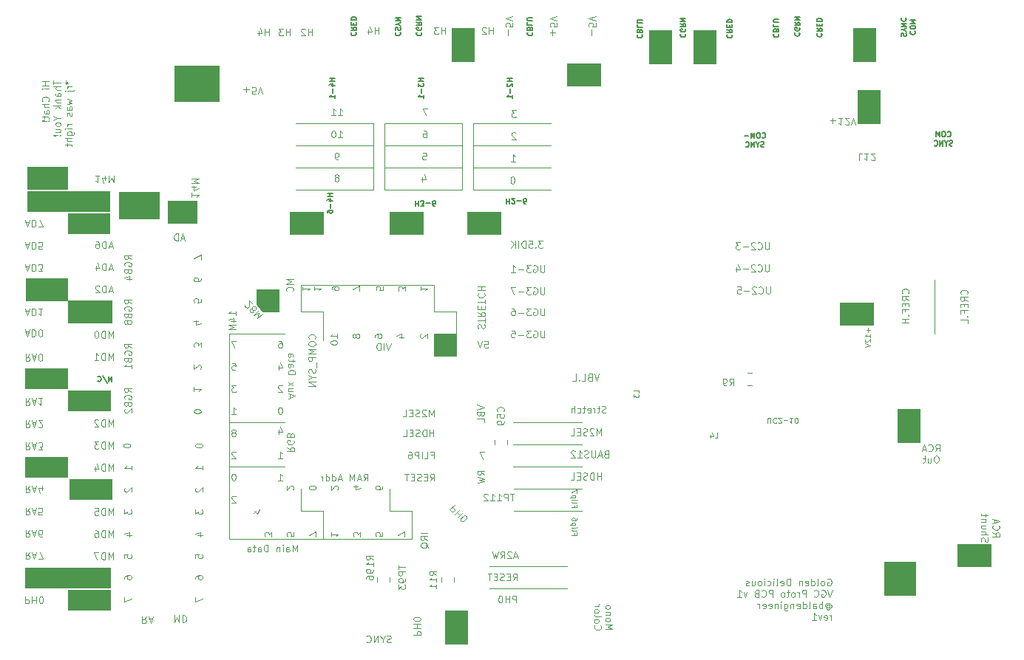
<source format=gbr>
%TF.GenerationSoftware,KiCad,Pcbnew,(5.1.10)-1*%
%TF.CreationDate,2021-06-15T10:49:33-05:00*%
%TF.ProjectId,gd VGC proto pcb,67642056-4743-4207-9072-6f746f207063,rev?*%
%TF.SameCoordinates,Original*%
%TF.FileFunction,Legend,Bot*%
%TF.FilePolarity,Positive*%
%FSLAX46Y46*%
G04 Gerber Fmt 4.6, Leading zero omitted, Abs format (unit mm)*
G04 Created by KiCad (PCBNEW (5.1.10)-1) date 2021-06-15 10:49:33*
%MOMM*%
%LPD*%
G01*
G04 APERTURE LIST*
%ADD10C,0.120000*%
%ADD11C,0.100000*%
%ADD12C,0.150000*%
G04 APERTURE END LIST*
D10*
X85401904Y-68848476D02*
X84601904Y-68848476D01*
X84982857Y-68848476D02*
X84982857Y-69305619D01*
X85401904Y-69305619D02*
X84601904Y-69305619D01*
X85401904Y-69686571D02*
X84868571Y-69686571D01*
X84601904Y-69686571D02*
X84640000Y-69648476D01*
X84678095Y-69686571D01*
X84640000Y-69724666D01*
X84601904Y-69686571D01*
X84678095Y-69686571D01*
X85325714Y-71134190D02*
X85363809Y-71096095D01*
X85401904Y-70981809D01*
X85401904Y-70905619D01*
X85363809Y-70791333D01*
X85287619Y-70715142D01*
X85211428Y-70677047D01*
X85059047Y-70638952D01*
X84944761Y-70638952D01*
X84792380Y-70677047D01*
X84716190Y-70715142D01*
X84640000Y-70791333D01*
X84601904Y-70905619D01*
X84601904Y-70981809D01*
X84640000Y-71096095D01*
X84678095Y-71134190D01*
X85401904Y-71477047D02*
X84601904Y-71477047D01*
X85401904Y-71819904D02*
X84982857Y-71819904D01*
X84906666Y-71781809D01*
X84868571Y-71705619D01*
X84868571Y-71591333D01*
X84906666Y-71515142D01*
X84944761Y-71477047D01*
X85401904Y-72543714D02*
X84982857Y-72543714D01*
X84906666Y-72505619D01*
X84868571Y-72429428D01*
X84868571Y-72277047D01*
X84906666Y-72200857D01*
X85363809Y-72543714D02*
X85401904Y-72467523D01*
X85401904Y-72277047D01*
X85363809Y-72200857D01*
X85287619Y-72162761D01*
X85211428Y-72162761D01*
X85135238Y-72200857D01*
X85097142Y-72277047D01*
X85097142Y-72467523D01*
X85059047Y-72543714D01*
X84868571Y-72810380D02*
X84868571Y-73115142D01*
X84601904Y-72924666D02*
X85287619Y-72924666D01*
X85363809Y-72962761D01*
X85401904Y-73038952D01*
X85401904Y-73115142D01*
X85325714Y-73381809D02*
X85363809Y-73419904D01*
X85401904Y-73381809D01*
X85363809Y-73343714D01*
X85325714Y-73381809D01*
X85401904Y-73381809D01*
X85097142Y-73381809D02*
X84640000Y-73343714D01*
X84601904Y-73381809D01*
X84640000Y-73419904D01*
X85097142Y-73381809D01*
X84601904Y-73381809D01*
X85921904Y-68734190D02*
X85921904Y-69191333D01*
X86721904Y-68962761D02*
X85921904Y-68962761D01*
X86721904Y-69458000D02*
X85921904Y-69458000D01*
X86721904Y-69800857D02*
X86302857Y-69800857D01*
X86226666Y-69762761D01*
X86188571Y-69686571D01*
X86188571Y-69572285D01*
X86226666Y-69496095D01*
X86264761Y-69458000D01*
X86721904Y-70524666D02*
X86302857Y-70524666D01*
X86226666Y-70486571D01*
X86188571Y-70410380D01*
X86188571Y-70258000D01*
X86226666Y-70181809D01*
X86683809Y-70524666D02*
X86721904Y-70448476D01*
X86721904Y-70258000D01*
X86683809Y-70181809D01*
X86607619Y-70143714D01*
X86531428Y-70143714D01*
X86455238Y-70181809D01*
X86417142Y-70258000D01*
X86417142Y-70448476D01*
X86379047Y-70524666D01*
X86188571Y-70905619D02*
X86721904Y-70905619D01*
X86264761Y-70905619D02*
X86226666Y-70943714D01*
X86188571Y-71019904D01*
X86188571Y-71134190D01*
X86226666Y-71210380D01*
X86302857Y-71248476D01*
X86721904Y-71248476D01*
X86721904Y-71629428D02*
X85921904Y-71629428D01*
X86417142Y-71705619D02*
X86721904Y-71934190D01*
X86188571Y-71934190D02*
X86493333Y-71629428D01*
X86340952Y-73038952D02*
X86721904Y-73038952D01*
X85921904Y-72772285D02*
X86340952Y-73038952D01*
X85921904Y-73305619D01*
X86721904Y-73686571D02*
X86683809Y-73610380D01*
X86645714Y-73572285D01*
X86569523Y-73534190D01*
X86340952Y-73534190D01*
X86264761Y-73572285D01*
X86226666Y-73610380D01*
X86188571Y-73686571D01*
X86188571Y-73800857D01*
X86226666Y-73877047D01*
X86264761Y-73915142D01*
X86340952Y-73953238D01*
X86569523Y-73953238D01*
X86645714Y-73915142D01*
X86683809Y-73877047D01*
X86721904Y-73800857D01*
X86721904Y-73686571D01*
X86188571Y-74638952D02*
X86721904Y-74638952D01*
X86188571Y-74296095D02*
X86607619Y-74296095D01*
X86683809Y-74334190D01*
X86721904Y-74410380D01*
X86721904Y-74524666D01*
X86683809Y-74600857D01*
X86645714Y-74638952D01*
X86645714Y-75019904D02*
X86683809Y-75058000D01*
X86721904Y-75019904D01*
X86683809Y-74981809D01*
X86645714Y-75019904D01*
X86721904Y-75019904D01*
X86417142Y-75019904D02*
X85960000Y-74981809D01*
X85921904Y-75019904D01*
X85960000Y-75058000D01*
X86417142Y-75019904D01*
X85921904Y-75019904D01*
X87241904Y-68962761D02*
X87432380Y-68962761D01*
X87356190Y-68772285D02*
X87432380Y-68962761D01*
X87356190Y-69153238D01*
X87584761Y-68848476D02*
X87432380Y-68962761D01*
X87584761Y-69077047D01*
X88041904Y-69458000D02*
X87508571Y-69458000D01*
X87660952Y-69458000D02*
X87584761Y-69496095D01*
X87546666Y-69534190D01*
X87508571Y-69610380D01*
X87508571Y-69686571D01*
X87508571Y-69953238D02*
X88194285Y-69953238D01*
X88270476Y-69915142D01*
X88308571Y-69838952D01*
X88308571Y-69800857D01*
X87241904Y-69953238D02*
X87280000Y-69915142D01*
X87318095Y-69953238D01*
X87280000Y-69991333D01*
X87241904Y-69953238D01*
X87318095Y-69953238D01*
X87508571Y-70867523D02*
X88041904Y-71019904D01*
X87660952Y-71172285D01*
X88041904Y-71324666D01*
X87508571Y-71477047D01*
X88041904Y-72124666D02*
X87622857Y-72124666D01*
X87546666Y-72086571D01*
X87508571Y-72010380D01*
X87508571Y-71858000D01*
X87546666Y-71781809D01*
X88003809Y-72124666D02*
X88041904Y-72048476D01*
X88041904Y-71858000D01*
X88003809Y-71781809D01*
X87927619Y-71743714D01*
X87851428Y-71743714D01*
X87775238Y-71781809D01*
X87737142Y-71858000D01*
X87737142Y-72048476D01*
X87699047Y-72124666D01*
X88003809Y-72467523D02*
X88041904Y-72543714D01*
X88041904Y-72696095D01*
X88003809Y-72772285D01*
X87927619Y-72810380D01*
X87889523Y-72810380D01*
X87813333Y-72772285D01*
X87775238Y-72696095D01*
X87775238Y-72581809D01*
X87737142Y-72505619D01*
X87660952Y-72467523D01*
X87622857Y-72467523D01*
X87546666Y-72505619D01*
X87508571Y-72581809D01*
X87508571Y-72696095D01*
X87546666Y-72772285D01*
X88041904Y-73762761D02*
X87508571Y-73762761D01*
X87660952Y-73762761D02*
X87584761Y-73800857D01*
X87546666Y-73838952D01*
X87508571Y-73915142D01*
X87508571Y-73991333D01*
X88041904Y-74258000D02*
X87508571Y-74258000D01*
X87241904Y-74258000D02*
X87280000Y-74219904D01*
X87318095Y-74258000D01*
X87280000Y-74296095D01*
X87241904Y-74258000D01*
X87318095Y-74258000D01*
X87508571Y-74981809D02*
X88156190Y-74981809D01*
X88232380Y-74943714D01*
X88270476Y-74905619D01*
X88308571Y-74829428D01*
X88308571Y-74715142D01*
X88270476Y-74638952D01*
X88003809Y-74981809D02*
X88041904Y-74905619D01*
X88041904Y-74753238D01*
X88003809Y-74677047D01*
X87965714Y-74638952D01*
X87889523Y-74600857D01*
X87660952Y-74600857D01*
X87584761Y-74638952D01*
X87546666Y-74677047D01*
X87508571Y-74753238D01*
X87508571Y-74905619D01*
X87546666Y-74981809D01*
X88041904Y-75362761D02*
X87241904Y-75362761D01*
X88041904Y-75705619D02*
X87622857Y-75705619D01*
X87546666Y-75667523D01*
X87508571Y-75591333D01*
X87508571Y-75477047D01*
X87546666Y-75400857D01*
X87584761Y-75362761D01*
X87508571Y-75972285D02*
X87508571Y-76277047D01*
X87241904Y-76086571D02*
X87927619Y-76086571D01*
X88003809Y-76124666D01*
X88041904Y-76200857D01*
X88041904Y-76277047D01*
X174572476Y-125890000D02*
X174648666Y-125851904D01*
X174762952Y-125851904D01*
X174877238Y-125890000D01*
X174953428Y-125966190D01*
X174991523Y-126042380D01*
X175029619Y-126194761D01*
X175029619Y-126309047D01*
X174991523Y-126461428D01*
X174953428Y-126537619D01*
X174877238Y-126613809D01*
X174762952Y-126651904D01*
X174686761Y-126651904D01*
X174572476Y-126613809D01*
X174534380Y-126575714D01*
X174534380Y-126309047D01*
X174686761Y-126309047D01*
X174077238Y-126651904D02*
X174153428Y-126613809D01*
X174191523Y-126575714D01*
X174229619Y-126499523D01*
X174229619Y-126270952D01*
X174191523Y-126194761D01*
X174153428Y-126156666D01*
X174077238Y-126118571D01*
X173962952Y-126118571D01*
X173886761Y-126156666D01*
X173848666Y-126194761D01*
X173810571Y-126270952D01*
X173810571Y-126499523D01*
X173848666Y-126575714D01*
X173886761Y-126613809D01*
X173962952Y-126651904D01*
X174077238Y-126651904D01*
X173353428Y-126651904D02*
X173429619Y-126613809D01*
X173467714Y-126537619D01*
X173467714Y-125851904D01*
X172705809Y-126651904D02*
X172705809Y-125851904D01*
X172705809Y-126613809D02*
X172782000Y-126651904D01*
X172934380Y-126651904D01*
X173010571Y-126613809D01*
X173048666Y-126575714D01*
X173086761Y-126499523D01*
X173086761Y-126270952D01*
X173048666Y-126194761D01*
X173010571Y-126156666D01*
X172934380Y-126118571D01*
X172782000Y-126118571D01*
X172705809Y-126156666D01*
X172020095Y-126613809D02*
X172096285Y-126651904D01*
X172248666Y-126651904D01*
X172324857Y-126613809D01*
X172362952Y-126537619D01*
X172362952Y-126232857D01*
X172324857Y-126156666D01*
X172248666Y-126118571D01*
X172096285Y-126118571D01*
X172020095Y-126156666D01*
X171982000Y-126232857D01*
X171982000Y-126309047D01*
X172362952Y-126385238D01*
X171639142Y-126118571D02*
X171639142Y-126651904D01*
X171639142Y-126194761D02*
X171601047Y-126156666D01*
X171524857Y-126118571D01*
X171410571Y-126118571D01*
X171334380Y-126156666D01*
X171296285Y-126232857D01*
X171296285Y-126651904D01*
X170305809Y-126651904D02*
X170305809Y-125851904D01*
X170115333Y-125851904D01*
X170001047Y-125890000D01*
X169924857Y-125966190D01*
X169886761Y-126042380D01*
X169848666Y-126194761D01*
X169848666Y-126309047D01*
X169886761Y-126461428D01*
X169924857Y-126537619D01*
X170001047Y-126613809D01*
X170115333Y-126651904D01*
X170305809Y-126651904D01*
X169201047Y-126613809D02*
X169277238Y-126651904D01*
X169429619Y-126651904D01*
X169505809Y-126613809D01*
X169543904Y-126537619D01*
X169543904Y-126232857D01*
X169505809Y-126156666D01*
X169429619Y-126118571D01*
X169277238Y-126118571D01*
X169201047Y-126156666D01*
X169162952Y-126232857D01*
X169162952Y-126309047D01*
X169543904Y-126385238D01*
X168705809Y-126651904D02*
X168782000Y-126613809D01*
X168820095Y-126537619D01*
X168820095Y-125851904D01*
X168401047Y-126651904D02*
X168401047Y-126118571D01*
X168401047Y-125851904D02*
X168439142Y-125890000D01*
X168401047Y-125928095D01*
X168362952Y-125890000D01*
X168401047Y-125851904D01*
X168401047Y-125928095D01*
X167677238Y-126613809D02*
X167753428Y-126651904D01*
X167905809Y-126651904D01*
X167982000Y-126613809D01*
X168020095Y-126575714D01*
X168058190Y-126499523D01*
X168058190Y-126270952D01*
X168020095Y-126194761D01*
X167982000Y-126156666D01*
X167905809Y-126118571D01*
X167753428Y-126118571D01*
X167677238Y-126156666D01*
X167334380Y-126651904D02*
X167334380Y-126118571D01*
X167334380Y-125851904D02*
X167372476Y-125890000D01*
X167334380Y-125928095D01*
X167296285Y-125890000D01*
X167334380Y-125851904D01*
X167334380Y-125928095D01*
X166839142Y-126651904D02*
X166915333Y-126613809D01*
X166953428Y-126575714D01*
X166991523Y-126499523D01*
X166991523Y-126270952D01*
X166953428Y-126194761D01*
X166915333Y-126156666D01*
X166839142Y-126118571D01*
X166724857Y-126118571D01*
X166648666Y-126156666D01*
X166610571Y-126194761D01*
X166572476Y-126270952D01*
X166572476Y-126499523D01*
X166610571Y-126575714D01*
X166648666Y-126613809D01*
X166724857Y-126651904D01*
X166839142Y-126651904D01*
X165886761Y-126118571D02*
X165886761Y-126651904D01*
X166229619Y-126118571D02*
X166229619Y-126537619D01*
X166191523Y-126613809D01*
X166115333Y-126651904D01*
X166001047Y-126651904D01*
X165924857Y-126613809D01*
X165886761Y-126575714D01*
X165543904Y-126613809D02*
X165467714Y-126651904D01*
X165315333Y-126651904D01*
X165239142Y-126613809D01*
X165201047Y-126537619D01*
X165201047Y-126499523D01*
X165239142Y-126423333D01*
X165315333Y-126385238D01*
X165429619Y-126385238D01*
X165505809Y-126347142D01*
X165543904Y-126270952D01*
X165543904Y-126232857D01*
X165505809Y-126156666D01*
X165429619Y-126118571D01*
X165315333Y-126118571D01*
X165239142Y-126156666D01*
X175105809Y-127171904D02*
X174839142Y-127971904D01*
X174572476Y-127171904D01*
X173886761Y-127210000D02*
X173962952Y-127171904D01*
X174077238Y-127171904D01*
X174191523Y-127210000D01*
X174267714Y-127286190D01*
X174305809Y-127362380D01*
X174343904Y-127514761D01*
X174343904Y-127629047D01*
X174305809Y-127781428D01*
X174267714Y-127857619D01*
X174191523Y-127933809D01*
X174077238Y-127971904D01*
X174001047Y-127971904D01*
X173886761Y-127933809D01*
X173848666Y-127895714D01*
X173848666Y-127629047D01*
X174001047Y-127629047D01*
X173048666Y-127895714D02*
X173086761Y-127933809D01*
X173201047Y-127971904D01*
X173277238Y-127971904D01*
X173391523Y-127933809D01*
X173467714Y-127857619D01*
X173505809Y-127781428D01*
X173543904Y-127629047D01*
X173543904Y-127514761D01*
X173505809Y-127362380D01*
X173467714Y-127286190D01*
X173391523Y-127210000D01*
X173277238Y-127171904D01*
X173201047Y-127171904D01*
X173086761Y-127210000D01*
X173048666Y-127248095D01*
X172096285Y-127971904D02*
X172096285Y-127171904D01*
X171791523Y-127171904D01*
X171715333Y-127210000D01*
X171677238Y-127248095D01*
X171639142Y-127324285D01*
X171639142Y-127438571D01*
X171677238Y-127514761D01*
X171715333Y-127552857D01*
X171791523Y-127590952D01*
X172096285Y-127590952D01*
X171296285Y-127971904D02*
X171296285Y-127438571D01*
X171296285Y-127590952D02*
X171258190Y-127514761D01*
X171220095Y-127476666D01*
X171143904Y-127438571D01*
X171067714Y-127438571D01*
X170686761Y-127971904D02*
X170762952Y-127933809D01*
X170801047Y-127895714D01*
X170839142Y-127819523D01*
X170839142Y-127590952D01*
X170801047Y-127514761D01*
X170762952Y-127476666D01*
X170686761Y-127438571D01*
X170572476Y-127438571D01*
X170496285Y-127476666D01*
X170458190Y-127514761D01*
X170420095Y-127590952D01*
X170420095Y-127819523D01*
X170458190Y-127895714D01*
X170496285Y-127933809D01*
X170572476Y-127971904D01*
X170686761Y-127971904D01*
X170191523Y-127438571D02*
X169886761Y-127438571D01*
X170077238Y-127171904D02*
X170077238Y-127857619D01*
X170039142Y-127933809D01*
X169962952Y-127971904D01*
X169886761Y-127971904D01*
X169505809Y-127971904D02*
X169582000Y-127933809D01*
X169620095Y-127895714D01*
X169658190Y-127819523D01*
X169658190Y-127590952D01*
X169620095Y-127514761D01*
X169582000Y-127476666D01*
X169505809Y-127438571D01*
X169391523Y-127438571D01*
X169315333Y-127476666D01*
X169277238Y-127514761D01*
X169239142Y-127590952D01*
X169239142Y-127819523D01*
X169277238Y-127895714D01*
X169315333Y-127933809D01*
X169391523Y-127971904D01*
X169505809Y-127971904D01*
X168286761Y-127971904D02*
X168286761Y-127171904D01*
X167982000Y-127171904D01*
X167905809Y-127210000D01*
X167867714Y-127248095D01*
X167829619Y-127324285D01*
X167829619Y-127438571D01*
X167867714Y-127514761D01*
X167905809Y-127552857D01*
X167982000Y-127590952D01*
X168286761Y-127590952D01*
X167029619Y-127895714D02*
X167067714Y-127933809D01*
X167182000Y-127971904D01*
X167258190Y-127971904D01*
X167372476Y-127933809D01*
X167448666Y-127857619D01*
X167486761Y-127781428D01*
X167524857Y-127629047D01*
X167524857Y-127514761D01*
X167486761Y-127362380D01*
X167448666Y-127286190D01*
X167372476Y-127210000D01*
X167258190Y-127171904D01*
X167182000Y-127171904D01*
X167067714Y-127210000D01*
X167029619Y-127248095D01*
X166420095Y-127552857D02*
X166305809Y-127590952D01*
X166267714Y-127629047D01*
X166229619Y-127705238D01*
X166229619Y-127819523D01*
X166267714Y-127895714D01*
X166305809Y-127933809D01*
X166382000Y-127971904D01*
X166686761Y-127971904D01*
X166686761Y-127171904D01*
X166420095Y-127171904D01*
X166343904Y-127210000D01*
X166305809Y-127248095D01*
X166267714Y-127324285D01*
X166267714Y-127400476D01*
X166305809Y-127476666D01*
X166343904Y-127514761D01*
X166420095Y-127552857D01*
X166686761Y-127552857D01*
X165353428Y-127438571D02*
X165162952Y-127971904D01*
X164972476Y-127438571D01*
X164248666Y-127971904D02*
X164705809Y-127971904D01*
X164477238Y-127971904D02*
X164477238Y-127171904D01*
X164553428Y-127286190D01*
X164629619Y-127362380D01*
X164705809Y-127400476D01*
X174496285Y-128910952D02*
X174534380Y-128872857D01*
X174610571Y-128834761D01*
X174686761Y-128834761D01*
X174762952Y-128872857D01*
X174801047Y-128910952D01*
X174839142Y-128987142D01*
X174839142Y-129063333D01*
X174801047Y-129139523D01*
X174762952Y-129177619D01*
X174686761Y-129215714D01*
X174610571Y-129215714D01*
X174534380Y-129177619D01*
X174496285Y-129139523D01*
X174496285Y-128834761D02*
X174496285Y-129139523D01*
X174458190Y-129177619D01*
X174420095Y-129177619D01*
X174343904Y-129139523D01*
X174305809Y-129063333D01*
X174305809Y-128872857D01*
X174382000Y-128758571D01*
X174496285Y-128682380D01*
X174648666Y-128644285D01*
X174801047Y-128682380D01*
X174915333Y-128758571D01*
X174991523Y-128872857D01*
X175029619Y-129025238D01*
X174991523Y-129177619D01*
X174915333Y-129291904D01*
X174801047Y-129368095D01*
X174648666Y-129406190D01*
X174496285Y-129368095D01*
X174382000Y-129291904D01*
X173962952Y-129291904D02*
X173962952Y-128491904D01*
X173962952Y-128796666D02*
X173886761Y-128758571D01*
X173734380Y-128758571D01*
X173658190Y-128796666D01*
X173620095Y-128834761D01*
X173582000Y-128910952D01*
X173582000Y-129139523D01*
X173620095Y-129215714D01*
X173658190Y-129253809D01*
X173734380Y-129291904D01*
X173886761Y-129291904D01*
X173962952Y-129253809D01*
X172896285Y-129291904D02*
X172896285Y-128872857D01*
X172934380Y-128796666D01*
X173010571Y-128758571D01*
X173162952Y-128758571D01*
X173239142Y-128796666D01*
X172896285Y-129253809D02*
X172972476Y-129291904D01*
X173162952Y-129291904D01*
X173239142Y-129253809D01*
X173277238Y-129177619D01*
X173277238Y-129101428D01*
X173239142Y-129025238D01*
X173162952Y-128987142D01*
X172972476Y-128987142D01*
X172896285Y-128949047D01*
X172401047Y-129291904D02*
X172477238Y-129253809D01*
X172515333Y-129177619D01*
X172515333Y-128491904D01*
X171753428Y-129291904D02*
X171753428Y-128491904D01*
X171753428Y-129253809D02*
X171829619Y-129291904D01*
X171982000Y-129291904D01*
X172058190Y-129253809D01*
X172096285Y-129215714D01*
X172134380Y-129139523D01*
X172134380Y-128910952D01*
X172096285Y-128834761D01*
X172058190Y-128796666D01*
X171982000Y-128758571D01*
X171829619Y-128758571D01*
X171753428Y-128796666D01*
X171067714Y-129253809D02*
X171143904Y-129291904D01*
X171296285Y-129291904D01*
X171372476Y-129253809D01*
X171410571Y-129177619D01*
X171410571Y-128872857D01*
X171372476Y-128796666D01*
X171296285Y-128758571D01*
X171143904Y-128758571D01*
X171067714Y-128796666D01*
X171029619Y-128872857D01*
X171029619Y-128949047D01*
X171410571Y-129025238D01*
X170686761Y-128758571D02*
X170686761Y-129291904D01*
X170686761Y-128834761D02*
X170648666Y-128796666D01*
X170572476Y-128758571D01*
X170458190Y-128758571D01*
X170382000Y-128796666D01*
X170343904Y-128872857D01*
X170343904Y-129291904D01*
X169620095Y-128758571D02*
X169620095Y-129406190D01*
X169658190Y-129482380D01*
X169696285Y-129520476D01*
X169772476Y-129558571D01*
X169886761Y-129558571D01*
X169962952Y-129520476D01*
X169620095Y-129253809D02*
X169696285Y-129291904D01*
X169848666Y-129291904D01*
X169924857Y-129253809D01*
X169962952Y-129215714D01*
X170001047Y-129139523D01*
X170001047Y-128910952D01*
X169962952Y-128834761D01*
X169924857Y-128796666D01*
X169848666Y-128758571D01*
X169696285Y-128758571D01*
X169620095Y-128796666D01*
X169239142Y-129291904D02*
X169239142Y-128758571D01*
X169239142Y-128491904D02*
X169277238Y-128530000D01*
X169239142Y-128568095D01*
X169201047Y-128530000D01*
X169239142Y-128491904D01*
X169239142Y-128568095D01*
X168858190Y-128758571D02*
X168858190Y-129291904D01*
X168858190Y-128834761D02*
X168820095Y-128796666D01*
X168743904Y-128758571D01*
X168629619Y-128758571D01*
X168553428Y-128796666D01*
X168515333Y-128872857D01*
X168515333Y-129291904D01*
X167829619Y-129253809D02*
X167905809Y-129291904D01*
X168058190Y-129291904D01*
X168134380Y-129253809D01*
X168172476Y-129177619D01*
X168172476Y-128872857D01*
X168134380Y-128796666D01*
X168058190Y-128758571D01*
X167905809Y-128758571D01*
X167829619Y-128796666D01*
X167791523Y-128872857D01*
X167791523Y-128949047D01*
X168172476Y-129025238D01*
X167143904Y-129253809D02*
X167220095Y-129291904D01*
X167372476Y-129291904D01*
X167448666Y-129253809D01*
X167486761Y-129177619D01*
X167486761Y-128872857D01*
X167448666Y-128796666D01*
X167372476Y-128758571D01*
X167220095Y-128758571D01*
X167143904Y-128796666D01*
X167105809Y-128872857D01*
X167105809Y-128949047D01*
X167486761Y-129025238D01*
X166762952Y-129291904D02*
X166762952Y-128758571D01*
X166762952Y-128910952D02*
X166724857Y-128834761D01*
X166686761Y-128796666D01*
X166610571Y-128758571D01*
X166534380Y-128758571D01*
X174991523Y-130611904D02*
X174991523Y-130078571D01*
X174991523Y-130230952D02*
X174953428Y-130154761D01*
X174915333Y-130116666D01*
X174839142Y-130078571D01*
X174762952Y-130078571D01*
X174191523Y-130573809D02*
X174267714Y-130611904D01*
X174420095Y-130611904D01*
X174496285Y-130573809D01*
X174534380Y-130497619D01*
X174534380Y-130192857D01*
X174496285Y-130116666D01*
X174420095Y-130078571D01*
X174267714Y-130078571D01*
X174191523Y-130116666D01*
X174153428Y-130192857D01*
X174153428Y-130269047D01*
X174534380Y-130345238D01*
X173886761Y-130078571D02*
X173696285Y-130611904D01*
X173505809Y-130078571D01*
X172782000Y-130611904D02*
X173239142Y-130611904D01*
X173010571Y-130611904D02*
X173010571Y-129811904D01*
X173086761Y-129926190D01*
X173162952Y-130002380D01*
X173239142Y-130040476D01*
D11*
X148380261Y-102368404D02*
X148113595Y-103168404D01*
X147846928Y-102368404D01*
X147313595Y-102749357D02*
X147199309Y-102787452D01*
X147161214Y-102825547D01*
X147123119Y-102901738D01*
X147123119Y-103016023D01*
X147161214Y-103092214D01*
X147199309Y-103130309D01*
X147275500Y-103168404D01*
X147580261Y-103168404D01*
X147580261Y-102368404D01*
X147313595Y-102368404D01*
X147237404Y-102406500D01*
X147199309Y-102444595D01*
X147161214Y-102520785D01*
X147161214Y-102596976D01*
X147199309Y-102673166D01*
X147237404Y-102711261D01*
X147313595Y-102749357D01*
X147580261Y-102749357D01*
X146399309Y-103168404D02*
X146780261Y-103168404D01*
X146780261Y-102368404D01*
X146132642Y-103092214D02*
X146094547Y-103130309D01*
X146132642Y-103168404D01*
X146170738Y-103130309D01*
X146132642Y-103092214D01*
X146132642Y-103168404D01*
X145370738Y-103168404D02*
X145751690Y-103168404D01*
X145751690Y-102368404D01*
G36*
X102362000Y-85090000D02*
G01*
X99060000Y-85090000D01*
X99060000Y-82550000D01*
X102362000Y-82550000D01*
X102362000Y-85090000D01*
G37*
X102362000Y-85090000D02*
X99060000Y-85090000D01*
X99060000Y-82550000D01*
X102362000Y-82550000D01*
X102362000Y-85090000D01*
X107683428Y-69792857D02*
X108292952Y-69792857D01*
X107988190Y-69488095D02*
X107988190Y-70097619D01*
X109054857Y-70288095D02*
X108673904Y-70288095D01*
X108635809Y-69907142D01*
X108673904Y-69945238D01*
X108750095Y-69983333D01*
X108940571Y-69983333D01*
X109016761Y-69945238D01*
X109054857Y-69907142D01*
X109092952Y-69830952D01*
X109092952Y-69640476D01*
X109054857Y-69564285D01*
X109016761Y-69526190D01*
X108940571Y-69488095D01*
X108750095Y-69488095D01*
X108673904Y-69526190D01*
X108635809Y-69564285D01*
X109321523Y-70288095D02*
X109588190Y-69488095D01*
X109854857Y-70288095D01*
X174866476Y-73348857D02*
X175476000Y-73348857D01*
X175171238Y-73044095D02*
X175171238Y-73653619D01*
X176276000Y-73044095D02*
X175818857Y-73044095D01*
X176047428Y-73044095D02*
X176047428Y-73844095D01*
X175971238Y-73729809D01*
X175895047Y-73653619D01*
X175818857Y-73615523D01*
X176580761Y-73767904D02*
X176618857Y-73806000D01*
X176695047Y-73844095D01*
X176885523Y-73844095D01*
X176961714Y-73806000D01*
X176999809Y-73767904D01*
X177037904Y-73691714D01*
X177037904Y-73615523D01*
X176999809Y-73501238D01*
X176542666Y-73044095D01*
X177037904Y-73044095D01*
X177266476Y-73844095D02*
X177533142Y-73044095D01*
X177799809Y-73844095D01*
D10*
X122555000Y-73660000D02*
X122555000Y-81280000D01*
X123825000Y-73660000D02*
X123825000Y-81280000D01*
X132715000Y-81280000D02*
X132715000Y-73660000D01*
X133985000Y-73660000D02*
X133985000Y-81280000D01*
D12*
X117873428Y-81689714D02*
X117273428Y-81689714D01*
X117559142Y-81689714D02*
X117559142Y-82032571D01*
X117873428Y-82032571D02*
X117273428Y-82032571D01*
X117473428Y-82575428D02*
X117873428Y-82575428D01*
X117244857Y-82432571D02*
X117673428Y-82289714D01*
X117673428Y-82661142D01*
X117644857Y-82889714D02*
X117644857Y-83346857D01*
X117273428Y-83889714D02*
X117273428Y-83775428D01*
X117302000Y-83718285D01*
X117330571Y-83689714D01*
X117416285Y-83632571D01*
X117530571Y-83604000D01*
X117759142Y-83604000D01*
X117816285Y-83632571D01*
X117844857Y-83661142D01*
X117873428Y-83718285D01*
X117873428Y-83832571D01*
X117844857Y-83889714D01*
X117816285Y-83918285D01*
X117759142Y-83946857D01*
X117616285Y-83946857D01*
X117559142Y-83918285D01*
X117530571Y-83889714D01*
X117502000Y-83832571D01*
X117502000Y-83718285D01*
X117530571Y-83661142D01*
X117559142Y-83632571D01*
X117616285Y-83604000D01*
X127409714Y-82532571D02*
X127409714Y-83132571D01*
X127409714Y-82846857D02*
X127752571Y-82846857D01*
X127752571Y-82532571D02*
X127752571Y-83132571D01*
X127981142Y-83132571D02*
X128352571Y-83132571D01*
X128152571Y-82904000D01*
X128238285Y-82904000D01*
X128295428Y-82875428D01*
X128324000Y-82846857D01*
X128352571Y-82789714D01*
X128352571Y-82646857D01*
X128324000Y-82589714D01*
X128295428Y-82561142D01*
X128238285Y-82532571D01*
X128066857Y-82532571D01*
X128009714Y-82561142D01*
X127981142Y-82589714D01*
X128609714Y-82761142D02*
X129066857Y-82761142D01*
X129609714Y-83132571D02*
X129495428Y-83132571D01*
X129438285Y-83104000D01*
X129409714Y-83075428D01*
X129352571Y-82989714D01*
X129324000Y-82875428D01*
X129324000Y-82646857D01*
X129352571Y-82589714D01*
X129381142Y-82561142D01*
X129438285Y-82532571D01*
X129552571Y-82532571D01*
X129609714Y-82561142D01*
X129638285Y-82589714D01*
X129666857Y-82646857D01*
X129666857Y-82789714D01*
X129638285Y-82846857D01*
X129609714Y-82875428D01*
X129552571Y-82904000D01*
X129438285Y-82904000D01*
X129381142Y-82875428D01*
X129352571Y-82846857D01*
X129324000Y-82789714D01*
X137823714Y-82278571D02*
X137823714Y-82878571D01*
X137823714Y-82592857D02*
X138166571Y-82592857D01*
X138166571Y-82278571D02*
X138166571Y-82878571D01*
X138423714Y-82821428D02*
X138452285Y-82850000D01*
X138509428Y-82878571D01*
X138652285Y-82878571D01*
X138709428Y-82850000D01*
X138738000Y-82821428D01*
X138766571Y-82764285D01*
X138766571Y-82707142D01*
X138738000Y-82621428D01*
X138395142Y-82278571D01*
X138766571Y-82278571D01*
X139023714Y-82507142D02*
X139480857Y-82507142D01*
X140023714Y-82878571D02*
X139909428Y-82878571D01*
X139852285Y-82850000D01*
X139823714Y-82821428D01*
X139766571Y-82735714D01*
X139738000Y-82621428D01*
X139738000Y-82392857D01*
X139766571Y-82335714D01*
X139795142Y-82307142D01*
X139852285Y-82278571D01*
X139966571Y-82278571D01*
X140023714Y-82307142D01*
X140052285Y-82335714D01*
X140080857Y-82392857D01*
X140080857Y-82535714D01*
X140052285Y-82592857D01*
X140023714Y-82621428D01*
X139966571Y-82650000D01*
X139852285Y-82650000D01*
X139795142Y-82621428D01*
X139766571Y-82592857D01*
X139738000Y-82535714D01*
X118127428Y-68481714D02*
X117527428Y-68481714D01*
X117813142Y-68481714D02*
X117813142Y-68824571D01*
X118127428Y-68824571D02*
X117527428Y-68824571D01*
X117727428Y-69367428D02*
X118127428Y-69367428D01*
X117498857Y-69224571D02*
X117927428Y-69081714D01*
X117927428Y-69453142D01*
X117898857Y-69681714D02*
X117898857Y-70138857D01*
X118127428Y-70738857D02*
X118127428Y-70396000D01*
X118127428Y-70567428D02*
X117527428Y-70567428D01*
X117613142Y-70510285D01*
X117670285Y-70453142D01*
X117698857Y-70396000D01*
X128287428Y-68481714D02*
X127687428Y-68481714D01*
X127973142Y-68481714D02*
X127973142Y-68824571D01*
X128287428Y-68824571D02*
X127687428Y-68824571D01*
X127687428Y-69053142D02*
X127687428Y-69424571D01*
X127916000Y-69224571D01*
X127916000Y-69310285D01*
X127944571Y-69367428D01*
X127973142Y-69396000D01*
X128030285Y-69424571D01*
X128173142Y-69424571D01*
X128230285Y-69396000D01*
X128258857Y-69367428D01*
X128287428Y-69310285D01*
X128287428Y-69138857D01*
X128258857Y-69081714D01*
X128230285Y-69053142D01*
X128058857Y-69681714D02*
X128058857Y-70138857D01*
X128287428Y-70738857D02*
X128287428Y-70396000D01*
X128287428Y-70567428D02*
X127687428Y-70567428D01*
X127773142Y-70510285D01*
X127830285Y-70453142D01*
X127858857Y-70396000D01*
X138447428Y-68481714D02*
X137847428Y-68481714D01*
X138133142Y-68481714D02*
X138133142Y-68824571D01*
X138447428Y-68824571D02*
X137847428Y-68824571D01*
X137904571Y-69081714D02*
X137876000Y-69110285D01*
X137847428Y-69167428D01*
X137847428Y-69310285D01*
X137876000Y-69367428D01*
X137904571Y-69396000D01*
X137961714Y-69424571D01*
X138018857Y-69424571D01*
X138104571Y-69396000D01*
X138447428Y-69053142D01*
X138447428Y-69424571D01*
X138218857Y-69681714D02*
X138218857Y-70138857D01*
X138447428Y-70738857D02*
X138447428Y-70396000D01*
X138447428Y-70567428D02*
X137847428Y-70567428D01*
X137933142Y-70510285D01*
X137990285Y-70453142D01*
X138018857Y-70396000D01*
D10*
X133985000Y-81280000D02*
X142875000Y-81280000D01*
X133985000Y-73660000D02*
X142875000Y-73660000D01*
X133985000Y-76200000D02*
X142875000Y-76200000D01*
X133985000Y-78740000D02*
X142875000Y-78740000D01*
X123825000Y-76200000D02*
X132715000Y-76200000D01*
X123825000Y-73660000D02*
X132715000Y-73660000D01*
X123825000Y-78740000D02*
X132715000Y-78740000D01*
X123825000Y-81280000D02*
X132715000Y-81280000D01*
X113665000Y-73660000D02*
X122555000Y-73660000D01*
X113665000Y-81280000D02*
X122555000Y-81280000D01*
X113665000Y-76200000D02*
X122555000Y-76200000D01*
X113665000Y-78740000D02*
X122555000Y-78740000D01*
D11*
X138328428Y-78022404D02*
X138785571Y-78022404D01*
X138557000Y-78022404D02*
X138557000Y-77222404D01*
X138633190Y-77336690D01*
X138709380Y-77412880D01*
X138785571Y-77450976D01*
X138531595Y-79762404D02*
X138455404Y-79762404D01*
X138379214Y-79800500D01*
X138341119Y-79838595D01*
X138303023Y-79914785D01*
X138264928Y-80067166D01*
X138264928Y-80257642D01*
X138303023Y-80410023D01*
X138341119Y-80486214D01*
X138379214Y-80524309D01*
X138455404Y-80562404D01*
X138531595Y-80562404D01*
X138607785Y-80524309D01*
X138645880Y-80486214D01*
X138683976Y-80410023D01*
X138722071Y-80257642D01*
X138722071Y-80067166D01*
X138683976Y-79914785D01*
X138645880Y-79838595D01*
X138607785Y-79800500D01*
X138531595Y-79762404D01*
X138887166Y-72142404D02*
X138391928Y-72142404D01*
X138658595Y-72447166D01*
X138544309Y-72447166D01*
X138468119Y-72485261D01*
X138430023Y-72523357D01*
X138391928Y-72599547D01*
X138391928Y-72790023D01*
X138430023Y-72866214D01*
X138468119Y-72904309D01*
X138544309Y-72942404D01*
X138772880Y-72942404D01*
X138849071Y-72904309D01*
X138887166Y-72866214D01*
X138849071Y-74758595D02*
X138810976Y-74720500D01*
X138734785Y-74682404D01*
X138544309Y-74682404D01*
X138468119Y-74720500D01*
X138430023Y-74758595D01*
X138391928Y-74834785D01*
X138391928Y-74910976D01*
X138430023Y-75025261D01*
X138887166Y-75482404D01*
X138391928Y-75482404D01*
X128206523Y-77031904D02*
X128587476Y-77031904D01*
X128625571Y-77412857D01*
X128587476Y-77374761D01*
X128511285Y-77336666D01*
X128320809Y-77336666D01*
X128244619Y-77374761D01*
X128206523Y-77412857D01*
X128168428Y-77489047D01*
X128168428Y-77679523D01*
X128206523Y-77755714D01*
X128244619Y-77793809D01*
X128320809Y-77831904D01*
X128511285Y-77831904D01*
X128587476Y-77793809D01*
X128625571Y-77755714D01*
X128181119Y-79838571D02*
X128181119Y-80371904D01*
X128371595Y-79533809D02*
X128562071Y-80105238D01*
X128066833Y-80105238D01*
X128308119Y-74491904D02*
X128460500Y-74491904D01*
X128536690Y-74530000D01*
X128574785Y-74568095D01*
X128650976Y-74682380D01*
X128689071Y-74834761D01*
X128689071Y-75139523D01*
X128650976Y-75215714D01*
X128612880Y-75253809D01*
X128536690Y-75291904D01*
X128384309Y-75291904D01*
X128308119Y-75253809D01*
X128270023Y-75215714D01*
X128231928Y-75139523D01*
X128231928Y-74949047D01*
X128270023Y-74872857D01*
X128308119Y-74834761D01*
X128384309Y-74796666D01*
X128536690Y-74796666D01*
X128612880Y-74834761D01*
X128650976Y-74872857D01*
X128689071Y-74949047D01*
X128727166Y-71951904D02*
X128193833Y-71951904D01*
X128536690Y-72751904D01*
X118516380Y-75291904D02*
X118973523Y-75291904D01*
X118744952Y-75291904D02*
X118744952Y-74491904D01*
X118821142Y-74606190D01*
X118897333Y-74682380D01*
X118973523Y-74720476D01*
X118021142Y-74491904D02*
X117944952Y-74491904D01*
X117868761Y-74530000D01*
X117830666Y-74568095D01*
X117792571Y-74644285D01*
X117754476Y-74796666D01*
X117754476Y-74987142D01*
X117792571Y-75139523D01*
X117830666Y-75215714D01*
X117868761Y-75253809D01*
X117944952Y-75291904D01*
X118021142Y-75291904D01*
X118097333Y-75253809D01*
X118135428Y-75215714D01*
X118173523Y-75139523D01*
X118211619Y-74987142D01*
X118211619Y-74796666D01*
X118173523Y-74644285D01*
X118135428Y-74568095D01*
X118097333Y-74530000D01*
X118021142Y-74491904D01*
X118516380Y-77831904D02*
X118364000Y-77831904D01*
X118287809Y-77793809D01*
X118249714Y-77755714D01*
X118173523Y-77641428D01*
X118135428Y-77489047D01*
X118135428Y-77184285D01*
X118173523Y-77108095D01*
X118211619Y-77070000D01*
X118287809Y-77031904D01*
X118440190Y-77031904D01*
X118516380Y-77070000D01*
X118554476Y-77108095D01*
X118592571Y-77184285D01*
X118592571Y-77374761D01*
X118554476Y-77450952D01*
X118516380Y-77489047D01*
X118440190Y-77527142D01*
X118287809Y-77527142D01*
X118211619Y-77489047D01*
X118173523Y-77450952D01*
X118135428Y-77374761D01*
X118440190Y-79851261D02*
X118516380Y-79813166D01*
X118554476Y-79775071D01*
X118592571Y-79698880D01*
X118592571Y-79660785D01*
X118554476Y-79584595D01*
X118516380Y-79546500D01*
X118440190Y-79508404D01*
X118287809Y-79508404D01*
X118211619Y-79546500D01*
X118173523Y-79584595D01*
X118135428Y-79660785D01*
X118135428Y-79698880D01*
X118173523Y-79775071D01*
X118211619Y-79813166D01*
X118287809Y-79851261D01*
X118440190Y-79851261D01*
X118516380Y-79889357D01*
X118554476Y-79927452D01*
X118592571Y-80003642D01*
X118592571Y-80156023D01*
X118554476Y-80232214D01*
X118516380Y-80270309D01*
X118440190Y-80308404D01*
X118287809Y-80308404D01*
X118211619Y-80270309D01*
X118173523Y-80232214D01*
X118135428Y-80156023D01*
X118135428Y-80003642D01*
X118173523Y-79927452D01*
X118211619Y-79889357D01*
X118287809Y-79851261D01*
X118516380Y-72751904D02*
X118973523Y-72751904D01*
X118744952Y-72751904D02*
X118744952Y-71951904D01*
X118821142Y-72066190D01*
X118897333Y-72142380D01*
X118973523Y-72180476D01*
X117754476Y-72751904D02*
X118211619Y-72751904D01*
X117983047Y-72751904D02*
X117983047Y-71951904D01*
X118059238Y-72066190D01*
X118135428Y-72142380D01*
X118211619Y-72180476D01*
X152925428Y-104548000D02*
X152925428Y-104262285D01*
X152325428Y-104262285D01*
X152325428Y-104690857D02*
X152325428Y-105062285D01*
X152554000Y-104862285D01*
X152554000Y-104948000D01*
X152582571Y-105005142D01*
X152611142Y-105033714D01*
X152668285Y-105062285D01*
X152811142Y-105062285D01*
X152868285Y-105033714D01*
X152896857Y-105005142D01*
X152925428Y-104948000D01*
X152925428Y-104776571D01*
X152896857Y-104719428D01*
X152868285Y-104690857D01*
X161644000Y-109745428D02*
X161929714Y-109745428D01*
X161929714Y-109145428D01*
X161186857Y-109345428D02*
X161186857Y-109745428D01*
X161329714Y-109116857D02*
X161472571Y-109545428D01*
X161101142Y-109545428D01*
X178555714Y-77108095D02*
X178174761Y-77108095D01*
X178174761Y-77908095D01*
X179241428Y-77108095D02*
X178784285Y-77108095D01*
X179012857Y-77108095D02*
X179012857Y-77908095D01*
X178936666Y-77793809D01*
X178860476Y-77717619D01*
X178784285Y-77679523D01*
X179546190Y-77831904D02*
X179584285Y-77870000D01*
X179660476Y-77908095D01*
X179850952Y-77908095D01*
X179927142Y-77870000D01*
X179965238Y-77831904D01*
X180003333Y-77755714D01*
X180003333Y-77679523D01*
X179965238Y-77565238D01*
X179508095Y-77108095D01*
X180003333Y-77108095D01*
X179239857Y-97113857D02*
X179239857Y-97571000D01*
X179468428Y-97342428D02*
X179011285Y-97342428D01*
X179468428Y-98171000D02*
X179468428Y-97828142D01*
X179468428Y-97999571D02*
X178868428Y-97999571D01*
X178954142Y-97942428D01*
X179011285Y-97885285D01*
X179039857Y-97828142D01*
X178925571Y-98399571D02*
X178897000Y-98428142D01*
X178868428Y-98485285D01*
X178868428Y-98628142D01*
X178897000Y-98685285D01*
X178925571Y-98713857D01*
X178982714Y-98742428D01*
X179039857Y-98742428D01*
X179125571Y-98713857D01*
X179468428Y-98371000D01*
X179468428Y-98742428D01*
X178868428Y-98913857D02*
X179468428Y-99113857D01*
X178868428Y-99313857D01*
X167718000Y-108024571D02*
X167718000Y-107538857D01*
X167746571Y-107481714D01*
X167775142Y-107453142D01*
X167832285Y-107424571D01*
X167946571Y-107424571D01*
X168003714Y-107453142D01*
X168032285Y-107481714D01*
X168060857Y-107538857D01*
X168060857Y-108024571D01*
X168689428Y-107481714D02*
X168660857Y-107453142D01*
X168575142Y-107424571D01*
X168518000Y-107424571D01*
X168432285Y-107453142D01*
X168375142Y-107510285D01*
X168346571Y-107567428D01*
X168318000Y-107681714D01*
X168318000Y-107767428D01*
X168346571Y-107881714D01*
X168375142Y-107938857D01*
X168432285Y-107996000D01*
X168518000Y-108024571D01*
X168575142Y-108024571D01*
X168660857Y-107996000D01*
X168689428Y-107967428D01*
X168918000Y-107967428D02*
X168946571Y-107996000D01*
X169003714Y-108024571D01*
X169146571Y-108024571D01*
X169203714Y-107996000D01*
X169232285Y-107967428D01*
X169260857Y-107910285D01*
X169260857Y-107853142D01*
X169232285Y-107767428D01*
X168889428Y-107424571D01*
X169260857Y-107424571D01*
X169518000Y-107653142D02*
X169975142Y-107653142D01*
X170575142Y-107424571D02*
X170232285Y-107424571D01*
X170403714Y-107424571D02*
X170403714Y-108024571D01*
X170346571Y-107938857D01*
X170289428Y-107881714D01*
X170232285Y-107853142D01*
X170946571Y-108024571D02*
X171003714Y-108024571D01*
X171060857Y-107996000D01*
X171089428Y-107967428D01*
X171118000Y-107910285D01*
X171146571Y-107796000D01*
X171146571Y-107653142D01*
X171118000Y-107538857D01*
X171089428Y-107481714D01*
X171060857Y-107453142D01*
X171003714Y-107424571D01*
X170946571Y-107424571D01*
X170889428Y-107453142D01*
X170860857Y-107481714D01*
X170832285Y-107538857D01*
X170803714Y-107653142D01*
X170803714Y-107796000D01*
X170832285Y-107910285D01*
X170860857Y-107967428D01*
X170889428Y-107996000D01*
X170946571Y-108024571D01*
X167874714Y-89858904D02*
X167874714Y-90506523D01*
X167836619Y-90582714D01*
X167798523Y-90620809D01*
X167722333Y-90658904D01*
X167569952Y-90658904D01*
X167493761Y-90620809D01*
X167455666Y-90582714D01*
X167417571Y-90506523D01*
X167417571Y-89858904D01*
X166579476Y-90582714D02*
X166617571Y-90620809D01*
X166731857Y-90658904D01*
X166808047Y-90658904D01*
X166922333Y-90620809D01*
X166998523Y-90544619D01*
X167036619Y-90468428D01*
X167074714Y-90316047D01*
X167074714Y-90201761D01*
X167036619Y-90049380D01*
X166998523Y-89973190D01*
X166922333Y-89897000D01*
X166808047Y-89858904D01*
X166731857Y-89858904D01*
X166617571Y-89897000D01*
X166579476Y-89935095D01*
X166274714Y-89935095D02*
X166236619Y-89897000D01*
X166160428Y-89858904D01*
X165969952Y-89858904D01*
X165893761Y-89897000D01*
X165855666Y-89935095D01*
X165817571Y-90011285D01*
X165817571Y-90087476D01*
X165855666Y-90201761D01*
X166312809Y-90658904D01*
X165817571Y-90658904D01*
X165474714Y-90354142D02*
X164865190Y-90354142D01*
X164141380Y-90125571D02*
X164141380Y-90658904D01*
X164331857Y-89820809D02*
X164522333Y-90392238D01*
X164027095Y-90392238D01*
X167874714Y-87318904D02*
X167874714Y-87966523D01*
X167836619Y-88042714D01*
X167798523Y-88080809D01*
X167722333Y-88118904D01*
X167569952Y-88118904D01*
X167493761Y-88080809D01*
X167455666Y-88042714D01*
X167417571Y-87966523D01*
X167417571Y-87318904D01*
X166579476Y-88042714D02*
X166617571Y-88080809D01*
X166731857Y-88118904D01*
X166808047Y-88118904D01*
X166922333Y-88080809D01*
X166998523Y-88004619D01*
X167036619Y-87928428D01*
X167074714Y-87776047D01*
X167074714Y-87661761D01*
X167036619Y-87509380D01*
X166998523Y-87433190D01*
X166922333Y-87357000D01*
X166808047Y-87318904D01*
X166731857Y-87318904D01*
X166617571Y-87357000D01*
X166579476Y-87395095D01*
X166274714Y-87395095D02*
X166236619Y-87357000D01*
X166160428Y-87318904D01*
X165969952Y-87318904D01*
X165893761Y-87357000D01*
X165855666Y-87395095D01*
X165817571Y-87471285D01*
X165817571Y-87547476D01*
X165855666Y-87661761D01*
X166312809Y-88118904D01*
X165817571Y-88118904D01*
X165474714Y-87814142D02*
X164865190Y-87814142D01*
X164560428Y-87318904D02*
X164065190Y-87318904D01*
X164331857Y-87623666D01*
X164217571Y-87623666D01*
X164141380Y-87661761D01*
X164103285Y-87699857D01*
X164065190Y-87776047D01*
X164065190Y-87966523D01*
X164103285Y-88042714D01*
X164141380Y-88080809D01*
X164217571Y-88118904D01*
X164446142Y-88118904D01*
X164522333Y-88080809D01*
X164560428Y-88042714D01*
X168001714Y-92398904D02*
X168001714Y-93046523D01*
X167963619Y-93122714D01*
X167925523Y-93160809D01*
X167849333Y-93198904D01*
X167696952Y-93198904D01*
X167620761Y-93160809D01*
X167582666Y-93122714D01*
X167544571Y-93046523D01*
X167544571Y-92398904D01*
X166706476Y-93122714D02*
X166744571Y-93160809D01*
X166858857Y-93198904D01*
X166935047Y-93198904D01*
X167049333Y-93160809D01*
X167125523Y-93084619D01*
X167163619Y-93008428D01*
X167201714Y-92856047D01*
X167201714Y-92741761D01*
X167163619Y-92589380D01*
X167125523Y-92513190D01*
X167049333Y-92437000D01*
X166935047Y-92398904D01*
X166858857Y-92398904D01*
X166744571Y-92437000D01*
X166706476Y-92475095D01*
X166401714Y-92475095D02*
X166363619Y-92437000D01*
X166287428Y-92398904D01*
X166096952Y-92398904D01*
X166020761Y-92437000D01*
X165982666Y-92475095D01*
X165944571Y-92551285D01*
X165944571Y-92627476D01*
X165982666Y-92741761D01*
X166439809Y-93198904D01*
X165944571Y-93198904D01*
X165601714Y-92894142D02*
X164992190Y-92894142D01*
X164230285Y-92398904D02*
X164611238Y-92398904D01*
X164649333Y-92779857D01*
X164611238Y-92741761D01*
X164535047Y-92703666D01*
X164344571Y-92703666D01*
X164268380Y-92741761D01*
X164230285Y-92779857D01*
X164192190Y-92856047D01*
X164192190Y-93046523D01*
X164230285Y-93122714D01*
X164268380Y-93160809D01*
X164344571Y-93198904D01*
X164535047Y-93198904D01*
X164611238Y-93160809D01*
X164649333Y-93122714D01*
X142150881Y-89922404D02*
X142150881Y-90570023D01*
X142112786Y-90646214D01*
X142074690Y-90684309D01*
X141998500Y-90722404D01*
X141846119Y-90722404D01*
X141769928Y-90684309D01*
X141731833Y-90646214D01*
X141693738Y-90570023D01*
X141693738Y-89922404D01*
X140893738Y-89960500D02*
X140969928Y-89922404D01*
X141084214Y-89922404D01*
X141198500Y-89960500D01*
X141274690Y-90036690D01*
X141312786Y-90112880D01*
X141350881Y-90265261D01*
X141350881Y-90379547D01*
X141312786Y-90531928D01*
X141274690Y-90608119D01*
X141198500Y-90684309D01*
X141084214Y-90722404D01*
X141008024Y-90722404D01*
X140893738Y-90684309D01*
X140855643Y-90646214D01*
X140855643Y-90379547D01*
X141008024Y-90379547D01*
X140588976Y-89922404D02*
X140093738Y-89922404D01*
X140360405Y-90227166D01*
X140246119Y-90227166D01*
X140169928Y-90265261D01*
X140131833Y-90303357D01*
X140093738Y-90379547D01*
X140093738Y-90570023D01*
X140131833Y-90646214D01*
X140169928Y-90684309D01*
X140246119Y-90722404D01*
X140474690Y-90722404D01*
X140550881Y-90684309D01*
X140588976Y-90646214D01*
X139750881Y-90417642D02*
X139141357Y-90417642D01*
X138341357Y-90722404D02*
X138798500Y-90722404D01*
X138569928Y-90722404D02*
X138569928Y-89922404D01*
X138646119Y-90036690D01*
X138722309Y-90112880D01*
X138798500Y-90150976D01*
X141960404Y-87128404D02*
X141465166Y-87128404D01*
X141731833Y-87433166D01*
X141617547Y-87433166D01*
X141541356Y-87471261D01*
X141503261Y-87509357D01*
X141465166Y-87585547D01*
X141465166Y-87776023D01*
X141503261Y-87852214D01*
X141541356Y-87890309D01*
X141617547Y-87928404D01*
X141846118Y-87928404D01*
X141922309Y-87890309D01*
X141960404Y-87852214D01*
X141122309Y-87852214D02*
X141084213Y-87890309D01*
X141122309Y-87928404D01*
X141160404Y-87890309D01*
X141122309Y-87852214D01*
X141122309Y-87928404D01*
X140360404Y-87128404D02*
X140741356Y-87128404D01*
X140779452Y-87509357D01*
X140741356Y-87471261D01*
X140665166Y-87433166D01*
X140474690Y-87433166D01*
X140398499Y-87471261D01*
X140360404Y-87509357D01*
X140322309Y-87585547D01*
X140322309Y-87776023D01*
X140360404Y-87852214D01*
X140398499Y-87890309D01*
X140474690Y-87928404D01*
X140665166Y-87928404D01*
X140741356Y-87890309D01*
X140779452Y-87852214D01*
X139979452Y-87928404D02*
X139979452Y-87128404D01*
X139788975Y-87128404D01*
X139674690Y-87166500D01*
X139598499Y-87242690D01*
X139560404Y-87318880D01*
X139522309Y-87471261D01*
X139522309Y-87585547D01*
X139560404Y-87737928D01*
X139598499Y-87814119D01*
X139674690Y-87890309D01*
X139788975Y-87928404D01*
X139979452Y-87928404D01*
X139179452Y-87928404D02*
X139179452Y-87128404D01*
X138798499Y-87928404D02*
X138798499Y-87128404D01*
X138341356Y-87928404D02*
X138684213Y-87471261D01*
X138341356Y-87128404D02*
X138798499Y-87585547D01*
X142150881Y-94875404D02*
X142150881Y-95523023D01*
X142112786Y-95599214D01*
X142074690Y-95637309D01*
X141998500Y-95675404D01*
X141846119Y-95675404D01*
X141769928Y-95637309D01*
X141731833Y-95599214D01*
X141693738Y-95523023D01*
X141693738Y-94875404D01*
X140893738Y-94913500D02*
X140969928Y-94875404D01*
X141084214Y-94875404D01*
X141198500Y-94913500D01*
X141274690Y-94989690D01*
X141312786Y-95065880D01*
X141350881Y-95218261D01*
X141350881Y-95332547D01*
X141312786Y-95484928D01*
X141274690Y-95561119D01*
X141198500Y-95637309D01*
X141084214Y-95675404D01*
X141008024Y-95675404D01*
X140893738Y-95637309D01*
X140855643Y-95599214D01*
X140855643Y-95332547D01*
X141008024Y-95332547D01*
X140588976Y-94875404D02*
X140093738Y-94875404D01*
X140360405Y-95180166D01*
X140246119Y-95180166D01*
X140169928Y-95218261D01*
X140131833Y-95256357D01*
X140093738Y-95332547D01*
X140093738Y-95523023D01*
X140131833Y-95599214D01*
X140169928Y-95637309D01*
X140246119Y-95675404D01*
X140474690Y-95675404D01*
X140550881Y-95637309D01*
X140588976Y-95599214D01*
X139750881Y-95370642D02*
X139141357Y-95370642D01*
X138417547Y-94875404D02*
X138569928Y-94875404D01*
X138646119Y-94913500D01*
X138684214Y-94951595D01*
X138760405Y-95065880D01*
X138798500Y-95218261D01*
X138798500Y-95523023D01*
X138760405Y-95599214D01*
X138722309Y-95637309D01*
X138646119Y-95675404D01*
X138493738Y-95675404D01*
X138417547Y-95637309D01*
X138379452Y-95599214D01*
X138341357Y-95523023D01*
X138341357Y-95332547D01*
X138379452Y-95256357D01*
X138417547Y-95218261D01*
X138493738Y-95180166D01*
X138646119Y-95180166D01*
X138722309Y-95218261D01*
X138760405Y-95256357D01*
X138798500Y-95332547D01*
X142150881Y-92462404D02*
X142150881Y-93110023D01*
X142112786Y-93186214D01*
X142074690Y-93224309D01*
X141998500Y-93262404D01*
X141846119Y-93262404D01*
X141769928Y-93224309D01*
X141731833Y-93186214D01*
X141693738Y-93110023D01*
X141693738Y-92462404D01*
X140893738Y-92500500D02*
X140969928Y-92462404D01*
X141084214Y-92462404D01*
X141198500Y-92500500D01*
X141274690Y-92576690D01*
X141312786Y-92652880D01*
X141350881Y-92805261D01*
X141350881Y-92919547D01*
X141312786Y-93071928D01*
X141274690Y-93148119D01*
X141198500Y-93224309D01*
X141084214Y-93262404D01*
X141008024Y-93262404D01*
X140893738Y-93224309D01*
X140855643Y-93186214D01*
X140855643Y-92919547D01*
X141008024Y-92919547D01*
X140588976Y-92462404D02*
X140093738Y-92462404D01*
X140360405Y-92767166D01*
X140246119Y-92767166D01*
X140169928Y-92805261D01*
X140131833Y-92843357D01*
X140093738Y-92919547D01*
X140093738Y-93110023D01*
X140131833Y-93186214D01*
X140169928Y-93224309D01*
X140246119Y-93262404D01*
X140474690Y-93262404D01*
X140550881Y-93224309D01*
X140588976Y-93186214D01*
X139750881Y-92957642D02*
X139141357Y-92957642D01*
X138836595Y-92462404D02*
X138303262Y-92462404D01*
X138646119Y-93262404D01*
X142150881Y-97415404D02*
X142150881Y-98063023D01*
X142112786Y-98139214D01*
X142074690Y-98177309D01*
X141998500Y-98215404D01*
X141846119Y-98215404D01*
X141769928Y-98177309D01*
X141731833Y-98139214D01*
X141693738Y-98063023D01*
X141693738Y-97415404D01*
X140893738Y-97453500D02*
X140969928Y-97415404D01*
X141084214Y-97415404D01*
X141198500Y-97453500D01*
X141274690Y-97529690D01*
X141312786Y-97605880D01*
X141350881Y-97758261D01*
X141350881Y-97872547D01*
X141312786Y-98024928D01*
X141274690Y-98101119D01*
X141198500Y-98177309D01*
X141084214Y-98215404D01*
X141008024Y-98215404D01*
X140893738Y-98177309D01*
X140855643Y-98139214D01*
X140855643Y-97872547D01*
X141008024Y-97872547D01*
X140588976Y-97415404D02*
X140093738Y-97415404D01*
X140360405Y-97720166D01*
X140246119Y-97720166D01*
X140169928Y-97758261D01*
X140131833Y-97796357D01*
X140093738Y-97872547D01*
X140093738Y-98063023D01*
X140131833Y-98139214D01*
X140169928Y-98177309D01*
X140246119Y-98215404D01*
X140474690Y-98215404D01*
X140550881Y-98177309D01*
X140588976Y-98139214D01*
X139750881Y-97910642D02*
X139141357Y-97910642D01*
X138379452Y-97415404D02*
X138760405Y-97415404D01*
X138798500Y-97796357D01*
X138760405Y-97758261D01*
X138684214Y-97720166D01*
X138493738Y-97720166D01*
X138417547Y-97758261D01*
X138379452Y-97796357D01*
X138341357Y-97872547D01*
X138341357Y-98063023D01*
X138379452Y-98139214D01*
X138417547Y-98177309D01*
X138493738Y-98215404D01*
X138684214Y-98215404D01*
X138760405Y-98177309D01*
X138798500Y-98139214D01*
D10*
X146431000Y-113030000D02*
X138557000Y-113030000D01*
X138557000Y-110490000D02*
X146431000Y-110490000D01*
X146431000Y-118110000D02*
X138684000Y-118110000D01*
X146431000Y-107950000D02*
X138557000Y-107950000D01*
X138684000Y-115570000D02*
X146431000Y-115570000D01*
D11*
X149163285Y-106813309D02*
X149048999Y-106851404D01*
X148858523Y-106851404D01*
X148782333Y-106813309D01*
X148744237Y-106775214D01*
X148706142Y-106699023D01*
X148706142Y-106622833D01*
X148744237Y-106546642D01*
X148782333Y-106508547D01*
X148858523Y-106470452D01*
X149010904Y-106432357D01*
X149087094Y-106394261D01*
X149125190Y-106356166D01*
X149163285Y-106279976D01*
X149163285Y-106203785D01*
X149125190Y-106127595D01*
X149087094Y-106089500D01*
X149010904Y-106051404D01*
X148820428Y-106051404D01*
X148706142Y-106089500D01*
X148477571Y-106318071D02*
X148172809Y-106318071D01*
X148363285Y-106051404D02*
X148363285Y-106737119D01*
X148325190Y-106813309D01*
X148248999Y-106851404D01*
X148172809Y-106851404D01*
X147906142Y-106851404D02*
X147906142Y-106318071D01*
X147906142Y-106470452D02*
X147868047Y-106394261D01*
X147829952Y-106356166D01*
X147753761Y-106318071D01*
X147677571Y-106318071D01*
X147106142Y-106813309D02*
X147182333Y-106851404D01*
X147334713Y-106851404D01*
X147410904Y-106813309D01*
X147448999Y-106737119D01*
X147448999Y-106432357D01*
X147410904Y-106356166D01*
X147334713Y-106318071D01*
X147182333Y-106318071D01*
X147106142Y-106356166D01*
X147068047Y-106432357D01*
X147068047Y-106508547D01*
X147448999Y-106584738D01*
X146839475Y-106318071D02*
X146534713Y-106318071D01*
X146725190Y-106051404D02*
X146725190Y-106737119D01*
X146687094Y-106813309D01*
X146610904Y-106851404D01*
X146534713Y-106851404D01*
X145925190Y-106813309D02*
X146001380Y-106851404D01*
X146153761Y-106851404D01*
X146229952Y-106813309D01*
X146268047Y-106775214D01*
X146306142Y-106699023D01*
X146306142Y-106470452D01*
X146268047Y-106394261D01*
X146229952Y-106356166D01*
X146153761Y-106318071D01*
X146001380Y-106318071D01*
X145925190Y-106356166D01*
X145582333Y-106851404D02*
X145582333Y-106051404D01*
X145239475Y-106851404D02*
X145239475Y-106432357D01*
X145277571Y-106356166D01*
X145353761Y-106318071D01*
X145468047Y-106318071D01*
X145544237Y-106356166D01*
X145582333Y-106394261D01*
X149201381Y-111575857D02*
X149087095Y-111613952D01*
X149049000Y-111652047D01*
X149010904Y-111728238D01*
X149010904Y-111842523D01*
X149049000Y-111918714D01*
X149087095Y-111956809D01*
X149163285Y-111994904D01*
X149468047Y-111994904D01*
X149468047Y-111194904D01*
X149201381Y-111194904D01*
X149125190Y-111233000D01*
X149087095Y-111271095D01*
X149049000Y-111347285D01*
X149049000Y-111423476D01*
X149087095Y-111499666D01*
X149125190Y-111537761D01*
X149201381Y-111575857D01*
X149468047Y-111575857D01*
X148706142Y-111766333D02*
X148325190Y-111766333D01*
X148782333Y-111994904D02*
X148515666Y-111194904D01*
X148249000Y-111994904D01*
X147982333Y-111194904D02*
X147982333Y-111842523D01*
X147944238Y-111918714D01*
X147906142Y-111956809D01*
X147829952Y-111994904D01*
X147677571Y-111994904D01*
X147601381Y-111956809D01*
X147563285Y-111918714D01*
X147525190Y-111842523D01*
X147525190Y-111194904D01*
X147182333Y-111956809D02*
X147068047Y-111994904D01*
X146877571Y-111994904D01*
X146801381Y-111956809D01*
X146763285Y-111918714D01*
X146725190Y-111842523D01*
X146725190Y-111766333D01*
X146763285Y-111690142D01*
X146801381Y-111652047D01*
X146877571Y-111613952D01*
X147029952Y-111575857D01*
X147106142Y-111537761D01*
X147144238Y-111499666D01*
X147182333Y-111423476D01*
X147182333Y-111347285D01*
X147144238Y-111271095D01*
X147106142Y-111233000D01*
X147029952Y-111194904D01*
X146839476Y-111194904D01*
X146725190Y-111233000D01*
X145963285Y-111994904D02*
X146420428Y-111994904D01*
X146191857Y-111994904D02*
X146191857Y-111194904D01*
X146268047Y-111309190D01*
X146344238Y-111385380D01*
X146420428Y-111423476D01*
X145658523Y-111271095D02*
X145620428Y-111233000D01*
X145544238Y-111194904D01*
X145353762Y-111194904D01*
X145277571Y-111233000D01*
X145239476Y-111271095D01*
X145201381Y-111347285D01*
X145201381Y-111423476D01*
X145239476Y-111537761D01*
X145696619Y-111994904D01*
X145201381Y-111994904D01*
X145584857Y-120659428D02*
X145584857Y-120859428D01*
X145270571Y-120859428D02*
X145870571Y-120859428D01*
X145870571Y-120573714D01*
X145270571Y-120259428D02*
X145299142Y-120316571D01*
X145356285Y-120345142D01*
X145870571Y-120345142D01*
X145270571Y-120030857D02*
X145670571Y-120030857D01*
X145870571Y-120030857D02*
X145842000Y-120059428D01*
X145813428Y-120030857D01*
X145842000Y-120002285D01*
X145870571Y-120030857D01*
X145813428Y-120030857D01*
X145670571Y-119745142D02*
X145070571Y-119745142D01*
X145642000Y-119745142D02*
X145670571Y-119688000D01*
X145670571Y-119573714D01*
X145642000Y-119516571D01*
X145613428Y-119488000D01*
X145556285Y-119459428D01*
X145384857Y-119459428D01*
X145327714Y-119488000D01*
X145299142Y-119516571D01*
X145270571Y-119573714D01*
X145270571Y-119688000D01*
X145299142Y-119745142D01*
X145870571Y-118945142D02*
X145870571Y-119059428D01*
X145842000Y-119116571D01*
X145813428Y-119145142D01*
X145727714Y-119202285D01*
X145613428Y-119230857D01*
X145384857Y-119230857D01*
X145327714Y-119202285D01*
X145299142Y-119173714D01*
X145270571Y-119116571D01*
X145270571Y-119002285D01*
X145299142Y-118945142D01*
X145327714Y-118916571D01*
X145384857Y-118888000D01*
X145527714Y-118888000D01*
X145584857Y-118916571D01*
X145613428Y-118945142D01*
X145642000Y-119002285D01*
X145642000Y-119116571D01*
X145613428Y-119173714D01*
X145584857Y-119202285D01*
X145527714Y-119230857D01*
X148629952Y-114534904D02*
X148629952Y-113734904D01*
X148629952Y-114115857D02*
X148172809Y-114115857D01*
X148172809Y-114534904D02*
X148172809Y-113734904D01*
X147791856Y-114534904D02*
X147791856Y-113734904D01*
X147601380Y-113734904D01*
X147487094Y-113773000D01*
X147410904Y-113849190D01*
X147372809Y-113925380D01*
X147334714Y-114077761D01*
X147334714Y-114192047D01*
X147372809Y-114344428D01*
X147410904Y-114420619D01*
X147487094Y-114496809D01*
X147601380Y-114534904D01*
X147791856Y-114534904D01*
X147029952Y-114496809D02*
X146915666Y-114534904D01*
X146725190Y-114534904D01*
X146648999Y-114496809D01*
X146610904Y-114458714D01*
X146572809Y-114382523D01*
X146572809Y-114306333D01*
X146610904Y-114230142D01*
X146648999Y-114192047D01*
X146725190Y-114153952D01*
X146877571Y-114115857D01*
X146953761Y-114077761D01*
X146991856Y-114039666D01*
X147029952Y-113963476D01*
X147029952Y-113887285D01*
X146991856Y-113811095D01*
X146953761Y-113773000D01*
X146877571Y-113734904D01*
X146687094Y-113734904D01*
X146572809Y-113773000D01*
X146229952Y-114115857D02*
X145963285Y-114115857D01*
X145848999Y-114534904D02*
X146229952Y-114534904D01*
X146229952Y-113734904D01*
X145848999Y-113734904D01*
X145125190Y-114534904D02*
X145506142Y-114534904D01*
X145506142Y-113734904D01*
X148668047Y-109454904D02*
X148668047Y-108654904D01*
X148401381Y-109226333D01*
X148134714Y-108654904D01*
X148134714Y-109454904D01*
X147791857Y-108731095D02*
X147753762Y-108693000D01*
X147677571Y-108654904D01*
X147487095Y-108654904D01*
X147410904Y-108693000D01*
X147372809Y-108731095D01*
X147334714Y-108807285D01*
X147334714Y-108883476D01*
X147372809Y-108997761D01*
X147829952Y-109454904D01*
X147334714Y-109454904D01*
X147029952Y-109416809D02*
X146915666Y-109454904D01*
X146725190Y-109454904D01*
X146649000Y-109416809D01*
X146610904Y-109378714D01*
X146572809Y-109302523D01*
X146572809Y-109226333D01*
X146610904Y-109150142D01*
X146649000Y-109112047D01*
X146725190Y-109073952D01*
X146877571Y-109035857D01*
X146953762Y-108997761D01*
X146991857Y-108959666D01*
X147029952Y-108883476D01*
X147029952Y-108807285D01*
X146991857Y-108731095D01*
X146953762Y-108693000D01*
X146877571Y-108654904D01*
X146687095Y-108654904D01*
X146572809Y-108693000D01*
X146229952Y-109035857D02*
X145963285Y-109035857D01*
X145849000Y-109454904D02*
X146229952Y-109454904D01*
X146229952Y-108654904D01*
X145849000Y-108654904D01*
X145125190Y-109454904D02*
X145506142Y-109454904D01*
X145506142Y-108654904D01*
X145584857Y-117484428D02*
X145584857Y-117684428D01*
X145270571Y-117684428D02*
X145870571Y-117684428D01*
X145870571Y-117398714D01*
X145270571Y-117084428D02*
X145299142Y-117141571D01*
X145356285Y-117170142D01*
X145870571Y-117170142D01*
X145270571Y-116855857D02*
X145670571Y-116855857D01*
X145870571Y-116855857D02*
X145842000Y-116884428D01*
X145813428Y-116855857D01*
X145842000Y-116827285D01*
X145870571Y-116855857D01*
X145813428Y-116855857D01*
X145670571Y-116570142D02*
X145070571Y-116570142D01*
X145642000Y-116570142D02*
X145670571Y-116513000D01*
X145670571Y-116398714D01*
X145642000Y-116341571D01*
X145613428Y-116313000D01*
X145556285Y-116284428D01*
X145384857Y-116284428D01*
X145327714Y-116313000D01*
X145299142Y-116341571D01*
X145270571Y-116398714D01*
X145270571Y-116513000D01*
X145299142Y-116570142D01*
X145870571Y-116084428D02*
X145870571Y-115684428D01*
X145270571Y-115941571D01*
X193455095Y-120573738D02*
X193836047Y-120840404D01*
X193455095Y-121030880D02*
X194255095Y-121030880D01*
X194255095Y-120726119D01*
X194217000Y-120649928D01*
X194178904Y-120611833D01*
X194102714Y-120573738D01*
X193988428Y-120573738D01*
X193912238Y-120611833D01*
X193874142Y-120649928D01*
X193836047Y-120726119D01*
X193836047Y-121030880D01*
X193531285Y-119773738D02*
X193493190Y-119811833D01*
X193455095Y-119926119D01*
X193455095Y-120002309D01*
X193493190Y-120116595D01*
X193569380Y-120192785D01*
X193645571Y-120230880D01*
X193797952Y-120268976D01*
X193912238Y-120268976D01*
X194064619Y-120230880D01*
X194140809Y-120192785D01*
X194217000Y-120116595D01*
X194255095Y-120002309D01*
X194255095Y-119926119D01*
X194217000Y-119811833D01*
X194178904Y-119773738D01*
X193683666Y-119468976D02*
X193683666Y-119088023D01*
X193455095Y-119545166D02*
X194255095Y-119278500D01*
X193455095Y-119011833D01*
X192193190Y-121621357D02*
X192155095Y-121507071D01*
X192155095Y-121316595D01*
X192193190Y-121240404D01*
X192231285Y-121202309D01*
X192307476Y-121164214D01*
X192383666Y-121164214D01*
X192459857Y-121202309D01*
X192497952Y-121240404D01*
X192536047Y-121316595D01*
X192574142Y-121468976D01*
X192612238Y-121545166D01*
X192650333Y-121583261D01*
X192726523Y-121621357D01*
X192802714Y-121621357D01*
X192878904Y-121583261D01*
X192917000Y-121545166D01*
X192955095Y-121468976D01*
X192955095Y-121278500D01*
X192917000Y-121164214D01*
X192155095Y-120821357D02*
X192955095Y-120821357D01*
X192155095Y-120478500D02*
X192574142Y-120478500D01*
X192650333Y-120516595D01*
X192688428Y-120592785D01*
X192688428Y-120707071D01*
X192650333Y-120783261D01*
X192612238Y-120821357D01*
X192688428Y-119754690D02*
X192155095Y-119754690D01*
X192688428Y-120097547D02*
X192269380Y-120097547D01*
X192193190Y-120059452D01*
X192155095Y-119983261D01*
X192155095Y-119868976D01*
X192193190Y-119792785D01*
X192231285Y-119754690D01*
X192688428Y-119373738D02*
X192155095Y-119373738D01*
X192612238Y-119373738D02*
X192650333Y-119335642D01*
X192688428Y-119259452D01*
X192688428Y-119145166D01*
X192650333Y-119068976D01*
X192574142Y-119030880D01*
X192155095Y-119030880D01*
X192688428Y-118764214D02*
X192688428Y-118459452D01*
X192955095Y-118649928D02*
X192269380Y-118649928D01*
X192193190Y-118611833D01*
X192155095Y-118535642D01*
X192155095Y-118459452D01*
X186931238Y-111281404D02*
X187197904Y-110900452D01*
X187388380Y-111281404D02*
X187388380Y-110481404D01*
X187083619Y-110481404D01*
X187007428Y-110519500D01*
X186969333Y-110557595D01*
X186931238Y-110633785D01*
X186931238Y-110748071D01*
X186969333Y-110824261D01*
X187007428Y-110862357D01*
X187083619Y-110900452D01*
X187388380Y-110900452D01*
X186131238Y-111205214D02*
X186169333Y-111243309D01*
X186283619Y-111281404D01*
X186359809Y-111281404D01*
X186474095Y-111243309D01*
X186550285Y-111167119D01*
X186588380Y-111090928D01*
X186626476Y-110938547D01*
X186626476Y-110824261D01*
X186588380Y-110671880D01*
X186550285Y-110595690D01*
X186474095Y-110519500D01*
X186359809Y-110481404D01*
X186283619Y-110481404D01*
X186169333Y-110519500D01*
X186131238Y-110557595D01*
X185826476Y-111052833D02*
X185445523Y-111052833D01*
X185902666Y-111281404D02*
X185636000Y-110481404D01*
X185369333Y-111281404D01*
X187102666Y-111781404D02*
X186950285Y-111781404D01*
X186874095Y-111819500D01*
X186797904Y-111895690D01*
X186759809Y-112048071D01*
X186759809Y-112314738D01*
X186797904Y-112467119D01*
X186874095Y-112543309D01*
X186950285Y-112581404D01*
X187102666Y-112581404D01*
X187178857Y-112543309D01*
X187255047Y-112467119D01*
X187293142Y-112314738D01*
X187293142Y-112048071D01*
X187255047Y-111895690D01*
X187178857Y-111819500D01*
X187102666Y-111781404D01*
X186074095Y-112048071D02*
X186074095Y-112581404D01*
X186416952Y-112048071D02*
X186416952Y-112467119D01*
X186378857Y-112543309D01*
X186302666Y-112581404D01*
X186188380Y-112581404D01*
X186112190Y-112543309D01*
X186074095Y-112505214D01*
X185807428Y-112048071D02*
X185502666Y-112048071D01*
X185693142Y-111781404D02*
X185693142Y-112467119D01*
X185655047Y-112543309D01*
X185578857Y-112581404D01*
X185502666Y-112581404D01*
X183800714Y-93148333D02*
X183838809Y-93110238D01*
X183876904Y-92995952D01*
X183876904Y-92919761D01*
X183838809Y-92805476D01*
X183762619Y-92729285D01*
X183686428Y-92691190D01*
X183534047Y-92653095D01*
X183419761Y-92653095D01*
X183267380Y-92691190D01*
X183191190Y-92729285D01*
X183115000Y-92805476D01*
X183076904Y-92919761D01*
X183076904Y-92995952D01*
X183115000Y-93110238D01*
X183153095Y-93148333D01*
X183876904Y-93948333D02*
X183495952Y-93681666D01*
X183876904Y-93491190D02*
X183076904Y-93491190D01*
X183076904Y-93795952D01*
X183115000Y-93872142D01*
X183153095Y-93910238D01*
X183229285Y-93948333D01*
X183343571Y-93948333D01*
X183419761Y-93910238D01*
X183457857Y-93872142D01*
X183495952Y-93795952D01*
X183495952Y-93491190D01*
X183457857Y-94291190D02*
X183457857Y-94557857D01*
X183876904Y-94672142D02*
X183876904Y-94291190D01*
X183076904Y-94291190D01*
X183076904Y-94672142D01*
X183457857Y-95281666D02*
X183457857Y-95015000D01*
X183876904Y-95015000D02*
X183076904Y-95015000D01*
X183076904Y-95395952D01*
X183800714Y-95700714D02*
X183838809Y-95738809D01*
X183876904Y-95700714D01*
X183838809Y-95662619D01*
X183800714Y-95700714D01*
X183876904Y-95700714D01*
X183876904Y-96081666D02*
X183076904Y-96081666D01*
X183457857Y-96081666D02*
X183457857Y-96538809D01*
X183876904Y-96538809D02*
X183076904Y-96538809D01*
X190531714Y-93243571D02*
X190569809Y-93205476D01*
X190607904Y-93091190D01*
X190607904Y-93015000D01*
X190569809Y-92900714D01*
X190493619Y-92824523D01*
X190417428Y-92786428D01*
X190265047Y-92748333D01*
X190150761Y-92748333D01*
X189998380Y-92786428D01*
X189922190Y-92824523D01*
X189846000Y-92900714D01*
X189807904Y-93015000D01*
X189807904Y-93091190D01*
X189846000Y-93205476D01*
X189884095Y-93243571D01*
X190607904Y-94043571D02*
X190226952Y-93776904D01*
X190607904Y-93586428D02*
X189807904Y-93586428D01*
X189807904Y-93891190D01*
X189846000Y-93967380D01*
X189884095Y-94005476D01*
X189960285Y-94043571D01*
X190074571Y-94043571D01*
X190150761Y-94005476D01*
X190188857Y-93967380D01*
X190226952Y-93891190D01*
X190226952Y-93586428D01*
X190188857Y-94386428D02*
X190188857Y-94653095D01*
X190607904Y-94767380D02*
X190607904Y-94386428D01*
X189807904Y-94386428D01*
X189807904Y-94767380D01*
X190188857Y-95376904D02*
X190188857Y-95110238D01*
X190607904Y-95110238D02*
X189807904Y-95110238D01*
X189807904Y-95491190D01*
X190531714Y-95795952D02*
X190569809Y-95834047D01*
X190607904Y-95795952D01*
X190569809Y-95757857D01*
X190531714Y-95795952D01*
X190607904Y-95795952D01*
X190607904Y-96557857D02*
X190607904Y-96176904D01*
X189807904Y-96176904D01*
D10*
X186817000Y-97790000D02*
X186817000Y-91567000D01*
D12*
X188304428Y-75127285D02*
X188333000Y-75155857D01*
X188418714Y-75184428D01*
X188475857Y-75184428D01*
X188561571Y-75155857D01*
X188618714Y-75098714D01*
X188647285Y-75041571D01*
X188675857Y-74927285D01*
X188675857Y-74841571D01*
X188647285Y-74727285D01*
X188618714Y-74670142D01*
X188561571Y-74613000D01*
X188475857Y-74584428D01*
X188418714Y-74584428D01*
X188333000Y-74613000D01*
X188304428Y-74641571D01*
X187933000Y-74584428D02*
X187818714Y-74584428D01*
X187761571Y-74613000D01*
X187704428Y-74670142D01*
X187675857Y-74784428D01*
X187675857Y-74984428D01*
X187704428Y-75098714D01*
X187761571Y-75155857D01*
X187818714Y-75184428D01*
X187933000Y-75184428D01*
X187990142Y-75155857D01*
X188047285Y-75098714D01*
X188075857Y-74984428D01*
X188075857Y-74784428D01*
X188047285Y-74670142D01*
X187990142Y-74613000D01*
X187933000Y-74584428D01*
X187418714Y-75184428D02*
X187418714Y-74584428D01*
X187218714Y-75013000D01*
X187018714Y-74584428D01*
X187018714Y-75184428D01*
X188875857Y-76205857D02*
X188790142Y-76234428D01*
X188647285Y-76234428D01*
X188590142Y-76205857D01*
X188561571Y-76177285D01*
X188533000Y-76120142D01*
X188533000Y-76063000D01*
X188561571Y-76005857D01*
X188590142Y-75977285D01*
X188647285Y-75948714D01*
X188761571Y-75920142D01*
X188818714Y-75891571D01*
X188847285Y-75863000D01*
X188875857Y-75805857D01*
X188875857Y-75748714D01*
X188847285Y-75691571D01*
X188818714Y-75663000D01*
X188761571Y-75634428D01*
X188618714Y-75634428D01*
X188533000Y-75663000D01*
X188161571Y-75948714D02*
X188161571Y-76234428D01*
X188361571Y-75634428D02*
X188161571Y-75948714D01*
X187961571Y-75634428D01*
X187761571Y-76234428D02*
X187761571Y-75634428D01*
X187418714Y-76234428D01*
X187418714Y-75634428D01*
X186790142Y-76177285D02*
X186818714Y-76205857D01*
X186904428Y-76234428D01*
X186961571Y-76234428D01*
X187047285Y-76205857D01*
X187104428Y-76148714D01*
X187133000Y-76091571D01*
X187161571Y-75977285D01*
X187161571Y-75891571D01*
X187133000Y-75777285D01*
X187104428Y-75720142D01*
X187047285Y-75663000D01*
X186961571Y-75634428D01*
X186904428Y-75634428D01*
X186818714Y-75663000D01*
X186790142Y-75691571D01*
X167085857Y-75254285D02*
X167114428Y-75282857D01*
X167200142Y-75311428D01*
X167257285Y-75311428D01*
X167343000Y-75282857D01*
X167400142Y-75225714D01*
X167428714Y-75168571D01*
X167457285Y-75054285D01*
X167457285Y-74968571D01*
X167428714Y-74854285D01*
X167400142Y-74797142D01*
X167343000Y-74740000D01*
X167257285Y-74711428D01*
X167200142Y-74711428D01*
X167114428Y-74740000D01*
X167085857Y-74768571D01*
X166714428Y-74711428D02*
X166600142Y-74711428D01*
X166543000Y-74740000D01*
X166485857Y-74797142D01*
X166457285Y-74911428D01*
X166457285Y-75111428D01*
X166485857Y-75225714D01*
X166543000Y-75282857D01*
X166600142Y-75311428D01*
X166714428Y-75311428D01*
X166771571Y-75282857D01*
X166828714Y-75225714D01*
X166857285Y-75111428D01*
X166857285Y-74911428D01*
X166828714Y-74797142D01*
X166771571Y-74740000D01*
X166714428Y-74711428D01*
X166200142Y-75311428D02*
X166200142Y-74711428D01*
X166000142Y-75140000D01*
X165800142Y-74711428D01*
X165800142Y-75311428D01*
X165514428Y-75082857D02*
X165057285Y-75082857D01*
X167285857Y-76332857D02*
X167200142Y-76361428D01*
X167057285Y-76361428D01*
X167000142Y-76332857D01*
X166971571Y-76304285D01*
X166943000Y-76247142D01*
X166943000Y-76190000D01*
X166971571Y-76132857D01*
X167000142Y-76104285D01*
X167057285Y-76075714D01*
X167171571Y-76047142D01*
X167228714Y-76018571D01*
X167257285Y-75990000D01*
X167285857Y-75932857D01*
X167285857Y-75875714D01*
X167257285Y-75818571D01*
X167228714Y-75790000D01*
X167171571Y-75761428D01*
X167028714Y-75761428D01*
X166943000Y-75790000D01*
X166571571Y-76075714D02*
X166571571Y-76361428D01*
X166771571Y-75761428D02*
X166571571Y-76075714D01*
X166371571Y-75761428D01*
X166171571Y-76361428D02*
X166171571Y-75761428D01*
X165828714Y-76361428D01*
X165828714Y-75761428D01*
X165200142Y-76304285D02*
X165228714Y-76332857D01*
X165314428Y-76361428D01*
X165371571Y-76361428D01*
X165457285Y-76332857D01*
X165514428Y-76275714D01*
X165543000Y-76218571D01*
X165571571Y-76104285D01*
X165571571Y-76018571D01*
X165543000Y-75904285D01*
X165514428Y-75847142D01*
X165457285Y-75790000D01*
X165371571Y-75761428D01*
X165314428Y-75761428D01*
X165228714Y-75790000D01*
X165200142Y-75818571D01*
X184079714Y-63082428D02*
X184051142Y-63111000D01*
X184022571Y-63196714D01*
X184022571Y-63253857D01*
X184051142Y-63339571D01*
X184108285Y-63396714D01*
X184165428Y-63425285D01*
X184279714Y-63453857D01*
X184365428Y-63453857D01*
X184479714Y-63425285D01*
X184536857Y-63396714D01*
X184594000Y-63339571D01*
X184622571Y-63253857D01*
X184622571Y-63196714D01*
X184594000Y-63111000D01*
X184565428Y-63082428D01*
X184622571Y-62711000D02*
X184622571Y-62596714D01*
X184594000Y-62539571D01*
X184536857Y-62482428D01*
X184422571Y-62453857D01*
X184222571Y-62453857D01*
X184108285Y-62482428D01*
X184051142Y-62539571D01*
X184022571Y-62596714D01*
X184022571Y-62711000D01*
X184051142Y-62768142D01*
X184108285Y-62825285D01*
X184222571Y-62853857D01*
X184422571Y-62853857D01*
X184536857Y-62825285D01*
X184594000Y-62768142D01*
X184622571Y-62711000D01*
X184022571Y-62196714D02*
X184622571Y-62196714D01*
X184194000Y-61996714D01*
X184622571Y-61796714D01*
X184022571Y-61796714D01*
X183001142Y-63653857D02*
X182972571Y-63568142D01*
X182972571Y-63425285D01*
X183001142Y-63368142D01*
X183029714Y-63339571D01*
X183086857Y-63311000D01*
X183144000Y-63311000D01*
X183201142Y-63339571D01*
X183229714Y-63368142D01*
X183258285Y-63425285D01*
X183286857Y-63539571D01*
X183315428Y-63596714D01*
X183344000Y-63625285D01*
X183401142Y-63653857D01*
X183458285Y-63653857D01*
X183515428Y-63625285D01*
X183544000Y-63596714D01*
X183572571Y-63539571D01*
X183572571Y-63396714D01*
X183544000Y-63311000D01*
X183258285Y-62939571D02*
X182972571Y-62939571D01*
X183572571Y-63139571D02*
X183258285Y-62939571D01*
X183572571Y-62739571D01*
X182972571Y-62539571D02*
X183572571Y-62539571D01*
X182972571Y-62196714D01*
X183572571Y-62196714D01*
X183029714Y-61568142D02*
X183001142Y-61596714D01*
X182972571Y-61682428D01*
X182972571Y-61739571D01*
X183001142Y-61825285D01*
X183058285Y-61882428D01*
X183115428Y-61911000D01*
X183229714Y-61939571D01*
X183315428Y-61939571D01*
X183429714Y-61911000D01*
X183486857Y-61882428D01*
X183544000Y-61825285D01*
X183572571Y-61739571D01*
X183572571Y-61682428D01*
X183544000Y-61596714D01*
X183515428Y-61568142D01*
X170854714Y-63269714D02*
X170826142Y-63298285D01*
X170797571Y-63384000D01*
X170797571Y-63441143D01*
X170826142Y-63526857D01*
X170883285Y-63584000D01*
X170940428Y-63612571D01*
X171054714Y-63641143D01*
X171140428Y-63641143D01*
X171254714Y-63612571D01*
X171311857Y-63584000D01*
X171369000Y-63526857D01*
X171397571Y-63441143D01*
X171397571Y-63384000D01*
X171369000Y-63298285D01*
X171340428Y-63269714D01*
X171369000Y-62698285D02*
X171397571Y-62755428D01*
X171397571Y-62841143D01*
X171369000Y-62926857D01*
X171311857Y-62984000D01*
X171254714Y-63012571D01*
X171140428Y-63041143D01*
X171054714Y-63041143D01*
X170940428Y-63012571D01*
X170883285Y-62984000D01*
X170826142Y-62926857D01*
X170797571Y-62841143D01*
X170797571Y-62784000D01*
X170826142Y-62698285D01*
X170854714Y-62669714D01*
X171054714Y-62669714D01*
X171054714Y-62784000D01*
X170797571Y-62069714D02*
X171083285Y-62269714D01*
X170797571Y-62412571D02*
X171397571Y-62412571D01*
X171397571Y-62184000D01*
X171369000Y-62126857D01*
X171340428Y-62098285D01*
X171283285Y-62069714D01*
X171197571Y-62069714D01*
X171140428Y-62098285D01*
X171111857Y-62126857D01*
X171083285Y-62184000D01*
X171083285Y-62412571D01*
X170797571Y-61812571D02*
X171397571Y-61812571D01*
X170797571Y-61469714D01*
X171397571Y-61469714D01*
X173394714Y-63353857D02*
X173366142Y-63382428D01*
X173337571Y-63468143D01*
X173337571Y-63525285D01*
X173366142Y-63611000D01*
X173423285Y-63668143D01*
X173480428Y-63696714D01*
X173594714Y-63725285D01*
X173680428Y-63725285D01*
X173794714Y-63696714D01*
X173851857Y-63668143D01*
X173909000Y-63611000D01*
X173937571Y-63525285D01*
X173937571Y-63468143D01*
X173909000Y-63382428D01*
X173880428Y-63353857D01*
X173337571Y-62753857D02*
X173623285Y-62953857D01*
X173337571Y-63096714D02*
X173937571Y-63096714D01*
X173937571Y-62868143D01*
X173909000Y-62811000D01*
X173880428Y-62782428D01*
X173823285Y-62753857D01*
X173737571Y-62753857D01*
X173680428Y-62782428D01*
X173651857Y-62811000D01*
X173623285Y-62868143D01*
X173623285Y-63096714D01*
X173651857Y-62496714D02*
X173651857Y-62296714D01*
X173337571Y-62211000D02*
X173337571Y-62496714D01*
X173937571Y-62496714D01*
X173937571Y-62211000D01*
X173337571Y-61953857D02*
X173937571Y-61953857D01*
X173937571Y-61811000D01*
X173909000Y-61725285D01*
X173851857Y-61668143D01*
X173794714Y-61639571D01*
X173680428Y-61611000D01*
X173594714Y-61611000D01*
X173480428Y-61639571D01*
X173423285Y-61668143D01*
X173366142Y-61725285D01*
X173337571Y-61811000D01*
X173337571Y-61953857D01*
X168441714Y-63409428D02*
X168413142Y-63438000D01*
X168384571Y-63523714D01*
X168384571Y-63580857D01*
X168413142Y-63666571D01*
X168470285Y-63723714D01*
X168527428Y-63752285D01*
X168641714Y-63780857D01*
X168727428Y-63780857D01*
X168841714Y-63752285D01*
X168898857Y-63723714D01*
X168956000Y-63666571D01*
X168984571Y-63580857D01*
X168984571Y-63523714D01*
X168956000Y-63438000D01*
X168927428Y-63409428D01*
X168698857Y-62952285D02*
X168670285Y-62866571D01*
X168641714Y-62838000D01*
X168584571Y-62809428D01*
X168498857Y-62809428D01*
X168441714Y-62838000D01*
X168413142Y-62866571D01*
X168384571Y-62923714D01*
X168384571Y-63152285D01*
X168984571Y-63152285D01*
X168984571Y-62952285D01*
X168956000Y-62895142D01*
X168927428Y-62866571D01*
X168870285Y-62838000D01*
X168813142Y-62838000D01*
X168756000Y-62866571D01*
X168727428Y-62895142D01*
X168698857Y-62952285D01*
X168698857Y-63152285D01*
X168384571Y-62266571D02*
X168384571Y-62552285D01*
X168984571Y-62552285D01*
X168984571Y-62066571D02*
X168498857Y-62066571D01*
X168441714Y-62038000D01*
X168413142Y-62009428D01*
X168384571Y-61952285D01*
X168384571Y-61838000D01*
X168413142Y-61780857D01*
X168441714Y-61752285D01*
X168498857Y-61723714D01*
X168984571Y-61723714D01*
X163107714Y-63480857D02*
X163079142Y-63509428D01*
X163050571Y-63595143D01*
X163050571Y-63652285D01*
X163079142Y-63738000D01*
X163136285Y-63795143D01*
X163193428Y-63823714D01*
X163307714Y-63852285D01*
X163393428Y-63852285D01*
X163507714Y-63823714D01*
X163564857Y-63795143D01*
X163622000Y-63738000D01*
X163650571Y-63652285D01*
X163650571Y-63595143D01*
X163622000Y-63509428D01*
X163593428Y-63480857D01*
X163050571Y-62880857D02*
X163336285Y-63080857D01*
X163050571Y-63223714D02*
X163650571Y-63223714D01*
X163650571Y-62995143D01*
X163622000Y-62938000D01*
X163593428Y-62909428D01*
X163536285Y-62880857D01*
X163450571Y-62880857D01*
X163393428Y-62909428D01*
X163364857Y-62938000D01*
X163336285Y-62995143D01*
X163336285Y-63223714D01*
X163364857Y-62623714D02*
X163364857Y-62423714D01*
X163050571Y-62338000D02*
X163050571Y-62623714D01*
X163650571Y-62623714D01*
X163650571Y-62338000D01*
X163050571Y-62080857D02*
X163650571Y-62080857D01*
X163650571Y-61938000D01*
X163622000Y-61852285D01*
X163564857Y-61795143D01*
X163507714Y-61766571D01*
X163393428Y-61738000D01*
X163307714Y-61738000D01*
X163193428Y-61766571D01*
X163136285Y-61795143D01*
X163079142Y-61852285D01*
X163050571Y-61938000D01*
X163050571Y-62080857D01*
X157773714Y-63396714D02*
X157745142Y-63425285D01*
X157716571Y-63511000D01*
X157716571Y-63568143D01*
X157745142Y-63653857D01*
X157802285Y-63711000D01*
X157859428Y-63739571D01*
X157973714Y-63768143D01*
X158059428Y-63768143D01*
X158173714Y-63739571D01*
X158230857Y-63711000D01*
X158288000Y-63653857D01*
X158316571Y-63568143D01*
X158316571Y-63511000D01*
X158288000Y-63425285D01*
X158259428Y-63396714D01*
X158288000Y-62825285D02*
X158316571Y-62882428D01*
X158316571Y-62968143D01*
X158288000Y-63053857D01*
X158230857Y-63111000D01*
X158173714Y-63139571D01*
X158059428Y-63168143D01*
X157973714Y-63168143D01*
X157859428Y-63139571D01*
X157802285Y-63111000D01*
X157745142Y-63053857D01*
X157716571Y-62968143D01*
X157716571Y-62911000D01*
X157745142Y-62825285D01*
X157773714Y-62796714D01*
X157973714Y-62796714D01*
X157973714Y-62911000D01*
X157716571Y-62196714D02*
X158002285Y-62396714D01*
X157716571Y-62539571D02*
X158316571Y-62539571D01*
X158316571Y-62311000D01*
X158288000Y-62253857D01*
X158259428Y-62225285D01*
X158202285Y-62196714D01*
X158116571Y-62196714D01*
X158059428Y-62225285D01*
X158030857Y-62253857D01*
X158002285Y-62311000D01*
X158002285Y-62539571D01*
X157716571Y-61939571D02*
X158316571Y-61939571D01*
X157716571Y-61596714D01*
X158316571Y-61596714D01*
X152820714Y-63466571D02*
X152792142Y-63495143D01*
X152763571Y-63580857D01*
X152763571Y-63638000D01*
X152792142Y-63723714D01*
X152849285Y-63780857D01*
X152906428Y-63809428D01*
X153020714Y-63838000D01*
X153106428Y-63838000D01*
X153220714Y-63809428D01*
X153277857Y-63780857D01*
X153335000Y-63723714D01*
X153363571Y-63638000D01*
X153363571Y-63580857D01*
X153335000Y-63495143D01*
X153306428Y-63466571D01*
X153077857Y-63009428D02*
X153049285Y-62923714D01*
X153020714Y-62895143D01*
X152963571Y-62866571D01*
X152877857Y-62866571D01*
X152820714Y-62895143D01*
X152792142Y-62923714D01*
X152763571Y-62980857D01*
X152763571Y-63209428D01*
X153363571Y-63209428D01*
X153363571Y-63009428D01*
X153335000Y-62952285D01*
X153306428Y-62923714D01*
X153249285Y-62895143D01*
X153192142Y-62895143D01*
X153135000Y-62923714D01*
X153106428Y-62952285D01*
X153077857Y-63009428D01*
X153077857Y-63209428D01*
X152763571Y-62323714D02*
X152763571Y-62609428D01*
X153363571Y-62609428D01*
X153363571Y-62123714D02*
X152877857Y-62123714D01*
X152820714Y-62095143D01*
X152792142Y-62066571D01*
X152763571Y-62009428D01*
X152763571Y-61895143D01*
X152792142Y-61838000D01*
X152820714Y-61809428D01*
X152877857Y-61780857D01*
X153363571Y-61780857D01*
D11*
X147516857Y-63532809D02*
X147516857Y-62923285D01*
X148012095Y-62161380D02*
X148012095Y-62542333D01*
X147631142Y-62580428D01*
X147669238Y-62542333D01*
X147707333Y-62466142D01*
X147707333Y-62275666D01*
X147669238Y-62199476D01*
X147631142Y-62161380D01*
X147554952Y-62123285D01*
X147364476Y-62123285D01*
X147288285Y-62161380D01*
X147250190Y-62199476D01*
X147212095Y-62275666D01*
X147212095Y-62466142D01*
X147250190Y-62542333D01*
X147288285Y-62580428D01*
X148012095Y-61894714D02*
X147212095Y-61628047D01*
X148012095Y-61361380D01*
D12*
X140247714Y-63212571D02*
X140219142Y-63241143D01*
X140190571Y-63326857D01*
X140190571Y-63384000D01*
X140219142Y-63469714D01*
X140276285Y-63526857D01*
X140333428Y-63555428D01*
X140447714Y-63584000D01*
X140533428Y-63584000D01*
X140647714Y-63555428D01*
X140704857Y-63526857D01*
X140762000Y-63469714D01*
X140790571Y-63384000D01*
X140790571Y-63326857D01*
X140762000Y-63241143D01*
X140733428Y-63212571D01*
X140504857Y-62755428D02*
X140476285Y-62669714D01*
X140447714Y-62641143D01*
X140390571Y-62612571D01*
X140304857Y-62612571D01*
X140247714Y-62641143D01*
X140219142Y-62669714D01*
X140190571Y-62726857D01*
X140190571Y-62955428D01*
X140790571Y-62955428D01*
X140790571Y-62755428D01*
X140762000Y-62698285D01*
X140733428Y-62669714D01*
X140676285Y-62641143D01*
X140619142Y-62641143D01*
X140562000Y-62669714D01*
X140533428Y-62698285D01*
X140504857Y-62755428D01*
X140504857Y-62955428D01*
X140190571Y-62069714D02*
X140190571Y-62355428D01*
X140790571Y-62355428D01*
X140790571Y-61869714D02*
X140304857Y-61869714D01*
X140247714Y-61841143D01*
X140219142Y-61812571D01*
X140190571Y-61755428D01*
X140190571Y-61641143D01*
X140219142Y-61584000D01*
X140247714Y-61555428D01*
X140304857Y-61526857D01*
X140790571Y-61526857D01*
D11*
X137991857Y-63532809D02*
X137991857Y-62923285D01*
X138487095Y-62161380D02*
X138487095Y-62542333D01*
X138106142Y-62580428D01*
X138144238Y-62542333D01*
X138182333Y-62466142D01*
X138182333Y-62275666D01*
X138144238Y-62199476D01*
X138106142Y-62161380D01*
X138029952Y-62123285D01*
X137839476Y-62123285D01*
X137763285Y-62161380D01*
X137725190Y-62199476D01*
X137687095Y-62275666D01*
X137687095Y-62466142D01*
X137725190Y-62542333D01*
X137763285Y-62580428D01*
X138487095Y-61894714D02*
X137687095Y-61628047D01*
X138487095Y-61361380D01*
X143071857Y-63532809D02*
X143071857Y-62923285D01*
X142767095Y-63228047D02*
X143376619Y-63228047D01*
X143567095Y-62161380D02*
X143567095Y-62542333D01*
X143186142Y-62580428D01*
X143224238Y-62542333D01*
X143262333Y-62466142D01*
X143262333Y-62275666D01*
X143224238Y-62199476D01*
X143186142Y-62161380D01*
X143109952Y-62123285D01*
X142919476Y-62123285D01*
X142843285Y-62161380D01*
X142805190Y-62199476D01*
X142767095Y-62275666D01*
X142767095Y-62466142D01*
X142805190Y-62542333D01*
X142843285Y-62580428D01*
X143567095Y-61894714D02*
X142767095Y-61628047D01*
X143567095Y-61361380D01*
X136245523Y-63436190D02*
X136245523Y-62636190D01*
X136245523Y-63017143D02*
X135788380Y-63017143D01*
X135788380Y-63436190D02*
X135788380Y-62636190D01*
X135445523Y-62712381D02*
X135407428Y-62674286D01*
X135331238Y-62636190D01*
X135140761Y-62636190D01*
X135064571Y-62674286D01*
X135026476Y-62712381D01*
X134988380Y-62788571D01*
X134988380Y-62864762D01*
X135026476Y-62979047D01*
X135483619Y-63436190D01*
X134988380Y-63436190D01*
D12*
X127547714Y-63212571D02*
X127519142Y-63241142D01*
X127490571Y-63326857D01*
X127490571Y-63384000D01*
X127519142Y-63469714D01*
X127576285Y-63526857D01*
X127633428Y-63555428D01*
X127747714Y-63584000D01*
X127833428Y-63584000D01*
X127947714Y-63555428D01*
X128004857Y-63526857D01*
X128062000Y-63469714D01*
X128090571Y-63384000D01*
X128090571Y-63326857D01*
X128062000Y-63241142D01*
X128033428Y-63212571D01*
X128062000Y-62641142D02*
X128090571Y-62698285D01*
X128090571Y-62784000D01*
X128062000Y-62869714D01*
X128004857Y-62926857D01*
X127947714Y-62955428D01*
X127833428Y-62984000D01*
X127747714Y-62984000D01*
X127633428Y-62955428D01*
X127576285Y-62926857D01*
X127519142Y-62869714D01*
X127490571Y-62784000D01*
X127490571Y-62726857D01*
X127519142Y-62641142D01*
X127547714Y-62612571D01*
X127747714Y-62612571D01*
X127747714Y-62726857D01*
X127490571Y-62012571D02*
X127776285Y-62212571D01*
X127490571Y-62355428D02*
X128090571Y-62355428D01*
X128090571Y-62126857D01*
X128062000Y-62069714D01*
X128033428Y-62041142D01*
X127976285Y-62012571D01*
X127890571Y-62012571D01*
X127833428Y-62041142D01*
X127804857Y-62069714D01*
X127776285Y-62126857D01*
X127776285Y-62355428D01*
X127490571Y-61755428D02*
X128090571Y-61755428D01*
X127490571Y-61412571D01*
X128090571Y-61412571D01*
X120054714Y-63212571D02*
X120026142Y-63241142D01*
X119997571Y-63326857D01*
X119997571Y-63383999D01*
X120026142Y-63469714D01*
X120083285Y-63526857D01*
X120140428Y-63555428D01*
X120254714Y-63583999D01*
X120340428Y-63583999D01*
X120454714Y-63555428D01*
X120511857Y-63526857D01*
X120569000Y-63469714D01*
X120597571Y-63383999D01*
X120597571Y-63326857D01*
X120569000Y-63241142D01*
X120540428Y-63212571D01*
X119997571Y-62612571D02*
X120283285Y-62812571D01*
X119997571Y-62955428D02*
X120597571Y-62955428D01*
X120597571Y-62726857D01*
X120569000Y-62669714D01*
X120540428Y-62641142D01*
X120483285Y-62612571D01*
X120397571Y-62612571D01*
X120340428Y-62641142D01*
X120311857Y-62669714D01*
X120283285Y-62726857D01*
X120283285Y-62955428D01*
X120311857Y-62355428D02*
X120311857Y-62155428D01*
X119997571Y-62069714D02*
X119997571Y-62355428D01*
X120597571Y-62355428D01*
X120597571Y-62069714D01*
X119997571Y-61812571D02*
X120597571Y-61812571D01*
X120597571Y-61669714D01*
X120569000Y-61583999D01*
X120511857Y-61526857D01*
X120454714Y-61498285D01*
X120340428Y-61469714D01*
X120254714Y-61469714D01*
X120140428Y-61498285D01*
X120083285Y-61526857D01*
X120026142Y-61583999D01*
X119997571Y-61669714D01*
X119997571Y-61812571D01*
X125134714Y-63212571D02*
X125106142Y-63241143D01*
X125077571Y-63326857D01*
X125077571Y-63384000D01*
X125106142Y-63469714D01*
X125163285Y-63526857D01*
X125220428Y-63555428D01*
X125334714Y-63584000D01*
X125420428Y-63584000D01*
X125534714Y-63555428D01*
X125591857Y-63526857D01*
X125649000Y-63469714D01*
X125677571Y-63384000D01*
X125677571Y-63326857D01*
X125649000Y-63241143D01*
X125620428Y-63212571D01*
X125106142Y-62984000D02*
X125077571Y-62898285D01*
X125077571Y-62755428D01*
X125106142Y-62698285D01*
X125134714Y-62669714D01*
X125191857Y-62641143D01*
X125249000Y-62641143D01*
X125306142Y-62669714D01*
X125334714Y-62698285D01*
X125363285Y-62755428D01*
X125391857Y-62869714D01*
X125420428Y-62926857D01*
X125449000Y-62955428D01*
X125506142Y-62984000D01*
X125563285Y-62984000D01*
X125620428Y-62955428D01*
X125649000Y-62926857D01*
X125677571Y-62869714D01*
X125677571Y-62726857D01*
X125649000Y-62641143D01*
X125363285Y-62269714D02*
X125077571Y-62269714D01*
X125677571Y-62469714D02*
X125363285Y-62269714D01*
X125677571Y-62069714D01*
X125077571Y-61869714D02*
X125677571Y-61869714D01*
X125077571Y-61526857D01*
X125677571Y-61526857D01*
D11*
X130784523Y-63436190D02*
X130784523Y-62636190D01*
X130784523Y-63017143D02*
X130327380Y-63017143D01*
X130327380Y-63436190D02*
X130327380Y-62636190D01*
X130022619Y-62636190D02*
X129527380Y-62636190D01*
X129794047Y-62940952D01*
X129679761Y-62940952D01*
X129603571Y-62979047D01*
X129565476Y-63017143D01*
X129527380Y-63093333D01*
X129527380Y-63283809D01*
X129565476Y-63360000D01*
X129603571Y-63398095D01*
X129679761Y-63436190D01*
X129908333Y-63436190D01*
X129984523Y-63398095D01*
X130022619Y-63360000D01*
X123164523Y-63436190D02*
X123164523Y-62636190D01*
X123164523Y-63017143D02*
X122707380Y-63017143D01*
X122707380Y-63436190D02*
X122707380Y-62636190D01*
X121983571Y-62902857D02*
X121983571Y-63436190D01*
X122174047Y-62598095D02*
X122364523Y-63169524D01*
X121869285Y-63169524D01*
X110591523Y-63607904D02*
X110591523Y-62807904D01*
X110591523Y-63188857D02*
X110134380Y-63188857D01*
X110134380Y-63607904D02*
X110134380Y-62807904D01*
X109410571Y-63074571D02*
X109410571Y-63607904D01*
X109601047Y-62769809D02*
X109791523Y-63341238D01*
X109296285Y-63341238D01*
X115544523Y-63607904D02*
X115544523Y-62807904D01*
X115544523Y-63188857D02*
X115087380Y-63188857D01*
X115087380Y-63607904D02*
X115087380Y-62807904D01*
X114744523Y-62884095D02*
X114706428Y-62846000D01*
X114630238Y-62807904D01*
X114439761Y-62807904D01*
X114363571Y-62846000D01*
X114325476Y-62884095D01*
X114287380Y-62960285D01*
X114287380Y-63036476D01*
X114325476Y-63150761D01*
X114782619Y-63607904D01*
X114287380Y-63607904D01*
X113004523Y-63607904D02*
X113004523Y-62807904D01*
X113004523Y-63188857D02*
X112547380Y-63188857D01*
X112547380Y-63607904D02*
X112547380Y-62807904D01*
X112242619Y-62807904D02*
X111747380Y-62807904D01*
X112014047Y-63112666D01*
X111899761Y-63112666D01*
X111823571Y-63150761D01*
X111785476Y-63188857D01*
X111747380Y-63265047D01*
X111747380Y-63455523D01*
X111785476Y-63531714D01*
X111823571Y-63569809D01*
X111899761Y-63607904D01*
X112128333Y-63607904D01*
X112204523Y-63569809D01*
X112242619Y-63531714D01*
G36*
X98044000Y-84582000D02*
G01*
X93472000Y-84582000D01*
X93472000Y-81534000D01*
X98044000Y-81534000D01*
X98044000Y-84582000D01*
G37*
X98044000Y-84582000D02*
X93472000Y-84582000D01*
X93472000Y-81534000D01*
X98044000Y-81534000D01*
X98044000Y-84582000D01*
X149132095Y-131654380D02*
X149932095Y-131654380D01*
X149360666Y-131387714D01*
X149932095Y-131121047D01*
X149132095Y-131121047D01*
X149132095Y-130625809D02*
X149170190Y-130702000D01*
X149208285Y-130740095D01*
X149284476Y-130778190D01*
X149513047Y-130778190D01*
X149589238Y-130740095D01*
X149627333Y-130702000D01*
X149665428Y-130625809D01*
X149665428Y-130511523D01*
X149627333Y-130435333D01*
X149589238Y-130397238D01*
X149513047Y-130359142D01*
X149284476Y-130359142D01*
X149208285Y-130397238D01*
X149170190Y-130435333D01*
X149132095Y-130511523D01*
X149132095Y-130625809D01*
X149665428Y-130016285D02*
X149132095Y-130016285D01*
X149589238Y-130016285D02*
X149627333Y-129978190D01*
X149665428Y-129902000D01*
X149665428Y-129787714D01*
X149627333Y-129711523D01*
X149551142Y-129673428D01*
X149132095Y-129673428D01*
X149132095Y-129178190D02*
X149170190Y-129254380D01*
X149208285Y-129292476D01*
X149284476Y-129330571D01*
X149513047Y-129330571D01*
X149589238Y-129292476D01*
X149627333Y-129254380D01*
X149665428Y-129178190D01*
X149665428Y-129063904D01*
X149627333Y-128987714D01*
X149589238Y-128949619D01*
X149513047Y-128911523D01*
X149284476Y-128911523D01*
X149208285Y-128949619D01*
X149170190Y-128987714D01*
X149132095Y-129063904D01*
X149132095Y-129178190D01*
X147908285Y-131235333D02*
X147870190Y-131273428D01*
X147832095Y-131387714D01*
X147832095Y-131463904D01*
X147870190Y-131578190D01*
X147946380Y-131654380D01*
X148022571Y-131692476D01*
X148174952Y-131730571D01*
X148289238Y-131730571D01*
X148441619Y-131692476D01*
X148517809Y-131654380D01*
X148594000Y-131578190D01*
X148632095Y-131463904D01*
X148632095Y-131387714D01*
X148594000Y-131273428D01*
X148555904Y-131235333D01*
X147832095Y-130778190D02*
X147870190Y-130854380D01*
X147908285Y-130892476D01*
X147984476Y-130930571D01*
X148213047Y-130930571D01*
X148289238Y-130892476D01*
X148327333Y-130854380D01*
X148365428Y-130778190D01*
X148365428Y-130663904D01*
X148327333Y-130587714D01*
X148289238Y-130549619D01*
X148213047Y-130511523D01*
X147984476Y-130511523D01*
X147908285Y-130549619D01*
X147870190Y-130587714D01*
X147832095Y-130663904D01*
X147832095Y-130778190D01*
X147832095Y-130054380D02*
X147870190Y-130130571D01*
X147946380Y-130168666D01*
X148632095Y-130168666D01*
X147832095Y-129635333D02*
X147870190Y-129711523D01*
X147908285Y-129749619D01*
X147984476Y-129787714D01*
X148213047Y-129787714D01*
X148289238Y-129749619D01*
X148327333Y-129711523D01*
X148365428Y-129635333D01*
X148365428Y-129521047D01*
X148327333Y-129444857D01*
X148289238Y-129406761D01*
X148213047Y-129368666D01*
X147984476Y-129368666D01*
X147908285Y-129406761D01*
X147870190Y-129444857D01*
X147832095Y-129521047D01*
X147832095Y-129635333D01*
X147832095Y-129025809D02*
X148365428Y-129025809D01*
X148213047Y-129025809D02*
X148289238Y-128987714D01*
X148327333Y-128949619D01*
X148365428Y-128873428D01*
X148365428Y-128797238D01*
D10*
X144780000Y-124460000D02*
X135890000Y-124460000D01*
X144780000Y-127000000D02*
X135890000Y-127000000D01*
D11*
X138550476Y-126091904D02*
X138817143Y-125710952D01*
X139007619Y-126091904D02*
X139007619Y-125291904D01*
X138702857Y-125291904D01*
X138626667Y-125330000D01*
X138588572Y-125368095D01*
X138550476Y-125444285D01*
X138550476Y-125558571D01*
X138588572Y-125634761D01*
X138626667Y-125672857D01*
X138702857Y-125710952D01*
X139007619Y-125710952D01*
X138207619Y-125672857D02*
X137940952Y-125672857D01*
X137826667Y-126091904D02*
X138207619Y-126091904D01*
X138207619Y-125291904D01*
X137826667Y-125291904D01*
X137521905Y-126053809D02*
X137407619Y-126091904D01*
X137217143Y-126091904D01*
X137140952Y-126053809D01*
X137102857Y-126015714D01*
X137064762Y-125939523D01*
X137064762Y-125863333D01*
X137102857Y-125787142D01*
X137140952Y-125749047D01*
X137217143Y-125710952D01*
X137369524Y-125672857D01*
X137445714Y-125634761D01*
X137483810Y-125596666D01*
X137521905Y-125520476D01*
X137521905Y-125444285D01*
X137483810Y-125368095D01*
X137445714Y-125330000D01*
X137369524Y-125291904D01*
X137179048Y-125291904D01*
X137064762Y-125330000D01*
X136721905Y-125672857D02*
X136455238Y-125672857D01*
X136340952Y-126091904D02*
X136721905Y-126091904D01*
X136721905Y-125291904D01*
X136340952Y-125291904D01*
X136112381Y-125291904D02*
X135655238Y-125291904D01*
X135883810Y-126091904D02*
X135883810Y-125291904D01*
X139045714Y-123323333D02*
X138664762Y-123323333D01*
X139121904Y-123551904D02*
X138855238Y-122751904D01*
X138588571Y-123551904D01*
X138360000Y-122828095D02*
X138321904Y-122790000D01*
X138245714Y-122751904D01*
X138055238Y-122751904D01*
X137979047Y-122790000D01*
X137940952Y-122828095D01*
X137902857Y-122904285D01*
X137902857Y-122980476D01*
X137940952Y-123094761D01*
X138398095Y-123551904D01*
X137902857Y-123551904D01*
X137102857Y-123551904D02*
X137369523Y-123170952D01*
X137560000Y-123551904D02*
X137560000Y-122751904D01*
X137255238Y-122751904D01*
X137179047Y-122790000D01*
X137140952Y-122828095D01*
X137102857Y-122904285D01*
X137102857Y-123018571D01*
X137140952Y-123094761D01*
X137179047Y-123132857D01*
X137255238Y-123170952D01*
X137560000Y-123170952D01*
X136836190Y-122751904D02*
X136645714Y-123551904D01*
X136493333Y-122980476D01*
X136340952Y-123551904D01*
X136150476Y-122751904D01*
X138931523Y-128631904D02*
X138931523Y-127831904D01*
X138626761Y-127831904D01*
X138550571Y-127870000D01*
X138512476Y-127908095D01*
X138474380Y-127984285D01*
X138474380Y-128098571D01*
X138512476Y-128174761D01*
X138550571Y-128212857D01*
X138626761Y-128250952D01*
X138931523Y-128250952D01*
X138131523Y-128631904D02*
X138131523Y-127831904D01*
X138131523Y-128212857D02*
X137674380Y-128212857D01*
X137674380Y-128631904D02*
X137674380Y-127831904D01*
X137141047Y-127831904D02*
X137064857Y-127831904D01*
X136988666Y-127870000D01*
X136950571Y-127908095D01*
X136912476Y-127984285D01*
X136874380Y-128136666D01*
X136874380Y-128327142D01*
X136912476Y-128479523D01*
X136950571Y-128555714D01*
X136988666Y-128593809D01*
X137064857Y-128631904D01*
X137141047Y-128631904D01*
X137217238Y-128593809D01*
X137255333Y-128555714D01*
X137293428Y-128479523D01*
X137331523Y-128327142D01*
X137331523Y-128136666D01*
X137293428Y-127984285D01*
X137255333Y-127908095D01*
X137217238Y-127870000D01*
X137141047Y-127831904D01*
X127146095Y-132327523D02*
X127946095Y-132327523D01*
X127946095Y-132022761D01*
X127908000Y-131946571D01*
X127869904Y-131908476D01*
X127793714Y-131870380D01*
X127679428Y-131870380D01*
X127603238Y-131908476D01*
X127565142Y-131946571D01*
X127527047Y-132022761D01*
X127527047Y-132327523D01*
X127146095Y-131527523D02*
X127946095Y-131527523D01*
X127565142Y-131527523D02*
X127565142Y-131070380D01*
X127146095Y-131070380D02*
X127946095Y-131070380D01*
X127946095Y-130537047D02*
X127946095Y-130460857D01*
X127908000Y-130384666D01*
X127869904Y-130346571D01*
X127793714Y-130308476D01*
X127641333Y-130270380D01*
X127450857Y-130270380D01*
X127298476Y-130308476D01*
X127222285Y-130346571D01*
X127184190Y-130384666D01*
X127146095Y-130460857D01*
X127146095Y-130537047D01*
X127184190Y-130613238D01*
X127222285Y-130651333D01*
X127298476Y-130689428D01*
X127450857Y-130727523D01*
X127641333Y-130727523D01*
X127793714Y-130689428D01*
X127869904Y-130651333D01*
X127908000Y-130613238D01*
X127946095Y-130537047D01*
X124580476Y-133165809D02*
X124466190Y-133203904D01*
X124275714Y-133203904D01*
X124199523Y-133165809D01*
X124161428Y-133127714D01*
X124123333Y-133051523D01*
X124123333Y-132975333D01*
X124161428Y-132899142D01*
X124199523Y-132861047D01*
X124275714Y-132822952D01*
X124428095Y-132784857D01*
X124504285Y-132746761D01*
X124542380Y-132708666D01*
X124580476Y-132632476D01*
X124580476Y-132556285D01*
X124542380Y-132480095D01*
X124504285Y-132442000D01*
X124428095Y-132403904D01*
X124237619Y-132403904D01*
X124123333Y-132442000D01*
X123628095Y-132822952D02*
X123628095Y-133203904D01*
X123894761Y-132403904D02*
X123628095Y-132822952D01*
X123361428Y-132403904D01*
X123094761Y-133203904D02*
X123094761Y-132403904D01*
X122637619Y-133203904D01*
X122637619Y-132403904D01*
X121799523Y-133127714D02*
X121837619Y-133165809D01*
X121951904Y-133203904D01*
X122028095Y-133203904D01*
X122142380Y-133165809D01*
X122218571Y-133089619D01*
X122256666Y-133013428D01*
X122294761Y-132861047D01*
X122294761Y-132746761D01*
X122256666Y-132594380D01*
X122218571Y-132518190D01*
X122142380Y-132442000D01*
X122028095Y-132403904D01*
X121951904Y-132403904D01*
X121837619Y-132442000D01*
X121799523Y-132480095D01*
G36*
X184658000Y-127762000D02*
G01*
X181102000Y-127762000D01*
X181102000Y-123952000D01*
X184658000Y-123952000D01*
X184658000Y-127762000D01*
G37*
X184658000Y-127762000D02*
X181102000Y-127762000D01*
X181102000Y-123952000D01*
X184658000Y-123952000D01*
X184658000Y-127762000D01*
G36*
X137160000Y-86360000D02*
G01*
X133350000Y-86360000D01*
X133350000Y-83820000D01*
X137160000Y-83820000D01*
X137160000Y-86360000D01*
G37*
X137160000Y-86360000D02*
X133350000Y-86360000D01*
X133350000Y-83820000D01*
X137160000Y-83820000D01*
X137160000Y-86360000D01*
G36*
X128270000Y-86360000D02*
G01*
X124460000Y-86360000D01*
X124460000Y-83820000D01*
X128270000Y-83820000D01*
X128270000Y-86360000D01*
G37*
X128270000Y-86360000D02*
X124460000Y-86360000D01*
X124460000Y-83820000D01*
X128270000Y-83820000D01*
X128270000Y-86360000D01*
G36*
X116840000Y-86360000D02*
G01*
X113030000Y-86360000D01*
X113030000Y-83820000D01*
X116840000Y-83820000D01*
X116840000Y-86360000D01*
G37*
X116840000Y-86360000D02*
X113030000Y-86360000D01*
X113030000Y-83820000D01*
X116840000Y-83820000D01*
X116840000Y-86360000D01*
G36*
X104902000Y-71120000D02*
G01*
X99822000Y-71120000D01*
X99822000Y-67056000D01*
X104902000Y-67056000D01*
X104902000Y-71120000D01*
G37*
X104902000Y-71120000D02*
X99822000Y-71120000D01*
X99822000Y-67056000D01*
X104902000Y-67056000D01*
X104902000Y-71120000D01*
G36*
X134112000Y-66548000D02*
G01*
X131572000Y-66548000D01*
X131572000Y-62738000D01*
X134112000Y-62738000D01*
X134112000Y-66548000D01*
G37*
X134112000Y-66548000D02*
X131572000Y-66548000D01*
X131572000Y-62738000D01*
X134112000Y-62738000D01*
X134112000Y-66548000D01*
G36*
X148590000Y-69342000D02*
G01*
X144780000Y-69342000D01*
X144780000Y-66802000D01*
X148590000Y-66802000D01*
X148590000Y-69342000D01*
G37*
X148590000Y-69342000D02*
X144780000Y-69342000D01*
X144780000Y-66802000D01*
X148590000Y-66802000D01*
X148590000Y-69342000D01*
G36*
X156718000Y-66802000D02*
G01*
X154178000Y-66802000D01*
X154178000Y-62992000D01*
X156718000Y-62992000D01*
X156718000Y-66802000D01*
G37*
X156718000Y-66802000D02*
X154178000Y-66802000D01*
X154178000Y-62992000D01*
X156718000Y-62992000D01*
X156718000Y-66802000D01*
G36*
X161798000Y-66802000D02*
G01*
X159258000Y-66802000D01*
X159258000Y-62992000D01*
X161798000Y-62992000D01*
X161798000Y-66802000D01*
G37*
X161798000Y-66802000D02*
X159258000Y-66802000D01*
X159258000Y-62992000D01*
X161798000Y-62992000D01*
X161798000Y-66802000D01*
G36*
X180086000Y-66548000D02*
G01*
X177546000Y-66548000D01*
X177546000Y-62738000D01*
X180086000Y-62738000D01*
X180086000Y-66548000D01*
G37*
X180086000Y-66548000D02*
X177546000Y-66548000D01*
X177546000Y-62738000D01*
X180086000Y-62738000D01*
X180086000Y-66548000D01*
G36*
X180594000Y-73660000D02*
G01*
X178054000Y-73660000D01*
X178054000Y-69850000D01*
X180594000Y-69850000D01*
X180594000Y-73660000D01*
G37*
X180594000Y-73660000D02*
X178054000Y-73660000D01*
X178054000Y-69850000D01*
X180594000Y-69850000D01*
X180594000Y-73660000D01*
G36*
X179832000Y-96774000D02*
G01*
X176022000Y-96774000D01*
X176022000Y-94234000D01*
X179832000Y-94234000D01*
X179832000Y-96774000D01*
G37*
X179832000Y-96774000D02*
X176022000Y-96774000D01*
X176022000Y-94234000D01*
X179832000Y-94234000D01*
X179832000Y-96774000D01*
G36*
X185166000Y-110236000D02*
G01*
X182626000Y-110236000D01*
X182626000Y-106426000D01*
X185166000Y-106426000D01*
X185166000Y-110236000D01*
G37*
X185166000Y-110236000D02*
X182626000Y-110236000D01*
X182626000Y-106426000D01*
X185166000Y-106426000D01*
X185166000Y-110236000D01*
G36*
X193294000Y-124460000D02*
G01*
X189484000Y-124460000D01*
X189484000Y-121920000D01*
X193294000Y-121920000D01*
X193294000Y-124460000D01*
G37*
X193294000Y-124460000D02*
X189484000Y-124460000D01*
X189484000Y-121920000D01*
X193294000Y-121920000D01*
X193294000Y-124460000D01*
G36*
X133350000Y-133350000D02*
G01*
X130810000Y-133350000D01*
X130810000Y-129540000D01*
X133350000Y-129540000D01*
X133350000Y-133350000D01*
G37*
X133350000Y-133350000D02*
X130810000Y-133350000D01*
X130810000Y-129540000D01*
X133350000Y-129540000D01*
X133350000Y-133350000D01*
G36*
X92456000Y-129413000D02*
G01*
X87630000Y-129413000D01*
X87630000Y-127127000D01*
X92456000Y-127127000D01*
X92456000Y-129413000D01*
G37*
X92456000Y-129413000D02*
X87630000Y-129413000D01*
X87630000Y-127127000D01*
X92456000Y-127127000D01*
X92456000Y-129413000D01*
G36*
X92456000Y-126873000D02*
G01*
X87630000Y-126873000D01*
X87630000Y-124587000D01*
X92456000Y-124587000D01*
X92456000Y-126873000D01*
G37*
X92456000Y-126873000D02*
X87630000Y-126873000D01*
X87630000Y-124587000D01*
X92456000Y-124587000D01*
X92456000Y-126873000D01*
G36*
X87503000Y-126873000D02*
G01*
X82677000Y-126873000D01*
X82677000Y-124587000D01*
X87503000Y-124587000D01*
X87503000Y-126873000D01*
G37*
X87503000Y-126873000D02*
X82677000Y-126873000D01*
X82677000Y-124587000D01*
X87503000Y-124587000D01*
X87503000Y-126873000D01*
G36*
X92583000Y-116713000D02*
G01*
X87757000Y-116713000D01*
X87757000Y-114427000D01*
X92583000Y-114427000D01*
X92583000Y-116713000D01*
G37*
X92583000Y-116713000D02*
X87757000Y-116713000D01*
X87757000Y-114427000D01*
X92583000Y-114427000D01*
X92583000Y-116713000D01*
G36*
X87503000Y-114173000D02*
G01*
X82677000Y-114173000D01*
X82677000Y-111887000D01*
X87503000Y-111887000D01*
X87503000Y-114173000D01*
G37*
X87503000Y-114173000D02*
X82677000Y-114173000D01*
X82677000Y-111887000D01*
X87503000Y-111887000D01*
X87503000Y-114173000D01*
G36*
X92456000Y-106553000D02*
G01*
X87630000Y-106553000D01*
X87630000Y-104267000D01*
X92456000Y-104267000D01*
X92456000Y-106553000D01*
G37*
X92456000Y-106553000D02*
X87630000Y-106553000D01*
X87630000Y-104267000D01*
X92456000Y-104267000D01*
X92456000Y-106553000D01*
G36*
X87503000Y-104013000D02*
G01*
X82677000Y-104013000D01*
X82677000Y-101727000D01*
X87503000Y-101727000D01*
X87503000Y-104013000D01*
G37*
X87503000Y-104013000D02*
X82677000Y-104013000D01*
X82677000Y-101727000D01*
X87503000Y-101727000D01*
X87503000Y-104013000D01*
G36*
X92329000Y-86233000D02*
G01*
X87630000Y-86233000D01*
X87630000Y-83947000D01*
X92329000Y-83947000D01*
X92329000Y-86233000D01*
G37*
X92329000Y-86233000D02*
X87630000Y-86233000D01*
X87630000Y-83947000D01*
X92329000Y-83947000D01*
X92329000Y-86233000D01*
G36*
X87630000Y-83693000D02*
G01*
X82931000Y-83693000D01*
X82931000Y-81407000D01*
X87630000Y-81407000D01*
X87630000Y-83693000D01*
G37*
X87630000Y-83693000D02*
X82931000Y-83693000D01*
X82931000Y-81407000D01*
X87630000Y-81407000D01*
X87630000Y-83693000D01*
G36*
X92329000Y-83693000D02*
G01*
X87630000Y-83693000D01*
X87630000Y-81407000D01*
X92329000Y-81407000D01*
X92329000Y-83693000D01*
G37*
X92329000Y-83693000D02*
X87630000Y-83693000D01*
X87630000Y-81407000D01*
X92329000Y-81407000D01*
X92329000Y-83693000D01*
G36*
X87503000Y-81153000D02*
G01*
X82931000Y-81153000D01*
X82931000Y-78613000D01*
X87503000Y-78613000D01*
X87503000Y-81153000D01*
G37*
X87503000Y-81153000D02*
X82931000Y-81153000D01*
X82931000Y-78613000D01*
X87503000Y-78613000D01*
X87503000Y-81153000D01*
G36*
X87503000Y-93980000D02*
G01*
X82804000Y-93980000D01*
X82804000Y-91440000D01*
X87503000Y-91440000D01*
X87503000Y-93980000D01*
G37*
X87503000Y-93980000D02*
X82804000Y-93980000D01*
X82804000Y-91440000D01*
X87503000Y-91440000D01*
X87503000Y-93980000D01*
G36*
X92583000Y-96520000D02*
G01*
X87630000Y-96520000D01*
X87630000Y-93980000D01*
X92583000Y-93980000D01*
X92583000Y-96520000D01*
G37*
X92583000Y-96520000D02*
X87630000Y-96520000D01*
X87630000Y-93980000D01*
X92583000Y-93980000D01*
X92583000Y-96520000D01*
G36*
X132080000Y-100330000D02*
G01*
X129540000Y-100330000D01*
X129540000Y-97790000D01*
X132080000Y-97790000D01*
X132080000Y-100330000D01*
G37*
X132080000Y-100330000D02*
X129540000Y-100330000D01*
X129540000Y-97790000D01*
X132080000Y-97790000D01*
X132080000Y-100330000D01*
G36*
X111760000Y-95250000D02*
G01*
X109855000Y-95250000D01*
X109220000Y-94361000D01*
X109220000Y-92710000D01*
X111760000Y-92710000D01*
X111760000Y-95250000D01*
G37*
X111760000Y-95250000D02*
X109855000Y-95250000D01*
X109220000Y-94361000D01*
X109220000Y-92710000D01*
X111760000Y-92710000D01*
X111760000Y-95250000D01*
G36*
X132080000Y-100330000D02*
G01*
X129540000Y-100330000D01*
X129540000Y-97790000D01*
X132080000Y-97790000D01*
X132080000Y-100330000D01*
G37*
X132080000Y-100330000D02*
X129540000Y-100330000D01*
X129540000Y-97790000D01*
X132080000Y-97790000D01*
X132080000Y-100330000D01*
X107828847Y-94497658D02*
X107828847Y-94551532D01*
X107855784Y-94632345D01*
X107990471Y-94767032D01*
X108071284Y-94793969D01*
X108125158Y-94793969D01*
X108205971Y-94767032D01*
X108259845Y-94713157D01*
X108313720Y-94605407D01*
X108313720Y-93958910D01*
X108663906Y-94309096D01*
X108663906Y-94955593D02*
X108583094Y-94928656D01*
X108529219Y-94928656D01*
X108448407Y-94955593D01*
X108421470Y-94982531D01*
X108394532Y-95063343D01*
X108394532Y-95117218D01*
X108421470Y-95198030D01*
X108529219Y-95305780D01*
X108610032Y-95332717D01*
X108663906Y-95332717D01*
X108744719Y-95305780D01*
X108771656Y-95278842D01*
X108798593Y-95198030D01*
X108798593Y-95144155D01*
X108771656Y-95063343D01*
X108663906Y-94955593D01*
X108636969Y-94874781D01*
X108636969Y-94820906D01*
X108663906Y-94740094D01*
X108771656Y-94632345D01*
X108852468Y-94605407D01*
X108906343Y-94605407D01*
X108987155Y-94632345D01*
X109094905Y-94740094D01*
X109121842Y-94820906D01*
X109121842Y-94874781D01*
X109094905Y-94955593D01*
X108987155Y-95063343D01*
X108906343Y-95090280D01*
X108852468Y-95090280D01*
X108771656Y-95063343D01*
X109445091Y-95090280D02*
X108879406Y-95655966D01*
X109472028Y-95440467D01*
X109256529Y-96033089D01*
X109822215Y-95467404D01*
X106787904Y-95656476D02*
X106787904Y-95199333D01*
X106787904Y-95427904D02*
X105987904Y-95427904D01*
X106102190Y-95351714D01*
X106178380Y-95275523D01*
X106216476Y-95199333D01*
X106254571Y-96342190D02*
X106787904Y-96342190D01*
X105949809Y-96151714D02*
X106521238Y-95961238D01*
X106521238Y-96456476D01*
X106787904Y-96761238D02*
X105987904Y-96761238D01*
X106559333Y-97027904D01*
X105987904Y-97294571D01*
X106787904Y-97294571D01*
X113391904Y-91535333D02*
X112591904Y-91535333D01*
X113163333Y-91802000D01*
X112591904Y-92068666D01*
X113391904Y-92068666D01*
X113315714Y-92906761D02*
X113353809Y-92868666D01*
X113391904Y-92754380D01*
X113391904Y-92678190D01*
X113353809Y-92563904D01*
X113277619Y-92487714D01*
X113201428Y-92449619D01*
X113049047Y-92411523D01*
X112934761Y-92411523D01*
X112782380Y-92449619D01*
X112706190Y-92487714D01*
X112630000Y-92563904D01*
X112591904Y-92678190D01*
X112591904Y-92754380D01*
X112630000Y-92868666D01*
X112668095Y-92906761D01*
X115855714Y-98361809D02*
X115893809Y-98323714D01*
X115931904Y-98209428D01*
X115931904Y-98133238D01*
X115893809Y-98018952D01*
X115817619Y-97942761D01*
X115741428Y-97904666D01*
X115589047Y-97866571D01*
X115474761Y-97866571D01*
X115322380Y-97904666D01*
X115246190Y-97942761D01*
X115170000Y-98018952D01*
X115131904Y-98133238D01*
X115131904Y-98209428D01*
X115170000Y-98323714D01*
X115208095Y-98361809D01*
X115131904Y-98857047D02*
X115131904Y-99009428D01*
X115170000Y-99085619D01*
X115246190Y-99161809D01*
X115398571Y-99199904D01*
X115665238Y-99199904D01*
X115817619Y-99161809D01*
X115893809Y-99085619D01*
X115931904Y-99009428D01*
X115931904Y-98857047D01*
X115893809Y-98780857D01*
X115817619Y-98704666D01*
X115665238Y-98666571D01*
X115398571Y-98666571D01*
X115246190Y-98704666D01*
X115170000Y-98780857D01*
X115131904Y-98857047D01*
X115931904Y-99542761D02*
X115131904Y-99542761D01*
X115703333Y-99809428D01*
X115131904Y-100076095D01*
X115931904Y-100076095D01*
X115931904Y-100457047D02*
X115131904Y-100457047D01*
X115131904Y-100761809D01*
X115170000Y-100838000D01*
X115208095Y-100876095D01*
X115284285Y-100914190D01*
X115398571Y-100914190D01*
X115474761Y-100876095D01*
X115512857Y-100838000D01*
X115550952Y-100761809D01*
X115550952Y-100457047D01*
X116008095Y-101066571D02*
X116008095Y-101676095D01*
X115893809Y-101828476D02*
X115931904Y-101942761D01*
X115931904Y-102133238D01*
X115893809Y-102209428D01*
X115855714Y-102247523D01*
X115779523Y-102285619D01*
X115703333Y-102285619D01*
X115627142Y-102247523D01*
X115589047Y-102209428D01*
X115550952Y-102133238D01*
X115512857Y-101980857D01*
X115474761Y-101904666D01*
X115436666Y-101866571D01*
X115360476Y-101828476D01*
X115284285Y-101828476D01*
X115208095Y-101866571D01*
X115170000Y-101904666D01*
X115131904Y-101980857D01*
X115131904Y-102171333D01*
X115170000Y-102285619D01*
X115550952Y-102780857D02*
X115931904Y-102780857D01*
X115131904Y-102514190D02*
X115550952Y-102780857D01*
X115131904Y-103047523D01*
X115931904Y-103314190D02*
X115131904Y-103314190D01*
X115931904Y-103771333D01*
X115131904Y-103771333D01*
X124555142Y-98875904D02*
X124288476Y-99675904D01*
X124021809Y-98875904D01*
X123755142Y-99675904D02*
X123755142Y-98875904D01*
X123374190Y-99675904D02*
X123374190Y-98875904D01*
X123183714Y-98875904D01*
X123069428Y-98914000D01*
X122993238Y-98990190D01*
X122955142Y-99066380D01*
X122917047Y-99218761D01*
X122917047Y-99333047D01*
X122955142Y-99485428D01*
X122993238Y-99561619D01*
X123069428Y-99637809D01*
X123183714Y-99675904D01*
X123374190Y-99675904D01*
X127937095Y-92354428D02*
X127937095Y-92811571D01*
X127937095Y-92583000D02*
X128737095Y-92583000D01*
X128622809Y-92659190D01*
X128546619Y-92735380D01*
X128508523Y-92811571D01*
X126197095Y-92849666D02*
X126197095Y-92354428D01*
X125892333Y-92621095D01*
X125892333Y-92506809D01*
X125854238Y-92430619D01*
X125816142Y-92392523D01*
X125739952Y-92354428D01*
X125549476Y-92354428D01*
X125473285Y-92392523D01*
X125435190Y-92430619D01*
X125397095Y-92506809D01*
X125397095Y-92735380D01*
X125435190Y-92811571D01*
X125473285Y-92849666D01*
X123657095Y-92392523D02*
X123657095Y-92773476D01*
X123276142Y-92811571D01*
X123314238Y-92773476D01*
X123352333Y-92697285D01*
X123352333Y-92506809D01*
X123314238Y-92430619D01*
X123276142Y-92392523D01*
X123199952Y-92354428D01*
X123009476Y-92354428D01*
X122933285Y-92392523D01*
X122895190Y-92430619D01*
X122857095Y-92506809D01*
X122857095Y-92697285D01*
X122895190Y-92773476D01*
X122933285Y-92811571D01*
X120990095Y-92849666D02*
X120990095Y-92316333D01*
X120190095Y-92659190D01*
X117777095Y-92735380D02*
X117777095Y-92583000D01*
X117815190Y-92506809D01*
X117853285Y-92468714D01*
X117967571Y-92392523D01*
X118119952Y-92354428D01*
X118424714Y-92354428D01*
X118500904Y-92392523D01*
X118539000Y-92430619D01*
X118577095Y-92506809D01*
X118577095Y-92659190D01*
X118539000Y-92735380D01*
X118500904Y-92773476D01*
X118424714Y-92811571D01*
X118234238Y-92811571D01*
X118158047Y-92773476D01*
X118119952Y-92735380D01*
X118081857Y-92659190D01*
X118081857Y-92506809D01*
X118119952Y-92430619D01*
X118158047Y-92392523D01*
X118234238Y-92354428D01*
X115760095Y-92354428D02*
X115760095Y-92811571D01*
X115760095Y-92583000D02*
X116560095Y-92583000D01*
X116445809Y-92659190D01*
X116369619Y-92735380D01*
X116331523Y-92811571D01*
X114460095Y-92354428D02*
X114460095Y-92811571D01*
X114460095Y-92583000D02*
X115260095Y-92583000D01*
X115145809Y-92659190D01*
X115069619Y-92735380D01*
X115031523Y-92811571D01*
X118442904Y-98272619D02*
X118442904Y-97815476D01*
X118442904Y-98044047D02*
X117642904Y-98044047D01*
X117757190Y-97967857D01*
X117833380Y-97891666D01*
X117871476Y-97815476D01*
X117642904Y-98767857D02*
X117642904Y-98844047D01*
X117681000Y-98920238D01*
X117719095Y-98958333D01*
X117795285Y-98996428D01*
X117947666Y-99034523D01*
X118138142Y-99034523D01*
X118290523Y-98996428D01*
X118366714Y-98958333D01*
X118404809Y-98920238D01*
X118442904Y-98844047D01*
X118442904Y-98767857D01*
X118404809Y-98691666D01*
X118366714Y-98653571D01*
X118290523Y-98615476D01*
X118138142Y-98577380D01*
X117947666Y-98577380D01*
X117795285Y-98615476D01*
X117719095Y-98653571D01*
X117681000Y-98691666D01*
X117642904Y-98767857D01*
X120525761Y-97967809D02*
X120487666Y-97891619D01*
X120449571Y-97853523D01*
X120373380Y-97815428D01*
X120335285Y-97815428D01*
X120259095Y-97853523D01*
X120221000Y-97891619D01*
X120182904Y-97967809D01*
X120182904Y-98120190D01*
X120221000Y-98196380D01*
X120259095Y-98234476D01*
X120335285Y-98272571D01*
X120373380Y-98272571D01*
X120449571Y-98234476D01*
X120487666Y-98196380D01*
X120525761Y-98120190D01*
X120525761Y-97967809D01*
X120563857Y-97891619D01*
X120601952Y-97853523D01*
X120678142Y-97815428D01*
X120830523Y-97815428D01*
X120906714Y-97853523D01*
X120944809Y-97891619D01*
X120982904Y-97967809D01*
X120982904Y-98120190D01*
X120944809Y-98196380D01*
X120906714Y-98234476D01*
X120830523Y-98272571D01*
X120678142Y-98272571D01*
X120601952Y-98234476D01*
X120563857Y-98196380D01*
X120525761Y-98120190D01*
X122722904Y-98196380D02*
X122722904Y-98044000D01*
X122761000Y-97967809D01*
X122799095Y-97929714D01*
X122913380Y-97853523D01*
X123065761Y-97815428D01*
X123370523Y-97815428D01*
X123446714Y-97853523D01*
X123484809Y-97891619D01*
X123522904Y-97967809D01*
X123522904Y-98120190D01*
X123484809Y-98196380D01*
X123446714Y-98234476D01*
X123370523Y-98272571D01*
X123180047Y-98272571D01*
X123103857Y-98234476D01*
X123065761Y-98196380D01*
X123027666Y-98120190D01*
X123027666Y-97967809D01*
X123065761Y-97891619D01*
X123103857Y-97853523D01*
X123180047Y-97815428D01*
X125529571Y-98196380D02*
X126062904Y-98196380D01*
X125224809Y-98005904D02*
X125796238Y-97815428D01*
X125796238Y-98310666D01*
X128006095Y-97815428D02*
X127968000Y-97853523D01*
X127929904Y-97929714D01*
X127929904Y-98120190D01*
X127968000Y-98196380D01*
X128006095Y-98234476D01*
X128082285Y-98272571D01*
X128158476Y-98272571D01*
X128272761Y-98234476D01*
X128729904Y-97777333D01*
X128729904Y-98272571D01*
D10*
X116840000Y-98298000D02*
X116840000Y-98552000D01*
X129540000Y-97790000D02*
X129540000Y-98552000D01*
X116840000Y-95250000D02*
X116840000Y-98298000D01*
X114300000Y-95250000D02*
X116840000Y-95250000D01*
X114300000Y-92202000D02*
X114300000Y-95250000D01*
X129540000Y-92202000D02*
X114300000Y-92202000D01*
X129540000Y-95250000D02*
X129540000Y-92202000D01*
X132080000Y-95250000D02*
X129540000Y-95250000D01*
X132080000Y-97790000D02*
X132080000Y-95250000D01*
X129540000Y-97790000D02*
X132080000Y-97790000D01*
D11*
X134550190Y-97161047D02*
X134512095Y-97046761D01*
X134512095Y-96856285D01*
X134550190Y-96780095D01*
X134588285Y-96742000D01*
X134664476Y-96703904D01*
X134740666Y-96703904D01*
X134816857Y-96742000D01*
X134854952Y-96780095D01*
X134893047Y-96856285D01*
X134931142Y-97008666D01*
X134969238Y-97084857D01*
X135007333Y-97122952D01*
X135083523Y-97161047D01*
X135159714Y-97161047D01*
X135235904Y-97122952D01*
X135274000Y-97084857D01*
X135312095Y-97008666D01*
X135312095Y-96818190D01*
X135274000Y-96703904D01*
X135312095Y-96475333D02*
X135312095Y-96018190D01*
X134512095Y-96246761D02*
X135312095Y-96246761D01*
X134512095Y-95294380D02*
X134893047Y-95561047D01*
X134512095Y-95751523D02*
X135312095Y-95751523D01*
X135312095Y-95446761D01*
X135274000Y-95370571D01*
X135235904Y-95332476D01*
X135159714Y-95294380D01*
X135045428Y-95294380D01*
X134969238Y-95332476D01*
X134931142Y-95370571D01*
X134893047Y-95446761D01*
X134893047Y-95751523D01*
X134931142Y-94951523D02*
X134931142Y-94684857D01*
X134512095Y-94570571D02*
X134512095Y-94951523D01*
X135312095Y-94951523D01*
X135312095Y-94570571D01*
X135312095Y-94342000D02*
X135312095Y-93884857D01*
X134512095Y-94113428D02*
X135312095Y-94113428D01*
X134588285Y-93161047D02*
X134550190Y-93199142D01*
X134512095Y-93313428D01*
X134512095Y-93389619D01*
X134550190Y-93503904D01*
X134626380Y-93580095D01*
X134702571Y-93618190D01*
X134854952Y-93656285D01*
X134969238Y-93656285D01*
X135121619Y-93618190D01*
X135197809Y-93580095D01*
X135274000Y-93503904D01*
X135312095Y-93389619D01*
X135312095Y-93313428D01*
X135274000Y-93199142D01*
X135235904Y-93161047D01*
X134512095Y-92818190D02*
X135312095Y-92818190D01*
X134931142Y-92818190D02*
X134931142Y-92361047D01*
X134512095Y-92361047D02*
X135312095Y-92361047D01*
X135280380Y-98621904D02*
X135661333Y-98621904D01*
X135699428Y-99002857D01*
X135661333Y-98964761D01*
X135585142Y-98926666D01*
X135394666Y-98926666D01*
X135318476Y-98964761D01*
X135280380Y-99002857D01*
X135242285Y-99079047D01*
X135242285Y-99269523D01*
X135280380Y-99345714D01*
X135318476Y-99383809D01*
X135394666Y-99421904D01*
X135585142Y-99421904D01*
X135661333Y-99383809D01*
X135699428Y-99345714D01*
X135013714Y-98621904D02*
X134747047Y-99421904D01*
X134480380Y-98621904D01*
X134435904Y-105943523D02*
X135235904Y-106210190D01*
X134435904Y-106476857D01*
X134816857Y-107010190D02*
X134854952Y-107124476D01*
X134893047Y-107162571D01*
X134969238Y-107200666D01*
X135083523Y-107200666D01*
X135159714Y-107162571D01*
X135197809Y-107124476D01*
X135235904Y-107048285D01*
X135235904Y-106743523D01*
X134435904Y-106743523D01*
X134435904Y-107010190D01*
X134474000Y-107086380D01*
X134512095Y-107124476D01*
X134588285Y-107162571D01*
X134664476Y-107162571D01*
X134740666Y-107124476D01*
X134778761Y-107086380D01*
X134816857Y-107010190D01*
X134816857Y-106743523D01*
X135235904Y-107924476D02*
X135235904Y-107543523D01*
X134435904Y-107543523D01*
X129476285Y-107295904D02*
X129476285Y-106495904D01*
X129209619Y-107067333D01*
X128942952Y-106495904D01*
X128942952Y-107295904D01*
X128600095Y-106572095D02*
X128562000Y-106534000D01*
X128485809Y-106495904D01*
X128295333Y-106495904D01*
X128219142Y-106534000D01*
X128181047Y-106572095D01*
X128142952Y-106648285D01*
X128142952Y-106724476D01*
X128181047Y-106838761D01*
X128638190Y-107295904D01*
X128142952Y-107295904D01*
X127838190Y-107257809D02*
X127723904Y-107295904D01*
X127533428Y-107295904D01*
X127457238Y-107257809D01*
X127419142Y-107219714D01*
X127381047Y-107143523D01*
X127381047Y-107067333D01*
X127419142Y-106991142D01*
X127457238Y-106953047D01*
X127533428Y-106914952D01*
X127685809Y-106876857D01*
X127762000Y-106838761D01*
X127800095Y-106800666D01*
X127838190Y-106724476D01*
X127838190Y-106648285D01*
X127800095Y-106572095D01*
X127762000Y-106534000D01*
X127685809Y-106495904D01*
X127495333Y-106495904D01*
X127381047Y-106534000D01*
X127038190Y-106876857D02*
X126771523Y-106876857D01*
X126657238Y-107295904D02*
X127038190Y-107295904D01*
X127038190Y-106495904D01*
X126657238Y-106495904D01*
X125933428Y-107295904D02*
X126314380Y-107295904D01*
X126314380Y-106495904D01*
X129457238Y-109581904D02*
X129457238Y-108781904D01*
X129457238Y-109162857D02*
X129000095Y-109162857D01*
X129000095Y-109581904D02*
X129000095Y-108781904D01*
X128619142Y-109581904D02*
X128619142Y-108781904D01*
X128428666Y-108781904D01*
X128314380Y-108820000D01*
X128238190Y-108896190D01*
X128200095Y-108972380D01*
X128162000Y-109124761D01*
X128162000Y-109239047D01*
X128200095Y-109391428D01*
X128238190Y-109467619D01*
X128314380Y-109543809D01*
X128428666Y-109581904D01*
X128619142Y-109581904D01*
X127857238Y-109543809D02*
X127742952Y-109581904D01*
X127552476Y-109581904D01*
X127476285Y-109543809D01*
X127438190Y-109505714D01*
X127400095Y-109429523D01*
X127400095Y-109353333D01*
X127438190Y-109277142D01*
X127476285Y-109239047D01*
X127552476Y-109200952D01*
X127704857Y-109162857D01*
X127781047Y-109124761D01*
X127819142Y-109086666D01*
X127857238Y-109010476D01*
X127857238Y-108934285D01*
X127819142Y-108858095D01*
X127781047Y-108820000D01*
X127704857Y-108781904D01*
X127514380Y-108781904D01*
X127400095Y-108820000D01*
X127057238Y-109162857D02*
X126790571Y-109162857D01*
X126676285Y-109581904D02*
X127057238Y-109581904D01*
X127057238Y-108781904D01*
X126676285Y-108781904D01*
X125952476Y-109581904D02*
X126333428Y-109581904D01*
X126333428Y-108781904D01*
X135267666Y-111350904D02*
X134734333Y-111350904D01*
X135077190Y-112150904D01*
X129196952Y-111702857D02*
X129463619Y-111702857D01*
X129463619Y-112121904D02*
X129463619Y-111321904D01*
X129082666Y-111321904D01*
X128396952Y-112121904D02*
X128777904Y-112121904D01*
X128777904Y-111321904D01*
X128130285Y-112121904D02*
X128130285Y-111321904D01*
X127749333Y-112121904D02*
X127749333Y-111321904D01*
X127444571Y-111321904D01*
X127368380Y-111360000D01*
X127330285Y-111398095D01*
X127292190Y-111474285D01*
X127292190Y-111588571D01*
X127330285Y-111664761D01*
X127368380Y-111702857D01*
X127444571Y-111740952D01*
X127749333Y-111740952D01*
X126606476Y-111321904D02*
X126758857Y-111321904D01*
X126835047Y-111360000D01*
X126873142Y-111398095D01*
X126949333Y-111512380D01*
X126987428Y-111664761D01*
X126987428Y-111969523D01*
X126949333Y-112045714D01*
X126911238Y-112083809D01*
X126835047Y-112121904D01*
X126682666Y-112121904D01*
X126606476Y-112083809D01*
X126568380Y-112045714D01*
X126530285Y-111969523D01*
X126530285Y-111779047D01*
X126568380Y-111702857D01*
X126606476Y-111664761D01*
X126682666Y-111626666D01*
X126835047Y-111626666D01*
X126911238Y-111664761D01*
X126949333Y-111702857D01*
X126987428Y-111779047D01*
X135264904Y-113963476D02*
X134883952Y-113696809D01*
X135264904Y-113506333D02*
X134464904Y-113506333D01*
X134464904Y-113811095D01*
X134503000Y-113887285D01*
X134541095Y-113925380D01*
X134617285Y-113963476D01*
X134731571Y-113963476D01*
X134807761Y-113925380D01*
X134845857Y-113887285D01*
X134883952Y-113811095D01*
X134883952Y-113506333D01*
X134464904Y-114230142D02*
X135264904Y-114420619D01*
X134693476Y-114573000D01*
X135264904Y-114725380D01*
X134464904Y-114915857D01*
X129050904Y-114661904D02*
X129317571Y-114280952D01*
X129508047Y-114661904D02*
X129508047Y-113861904D01*
X129203285Y-113861904D01*
X129127095Y-113900000D01*
X129089000Y-113938095D01*
X129050904Y-114014285D01*
X129050904Y-114128571D01*
X129089000Y-114204761D01*
X129127095Y-114242857D01*
X129203285Y-114280952D01*
X129508047Y-114280952D01*
X128708047Y-114242857D02*
X128441380Y-114242857D01*
X128327095Y-114661904D02*
X128708047Y-114661904D01*
X128708047Y-113861904D01*
X128327095Y-113861904D01*
X128022333Y-114623809D02*
X127908047Y-114661904D01*
X127717571Y-114661904D01*
X127641380Y-114623809D01*
X127603285Y-114585714D01*
X127565190Y-114509523D01*
X127565190Y-114433333D01*
X127603285Y-114357142D01*
X127641380Y-114319047D01*
X127717571Y-114280952D01*
X127869952Y-114242857D01*
X127946142Y-114204761D01*
X127984238Y-114166666D01*
X128022333Y-114090476D01*
X128022333Y-114014285D01*
X127984238Y-113938095D01*
X127946142Y-113900000D01*
X127869952Y-113861904D01*
X127679476Y-113861904D01*
X127565190Y-113900000D01*
X127222333Y-114242857D02*
X126955666Y-114242857D01*
X126841380Y-114661904D02*
X127222333Y-114661904D01*
X127222333Y-113861904D01*
X126841380Y-113861904D01*
X126612809Y-113861904D02*
X126155666Y-113861904D01*
X126384238Y-114661904D02*
X126384238Y-113861904D01*
X131876064Y-117394253D02*
X131310378Y-117959938D01*
X131525877Y-118175438D01*
X131606690Y-118202375D01*
X131660564Y-118202375D01*
X131741377Y-118175438D01*
X131822189Y-118094625D01*
X131849126Y-118013813D01*
X131849126Y-117959938D01*
X131822189Y-117879126D01*
X131606690Y-117663627D01*
X132441749Y-117959938D02*
X131876064Y-118525624D01*
X132145438Y-118256250D02*
X132468687Y-118579499D01*
X132764998Y-118283187D02*
X132199312Y-118848873D01*
X132576436Y-119225996D02*
X132630311Y-119279871D01*
X132711123Y-119306809D01*
X132764998Y-119306809D01*
X132845810Y-119279871D01*
X132980497Y-119199059D01*
X133115184Y-119064372D01*
X133195996Y-118929685D01*
X133222934Y-118848873D01*
X133222934Y-118794998D01*
X133195996Y-118714186D01*
X133142122Y-118660311D01*
X133061309Y-118633374D01*
X133007435Y-118633374D01*
X132926622Y-118660311D01*
X132791935Y-118741123D01*
X132657248Y-118875810D01*
X132576436Y-119010497D01*
X132549499Y-119091309D01*
X132549499Y-119145184D01*
X132576436Y-119225996D01*
X128758904Y-120621952D02*
X127958904Y-120621952D01*
X128758904Y-121460047D02*
X128377952Y-121193380D01*
X128758904Y-121002904D02*
X127958904Y-121002904D01*
X127958904Y-121307666D01*
X127997000Y-121383857D01*
X128035095Y-121421952D01*
X128111285Y-121460047D01*
X128225571Y-121460047D01*
X128301761Y-121421952D01*
X128339857Y-121383857D01*
X128377952Y-121307666D01*
X128377952Y-121002904D01*
X128835095Y-122336238D02*
X128797000Y-122260047D01*
X128720809Y-122183857D01*
X128606523Y-122069571D01*
X128568428Y-121993380D01*
X128568428Y-121917190D01*
X128758904Y-121955285D02*
X128720809Y-121879095D01*
X128644619Y-121802904D01*
X128492238Y-121764809D01*
X128225571Y-121764809D01*
X128073190Y-121802904D01*
X127997000Y-121879095D01*
X127958904Y-121955285D01*
X127958904Y-122107666D01*
X127997000Y-122183857D01*
X128073190Y-122260047D01*
X128225571Y-122298142D01*
X128492238Y-122298142D01*
X128644619Y-122260047D01*
X128720809Y-122183857D01*
X128758904Y-122107666D01*
X128758904Y-121955285D01*
X126139095Y-121043666D02*
X126139095Y-120510333D01*
X125339095Y-120853190D01*
X123599095Y-120586523D02*
X123599095Y-120967476D01*
X123218142Y-121005571D01*
X123256238Y-120967476D01*
X123294333Y-120891285D01*
X123294333Y-120700809D01*
X123256238Y-120624619D01*
X123218142Y-120586523D01*
X123141952Y-120548428D01*
X122951476Y-120548428D01*
X122875285Y-120586523D01*
X122837190Y-120624619D01*
X122799095Y-120700809D01*
X122799095Y-120891285D01*
X122837190Y-120967476D01*
X122875285Y-121005571D01*
X121059095Y-121043666D02*
X121059095Y-120548428D01*
X120754333Y-120815095D01*
X120754333Y-120700809D01*
X120716238Y-120624619D01*
X120678142Y-120586523D01*
X120601952Y-120548428D01*
X120411476Y-120548428D01*
X120335285Y-120586523D01*
X120297190Y-120624619D01*
X120259095Y-120700809D01*
X120259095Y-120929380D01*
X120297190Y-121005571D01*
X120335285Y-121043666D01*
X117719095Y-120548428D02*
X117719095Y-121005571D01*
X117719095Y-120777000D02*
X118519095Y-120777000D01*
X118404809Y-120853190D01*
X118328619Y-120929380D01*
X118290523Y-121005571D01*
X115979095Y-115481095D02*
X115979095Y-115404904D01*
X115941000Y-115328714D01*
X115902904Y-115290619D01*
X115826714Y-115252523D01*
X115674333Y-115214428D01*
X115483857Y-115214428D01*
X115331476Y-115252523D01*
X115255285Y-115290619D01*
X115217190Y-115328714D01*
X115179095Y-115404904D01*
X115179095Y-115481095D01*
X115217190Y-115557285D01*
X115255285Y-115595380D01*
X115331476Y-115633476D01*
X115483857Y-115671571D01*
X115674333Y-115671571D01*
X115826714Y-115633476D01*
X115902904Y-115595380D01*
X115941000Y-115557285D01*
X115979095Y-115481095D01*
X118442904Y-115671571D02*
X118481000Y-115633476D01*
X118519095Y-115557285D01*
X118519095Y-115366809D01*
X118481000Y-115290619D01*
X118442904Y-115252523D01*
X118366714Y-115214428D01*
X118290523Y-115214428D01*
X118176238Y-115252523D01*
X117719095Y-115709666D01*
X117719095Y-115214428D01*
X120792428Y-115290619D02*
X120259095Y-115290619D01*
X121097190Y-115481095D02*
X120525761Y-115671571D01*
X120525761Y-115176333D01*
X123599095Y-115290619D02*
X123599095Y-115443000D01*
X123561000Y-115519190D01*
X123522904Y-115557285D01*
X123408619Y-115633476D01*
X123256238Y-115671571D01*
X122951476Y-115671571D01*
X122875285Y-115633476D01*
X122837190Y-115595380D01*
X122799095Y-115519190D01*
X122799095Y-115366809D01*
X122837190Y-115290619D01*
X122875285Y-115252523D01*
X122951476Y-115214428D01*
X123141952Y-115214428D01*
X123218142Y-115252523D01*
X123256238Y-115290619D01*
X123294333Y-115366809D01*
X123294333Y-115519190D01*
X123256238Y-115595380D01*
X123218142Y-115633476D01*
X123141952Y-115671571D01*
X121424428Y-114661904D02*
X121691095Y-114280952D01*
X121881571Y-114661904D02*
X121881571Y-113861904D01*
X121576809Y-113861904D01*
X121500619Y-113900000D01*
X121462523Y-113938095D01*
X121424428Y-114014285D01*
X121424428Y-114128571D01*
X121462523Y-114204761D01*
X121500619Y-114242857D01*
X121576809Y-114280952D01*
X121881571Y-114280952D01*
X121119666Y-114433333D02*
X120738714Y-114433333D01*
X121195857Y-114661904D02*
X120929190Y-113861904D01*
X120662523Y-114661904D01*
X120395857Y-114661904D02*
X120395857Y-113861904D01*
X120129190Y-114433333D01*
X119862523Y-113861904D01*
X119862523Y-114661904D01*
X118910142Y-114433333D02*
X118529190Y-114433333D01*
X118986333Y-114661904D02*
X118719666Y-113861904D01*
X118453000Y-114661904D01*
X117843476Y-114661904D02*
X117843476Y-113861904D01*
X117843476Y-114623809D02*
X117919666Y-114661904D01*
X118072047Y-114661904D01*
X118148238Y-114623809D01*
X118186333Y-114585714D01*
X118224428Y-114509523D01*
X118224428Y-114280952D01*
X118186333Y-114204761D01*
X118148238Y-114166666D01*
X118072047Y-114128571D01*
X117919666Y-114128571D01*
X117843476Y-114166666D01*
X117119666Y-114661904D02*
X117119666Y-113861904D01*
X117119666Y-114623809D02*
X117195857Y-114661904D01*
X117348238Y-114661904D01*
X117424428Y-114623809D01*
X117462523Y-114585714D01*
X117500619Y-114509523D01*
X117500619Y-114280952D01*
X117462523Y-114204761D01*
X117424428Y-114166666D01*
X117348238Y-114128571D01*
X117195857Y-114128571D01*
X117119666Y-114166666D01*
X116738714Y-114661904D02*
X116738714Y-114128571D01*
X116738714Y-114280952D02*
X116700619Y-114204761D01*
X116662523Y-114166666D01*
X116586333Y-114128571D01*
X116510142Y-114128571D01*
D10*
X124460000Y-118110000D02*
X124460000Y-115570000D01*
X127000000Y-118110000D02*
X124460000Y-118110000D01*
X127000000Y-121285000D02*
X127000000Y-118110000D01*
X116840000Y-121285000D02*
X127000000Y-121285000D01*
D11*
X113836095Y-122789904D02*
X113836095Y-121989904D01*
X113569428Y-122561333D01*
X113302761Y-121989904D01*
X113302761Y-122789904D01*
X112578952Y-122789904D02*
X112578952Y-122370857D01*
X112617047Y-122294666D01*
X112693238Y-122256571D01*
X112845619Y-122256571D01*
X112921809Y-122294666D01*
X112578952Y-122751809D02*
X112655142Y-122789904D01*
X112845619Y-122789904D01*
X112921809Y-122751809D01*
X112959904Y-122675619D01*
X112959904Y-122599428D01*
X112921809Y-122523238D01*
X112845619Y-122485142D01*
X112655142Y-122485142D01*
X112578952Y-122447047D01*
X112198000Y-122789904D02*
X112198000Y-122256571D01*
X112198000Y-121989904D02*
X112236095Y-122028000D01*
X112198000Y-122066095D01*
X112159904Y-122028000D01*
X112198000Y-121989904D01*
X112198000Y-122066095D01*
X111817047Y-122256571D02*
X111817047Y-122789904D01*
X111817047Y-122332761D02*
X111778952Y-122294666D01*
X111702761Y-122256571D01*
X111588476Y-122256571D01*
X111512285Y-122294666D01*
X111474190Y-122370857D01*
X111474190Y-122789904D01*
X110483714Y-122789904D02*
X110483714Y-121989904D01*
X110293238Y-121989904D01*
X110178952Y-122028000D01*
X110102761Y-122104190D01*
X110064666Y-122180380D01*
X110026571Y-122332761D01*
X110026571Y-122447047D01*
X110064666Y-122599428D01*
X110102761Y-122675619D01*
X110178952Y-122751809D01*
X110293238Y-122789904D01*
X110483714Y-122789904D01*
X109340857Y-122789904D02*
X109340857Y-122370857D01*
X109378952Y-122294666D01*
X109455142Y-122256571D01*
X109607523Y-122256571D01*
X109683714Y-122294666D01*
X109340857Y-122751809D02*
X109417047Y-122789904D01*
X109607523Y-122789904D01*
X109683714Y-122751809D01*
X109721809Y-122675619D01*
X109721809Y-122599428D01*
X109683714Y-122523238D01*
X109607523Y-122485142D01*
X109417047Y-122485142D01*
X109340857Y-122447047D01*
X109074190Y-122256571D02*
X108769428Y-122256571D01*
X108959904Y-121989904D02*
X108959904Y-122675619D01*
X108921809Y-122751809D01*
X108845619Y-122789904D01*
X108769428Y-122789904D01*
X108159904Y-122789904D02*
X108159904Y-122370857D01*
X108198000Y-122294666D01*
X108274190Y-122256571D01*
X108426571Y-122256571D01*
X108502761Y-122294666D01*
X108159904Y-122751809D02*
X108236095Y-122789904D01*
X108426571Y-122789904D01*
X108502761Y-122751809D01*
X108540857Y-122675619D01*
X108540857Y-122599428D01*
X108502761Y-122523238D01*
X108426571Y-122485142D01*
X108236095Y-122485142D01*
X108159904Y-122447047D01*
X109204468Y-118008032D02*
X108827345Y-118385155D01*
X109554654Y-117927219D02*
X109285280Y-118465967D01*
X108935094Y-118115781D01*
X111658428Y-114632904D02*
X112115571Y-114632904D01*
X111887000Y-114632904D02*
X111887000Y-113832904D01*
X111963190Y-113947190D01*
X112039380Y-114023380D01*
X112115571Y-114061476D01*
X113362904Y-115671571D02*
X113401000Y-115633476D01*
X113439095Y-115557285D01*
X113439095Y-115366809D01*
X113401000Y-115290619D01*
X113362904Y-115252523D01*
X113286714Y-115214428D01*
X113210523Y-115214428D01*
X113096238Y-115252523D01*
X112639095Y-115709666D01*
X112639095Y-115214428D01*
X115979095Y-121043666D02*
X115979095Y-120510333D01*
X115179095Y-120853190D01*
X113439095Y-120586523D02*
X113439095Y-120967476D01*
X113058142Y-121005571D01*
X113096238Y-120967476D01*
X113134333Y-120891285D01*
X113134333Y-120700809D01*
X113096238Y-120624619D01*
X113058142Y-120586523D01*
X112981952Y-120548428D01*
X112791476Y-120548428D01*
X112715285Y-120586523D01*
X112677190Y-120624619D01*
X112639095Y-120700809D01*
X112639095Y-120891285D01*
X112677190Y-120967476D01*
X112715285Y-121005571D01*
X110899095Y-121043666D02*
X110899095Y-120548428D01*
X110594333Y-120815095D01*
X110594333Y-120700809D01*
X110556238Y-120624619D01*
X110518142Y-120586523D01*
X110441952Y-120548428D01*
X110251476Y-120548428D01*
X110175285Y-120586523D01*
X110137190Y-120624619D01*
X110099095Y-120700809D01*
X110099095Y-120929380D01*
X110137190Y-121005571D01*
X110175285Y-121043666D01*
X106781571Y-116449095D02*
X106743476Y-116411000D01*
X106667285Y-116372904D01*
X106476809Y-116372904D01*
X106400619Y-116411000D01*
X106362523Y-116449095D01*
X106324428Y-116525285D01*
X106324428Y-116601476D01*
X106362523Y-116715761D01*
X106819666Y-117172904D01*
X106324428Y-117172904D01*
X106591095Y-113832904D02*
X106514904Y-113832904D01*
X106438714Y-113871000D01*
X106400619Y-113909095D01*
X106362523Y-113985285D01*
X106324428Y-114137666D01*
X106324428Y-114328142D01*
X106362523Y-114480523D01*
X106400619Y-114556714D01*
X106438714Y-114594809D01*
X106514904Y-114632904D01*
X106591095Y-114632904D01*
X106667285Y-114594809D01*
X106705380Y-114556714D01*
X106743476Y-114480523D01*
X106781571Y-114328142D01*
X106781571Y-114137666D01*
X106743476Y-113985285D01*
X106705380Y-113909095D01*
X106667285Y-113871000D01*
X106591095Y-113832904D01*
D10*
X114300000Y-118110000D02*
X114300000Y-115570000D01*
X116840000Y-118110000D02*
X114300000Y-118110000D01*
X116840000Y-121285000D02*
X116840000Y-118110000D01*
X106045000Y-121285000D02*
X116840000Y-121285000D01*
X106045000Y-97790000D02*
X106045000Y-121285000D01*
D11*
X112668095Y-110788380D02*
X113049047Y-111055047D01*
X112668095Y-111245523D02*
X113468095Y-111245523D01*
X113468095Y-110940761D01*
X113430000Y-110864571D01*
X113391904Y-110826476D01*
X113315714Y-110788380D01*
X113201428Y-110788380D01*
X113125238Y-110826476D01*
X113087142Y-110864571D01*
X113049047Y-110940761D01*
X113049047Y-111245523D01*
X113430000Y-110026476D02*
X113468095Y-110102666D01*
X113468095Y-110216952D01*
X113430000Y-110331238D01*
X113353809Y-110407428D01*
X113277619Y-110445523D01*
X113125238Y-110483619D01*
X113010952Y-110483619D01*
X112858571Y-110445523D01*
X112782380Y-110407428D01*
X112706190Y-110331238D01*
X112668095Y-110216952D01*
X112668095Y-110140761D01*
X112706190Y-110026476D01*
X112744285Y-109988380D01*
X113010952Y-109988380D01*
X113010952Y-110140761D01*
X113087142Y-109378857D02*
X113049047Y-109264571D01*
X113010952Y-109226476D01*
X112934761Y-109188380D01*
X112820476Y-109188380D01*
X112744285Y-109226476D01*
X112706190Y-109264571D01*
X112668095Y-109340761D01*
X112668095Y-109645523D01*
X113468095Y-109645523D01*
X113468095Y-109378857D01*
X113430000Y-109302666D01*
X113391904Y-109264571D01*
X113315714Y-109226476D01*
X113239523Y-109226476D01*
X113163333Y-109264571D01*
X113125238Y-109302666D01*
X113087142Y-109378857D01*
X113087142Y-109645523D01*
X111658428Y-112092904D02*
X112115571Y-112092904D01*
X111887000Y-112092904D02*
X111887000Y-111292904D01*
X111963190Y-111407190D01*
X112039380Y-111483380D01*
X112115571Y-111521476D01*
X111734619Y-108765571D02*
X111734619Y-109298904D01*
X111925095Y-108460809D02*
X112115571Y-109032238D01*
X111620333Y-109032238D01*
X106629190Y-109095761D02*
X106705380Y-109057666D01*
X106743476Y-109019571D01*
X106781571Y-108943380D01*
X106781571Y-108905285D01*
X106743476Y-108829095D01*
X106705380Y-108791000D01*
X106629190Y-108752904D01*
X106476809Y-108752904D01*
X106400619Y-108791000D01*
X106362523Y-108829095D01*
X106324428Y-108905285D01*
X106324428Y-108943380D01*
X106362523Y-109019571D01*
X106400619Y-109057666D01*
X106476809Y-109095761D01*
X106629190Y-109095761D01*
X106705380Y-109133857D01*
X106743476Y-109171952D01*
X106781571Y-109248142D01*
X106781571Y-109400523D01*
X106743476Y-109476714D01*
X106705380Y-109514809D01*
X106629190Y-109552904D01*
X106476809Y-109552904D01*
X106400619Y-109514809D01*
X106362523Y-109476714D01*
X106324428Y-109400523D01*
X106324428Y-109248142D01*
X106362523Y-109171952D01*
X106400619Y-109133857D01*
X106476809Y-109095761D01*
X106781571Y-111369095D02*
X106743476Y-111331000D01*
X106667285Y-111292904D01*
X106476809Y-111292904D01*
X106400619Y-111331000D01*
X106362523Y-111369095D01*
X106324428Y-111445285D01*
X106324428Y-111521476D01*
X106362523Y-111635761D01*
X106819666Y-112092904D01*
X106324428Y-112092904D01*
D10*
X106045000Y-113030000D02*
X112395000Y-113030000D01*
D11*
X113023666Y-105120333D02*
X113023666Y-104739380D01*
X112795095Y-105196523D02*
X113595095Y-104929857D01*
X112795095Y-104663190D01*
X113328428Y-104053666D02*
X112795095Y-104053666D01*
X113328428Y-104396523D02*
X112909380Y-104396523D01*
X112833190Y-104358428D01*
X112795095Y-104282238D01*
X112795095Y-104167952D01*
X112833190Y-104091761D01*
X112871285Y-104053666D01*
X112795095Y-103748904D02*
X113328428Y-103329857D01*
X113328428Y-103748904D02*
X112795095Y-103329857D01*
X112795095Y-102415571D02*
X113595095Y-102415571D01*
X113595095Y-102225095D01*
X113557000Y-102110809D01*
X113480809Y-102034619D01*
X113404619Y-101996523D01*
X113252238Y-101958428D01*
X113137952Y-101958428D01*
X112985571Y-101996523D01*
X112909380Y-102034619D01*
X112833190Y-102110809D01*
X112795095Y-102225095D01*
X112795095Y-102415571D01*
X112795095Y-101272714D02*
X113214142Y-101272714D01*
X113290333Y-101310809D01*
X113328428Y-101387000D01*
X113328428Y-101539380D01*
X113290333Y-101615571D01*
X112833190Y-101272714D02*
X112795095Y-101348904D01*
X112795095Y-101539380D01*
X112833190Y-101615571D01*
X112909380Y-101653666D01*
X112985571Y-101653666D01*
X113061761Y-101615571D01*
X113099857Y-101539380D01*
X113099857Y-101348904D01*
X113137952Y-101272714D01*
X113328428Y-101006047D02*
X113328428Y-100701285D01*
X113595095Y-100891761D02*
X112909380Y-100891761D01*
X112833190Y-100853666D01*
X112795095Y-100777476D01*
X112795095Y-100701285D01*
X112795095Y-100091761D02*
X113214142Y-100091761D01*
X113290333Y-100129857D01*
X113328428Y-100206047D01*
X113328428Y-100358428D01*
X113290333Y-100434619D01*
X112833190Y-100091761D02*
X112795095Y-100167952D01*
X112795095Y-100358428D01*
X112833190Y-100434619D01*
X112909380Y-100472714D01*
X112985571Y-100472714D01*
X113061761Y-100434619D01*
X113099857Y-100358428D01*
X113099857Y-100167952D01*
X113137952Y-100091761D01*
X111925095Y-106212904D02*
X111848904Y-106212904D01*
X111772714Y-106251000D01*
X111734619Y-106289095D01*
X111696523Y-106365285D01*
X111658428Y-106517666D01*
X111658428Y-106708142D01*
X111696523Y-106860523D01*
X111734619Y-106936714D01*
X111772714Y-106974809D01*
X111848904Y-107012904D01*
X111925095Y-107012904D01*
X112001285Y-106974809D01*
X112039380Y-106936714D01*
X112077476Y-106860523D01*
X112115571Y-106708142D01*
X112115571Y-106517666D01*
X112077476Y-106365285D01*
X112039380Y-106289095D01*
X112001285Y-106251000D01*
X111925095Y-106212904D01*
X112115571Y-103749095D02*
X112077476Y-103711000D01*
X112001285Y-103672904D01*
X111810809Y-103672904D01*
X111734619Y-103711000D01*
X111696523Y-103749095D01*
X111658428Y-103825285D01*
X111658428Y-103901476D01*
X111696523Y-104015761D01*
X112153666Y-104472904D01*
X111658428Y-104472904D01*
X111734619Y-101399571D02*
X111734619Y-101932904D01*
X111925095Y-101094809D02*
X112115571Y-101666238D01*
X111620333Y-101666238D01*
X111734619Y-98592904D02*
X111887000Y-98592904D01*
X111963190Y-98631000D01*
X112001285Y-98669095D01*
X112077476Y-98783380D01*
X112115571Y-98935761D01*
X112115571Y-99240523D01*
X112077476Y-99316714D01*
X112039380Y-99354809D01*
X111963190Y-99392904D01*
X111810809Y-99392904D01*
X111734619Y-99354809D01*
X111696523Y-99316714D01*
X111658428Y-99240523D01*
X111658428Y-99050047D01*
X111696523Y-98973857D01*
X111734619Y-98935761D01*
X111810809Y-98897666D01*
X111963190Y-98897666D01*
X112039380Y-98935761D01*
X112077476Y-98973857D01*
X112115571Y-99050047D01*
X106819666Y-98592904D02*
X106286333Y-98592904D01*
X106629190Y-99392904D01*
X106362523Y-101132904D02*
X106743476Y-101132904D01*
X106781571Y-101513857D01*
X106743476Y-101475761D01*
X106667285Y-101437666D01*
X106476809Y-101437666D01*
X106400619Y-101475761D01*
X106362523Y-101513857D01*
X106324428Y-101590047D01*
X106324428Y-101780523D01*
X106362523Y-101856714D01*
X106400619Y-101894809D01*
X106476809Y-101932904D01*
X106667285Y-101932904D01*
X106743476Y-101894809D01*
X106781571Y-101856714D01*
X106819666Y-103672904D02*
X106324428Y-103672904D01*
X106591095Y-103977666D01*
X106476809Y-103977666D01*
X106400619Y-104015761D01*
X106362523Y-104053857D01*
X106324428Y-104130047D01*
X106324428Y-104320523D01*
X106362523Y-104396714D01*
X106400619Y-104434809D01*
X106476809Y-104472904D01*
X106705380Y-104472904D01*
X106781571Y-104434809D01*
X106819666Y-104396714D01*
X106324428Y-107012904D02*
X106781571Y-107012904D01*
X106553000Y-107012904D02*
X106553000Y-106212904D01*
X106629190Y-106327190D01*
X106705380Y-106403380D01*
X106781571Y-106441476D01*
D10*
X106045000Y-107950000D02*
X112395000Y-107950000D01*
X112395000Y-97790000D02*
X106045000Y-97790000D01*
D11*
X91179714Y-79648095D02*
X90722571Y-79648095D01*
X90951142Y-79648095D02*
X90951142Y-80448095D01*
X90874952Y-80333809D01*
X90798761Y-80257619D01*
X90722571Y-80219523D01*
X91865428Y-80181428D02*
X91865428Y-79648095D01*
X91674952Y-80486190D02*
X91484476Y-79914761D01*
X91979714Y-79914761D01*
X92284476Y-79648095D02*
X92284476Y-80448095D01*
X92551142Y-79876666D01*
X92817809Y-80448095D01*
X92817809Y-79648095D01*
X101746095Y-81635523D02*
X101746095Y-82092666D01*
X101746095Y-81864095D02*
X102546095Y-81864095D01*
X102431809Y-81940285D01*
X102355619Y-82016476D01*
X102317523Y-82092666D01*
X102279428Y-80949809D02*
X101746095Y-80949809D01*
X102584190Y-81140285D02*
X102012761Y-81330761D01*
X102012761Y-80835523D01*
X101746095Y-80530761D02*
X102546095Y-80530761D01*
X101974666Y-80264095D01*
X102546095Y-79997428D01*
X101746095Y-79997428D01*
X100920476Y-86874333D02*
X100539523Y-86874333D01*
X100996666Y-87102904D02*
X100730000Y-86302904D01*
X100463333Y-87102904D01*
X100196666Y-87102904D02*
X100196666Y-86302904D01*
X100006190Y-86302904D01*
X99891904Y-86341000D01*
X99815714Y-86417190D01*
X99777619Y-86493380D01*
X99739523Y-86645761D01*
X99739523Y-86760047D01*
X99777619Y-86912428D01*
X99815714Y-86988619D01*
X99891904Y-87064809D01*
X100006190Y-87102904D01*
X100196666Y-87102904D01*
X102800095Y-91414619D02*
X102800095Y-91567000D01*
X102762000Y-91643190D01*
X102723904Y-91681285D01*
X102609619Y-91757476D01*
X102457238Y-91795571D01*
X102152476Y-91795571D01*
X102076285Y-91757476D01*
X102038190Y-91719380D01*
X102000095Y-91643190D01*
X102000095Y-91490809D01*
X102038190Y-91414619D01*
X102076285Y-91376523D01*
X102152476Y-91338428D01*
X102342952Y-91338428D01*
X102419142Y-91376523D01*
X102457238Y-91414619D01*
X102495333Y-91490809D01*
X102495333Y-91643190D01*
X102457238Y-91719380D01*
X102419142Y-91757476D01*
X102342952Y-91795571D01*
X102000095Y-103911428D02*
X102000095Y-104368571D01*
X102000095Y-104140000D02*
X102800095Y-104140000D01*
X102685809Y-104216190D01*
X102609619Y-104292380D01*
X102571523Y-104368571D01*
X102800095Y-89293666D02*
X102800095Y-88760333D01*
X102000095Y-89103190D01*
X102800095Y-99326666D02*
X102800095Y-98831428D01*
X102495333Y-99098095D01*
X102495333Y-98983809D01*
X102457238Y-98907619D01*
X102419142Y-98869523D01*
X102342952Y-98831428D01*
X102152476Y-98831428D01*
X102076285Y-98869523D01*
X102038190Y-98907619D01*
X102000095Y-98983809D01*
X102000095Y-99212380D01*
X102038190Y-99288571D01*
X102076285Y-99326666D01*
X102533428Y-96367619D02*
X102000095Y-96367619D01*
X102838190Y-96558095D02*
X102266761Y-96748571D01*
X102266761Y-96253333D01*
X102723904Y-101828571D02*
X102762000Y-101790476D01*
X102800095Y-101714285D01*
X102800095Y-101523809D01*
X102762000Y-101447619D01*
X102723904Y-101409523D01*
X102647714Y-101371428D01*
X102571523Y-101371428D01*
X102457238Y-101409523D01*
X102000095Y-101866666D01*
X102000095Y-101371428D01*
X102800095Y-106718095D02*
X102800095Y-106641904D01*
X102762000Y-106565714D01*
X102723904Y-106527619D01*
X102647714Y-106489523D01*
X102495333Y-106451428D01*
X102304857Y-106451428D01*
X102152476Y-106489523D01*
X102076285Y-106527619D01*
X102038190Y-106565714D01*
X102000095Y-106641904D01*
X102000095Y-106718095D01*
X102038190Y-106794285D01*
X102076285Y-106832380D01*
X102152476Y-106870476D01*
X102304857Y-106908571D01*
X102495333Y-106908571D01*
X102647714Y-106870476D01*
X102723904Y-106832380D01*
X102762000Y-106794285D01*
X102800095Y-106718095D01*
X102800095Y-93789523D02*
X102800095Y-94170476D01*
X102419142Y-94208571D01*
X102457238Y-94170476D01*
X102495333Y-94094285D01*
X102495333Y-93903809D01*
X102457238Y-93827619D01*
X102419142Y-93789523D01*
X102342952Y-93751428D01*
X102152476Y-93751428D01*
X102076285Y-93789523D01*
X102038190Y-93827619D01*
X102000095Y-93903809D01*
X102000095Y-94094285D01*
X102038190Y-94170476D01*
X102076285Y-94208571D01*
X96551761Y-130194095D02*
X96285095Y-130575047D01*
X96094619Y-130194095D02*
X96094619Y-130994095D01*
X96399380Y-130994095D01*
X96475571Y-130956000D01*
X96513666Y-130917904D01*
X96551761Y-130841714D01*
X96551761Y-130727428D01*
X96513666Y-130651238D01*
X96475571Y-130613142D01*
X96399380Y-130575047D01*
X96094619Y-130575047D01*
X96856523Y-130422666D02*
X97237476Y-130422666D01*
X96780333Y-130194095D02*
X97047000Y-130994095D01*
X97313666Y-130194095D01*
X99790333Y-130067095D02*
X99790333Y-130867095D01*
X100057000Y-130295666D01*
X100323666Y-130867095D01*
X100323666Y-130067095D01*
X100704619Y-130067095D02*
X100704619Y-130867095D01*
X100895095Y-130867095D01*
X101009380Y-130829000D01*
X101085571Y-130752809D01*
X101123666Y-130676619D01*
X101161761Y-130524238D01*
X101161761Y-130409952D01*
X101123666Y-130257571D01*
X101085571Y-130181380D01*
X101009380Y-130105190D01*
X100895095Y-130067095D01*
X100704619Y-130067095D01*
X102177904Y-125882380D02*
X102177904Y-125730000D01*
X102216000Y-125653809D01*
X102254095Y-125615714D01*
X102368380Y-125539523D01*
X102520761Y-125501428D01*
X102825523Y-125501428D01*
X102901714Y-125539523D01*
X102939809Y-125577619D01*
X102977904Y-125653809D01*
X102977904Y-125806190D01*
X102939809Y-125882380D01*
X102901714Y-125920476D01*
X102825523Y-125958571D01*
X102635047Y-125958571D01*
X102558857Y-125920476D01*
X102520761Y-125882380D01*
X102482666Y-125806190D01*
X102482666Y-125653809D01*
X102520761Y-125577619D01*
X102558857Y-125539523D01*
X102635047Y-125501428D01*
X102977904Y-113385571D02*
X102977904Y-112928428D01*
X102977904Y-113157000D02*
X102177904Y-113157000D01*
X102292190Y-113080809D01*
X102368380Y-113004619D01*
X102406476Y-112928428D01*
X102177904Y-128003333D02*
X102177904Y-128536666D01*
X102977904Y-128193809D01*
X102177904Y-117970333D02*
X102177904Y-118465571D01*
X102482666Y-118198904D01*
X102482666Y-118313190D01*
X102520761Y-118389380D01*
X102558857Y-118427476D01*
X102635047Y-118465571D01*
X102825523Y-118465571D01*
X102901714Y-118427476D01*
X102939809Y-118389380D01*
X102977904Y-118313190D01*
X102977904Y-118084619D01*
X102939809Y-118008428D01*
X102901714Y-117970333D01*
X102444571Y-120929380D02*
X102977904Y-120929380D01*
X102139809Y-120738904D02*
X102711238Y-120548428D01*
X102711238Y-121043666D01*
X102254095Y-115468428D02*
X102216000Y-115506523D01*
X102177904Y-115582714D01*
X102177904Y-115773190D01*
X102216000Y-115849380D01*
X102254095Y-115887476D01*
X102330285Y-115925571D01*
X102406476Y-115925571D01*
X102520761Y-115887476D01*
X102977904Y-115430333D01*
X102977904Y-115925571D01*
X102177904Y-110578904D02*
X102177904Y-110655095D01*
X102216000Y-110731285D01*
X102254095Y-110769380D01*
X102330285Y-110807476D01*
X102482666Y-110845571D01*
X102673142Y-110845571D01*
X102825523Y-110807476D01*
X102901714Y-110769380D01*
X102939809Y-110731285D01*
X102977904Y-110655095D01*
X102977904Y-110578904D01*
X102939809Y-110502714D01*
X102901714Y-110464619D01*
X102825523Y-110426523D01*
X102673142Y-110388428D01*
X102482666Y-110388428D01*
X102330285Y-110426523D01*
X102254095Y-110464619D01*
X102216000Y-110502714D01*
X102177904Y-110578904D01*
X102177904Y-123507476D02*
X102177904Y-123126523D01*
X102558857Y-123088428D01*
X102520761Y-123126523D01*
X102482666Y-123202714D01*
X102482666Y-123393190D01*
X102520761Y-123469380D01*
X102558857Y-123507476D01*
X102635047Y-123545571D01*
X102825523Y-123545571D01*
X102901714Y-123507476D01*
X102939809Y-123469380D01*
X102977904Y-123393190D01*
X102977904Y-123202714D01*
X102939809Y-123126523D01*
X102901714Y-123088428D01*
X94049904Y-128003333D02*
X94049904Y-128536666D01*
X94849904Y-128193809D01*
X94849904Y-94316666D02*
X94468952Y-94050000D01*
X94849904Y-93859523D02*
X94049904Y-93859523D01*
X94049904Y-94164285D01*
X94088000Y-94240476D01*
X94126095Y-94278571D01*
X94202285Y-94316666D01*
X94316571Y-94316666D01*
X94392761Y-94278571D01*
X94430857Y-94240476D01*
X94468952Y-94164285D01*
X94468952Y-93859523D01*
X94088000Y-95078571D02*
X94049904Y-95002380D01*
X94049904Y-94888095D01*
X94088000Y-94773809D01*
X94164190Y-94697619D01*
X94240380Y-94659523D01*
X94392761Y-94621428D01*
X94507047Y-94621428D01*
X94659428Y-94659523D01*
X94735619Y-94697619D01*
X94811809Y-94773809D01*
X94849904Y-94888095D01*
X94849904Y-94964285D01*
X94811809Y-95078571D01*
X94773714Y-95116666D01*
X94507047Y-95116666D01*
X94507047Y-94964285D01*
X94430857Y-95726190D02*
X94468952Y-95840476D01*
X94507047Y-95878571D01*
X94583238Y-95916666D01*
X94697523Y-95916666D01*
X94773714Y-95878571D01*
X94811809Y-95840476D01*
X94849904Y-95764285D01*
X94849904Y-95459523D01*
X94049904Y-95459523D01*
X94049904Y-95726190D01*
X94088000Y-95802380D01*
X94126095Y-95840476D01*
X94202285Y-95878571D01*
X94278476Y-95878571D01*
X94354666Y-95840476D01*
X94392761Y-95802380D01*
X94430857Y-95726190D01*
X94430857Y-95459523D01*
X94392761Y-96373809D02*
X94354666Y-96297619D01*
X94316571Y-96259523D01*
X94240380Y-96221428D01*
X94202285Y-96221428D01*
X94126095Y-96259523D01*
X94088000Y-96297619D01*
X94049904Y-96373809D01*
X94049904Y-96526190D01*
X94088000Y-96602380D01*
X94126095Y-96640476D01*
X94202285Y-96678571D01*
X94240380Y-96678571D01*
X94316571Y-96640476D01*
X94354666Y-96602380D01*
X94392761Y-96526190D01*
X94392761Y-96373809D01*
X94430857Y-96297619D01*
X94468952Y-96259523D01*
X94545142Y-96221428D01*
X94697523Y-96221428D01*
X94773714Y-96259523D01*
X94811809Y-96297619D01*
X94849904Y-96373809D01*
X94849904Y-96526190D01*
X94811809Y-96602380D01*
X94773714Y-96640476D01*
X94697523Y-96678571D01*
X94545142Y-96678571D01*
X94468952Y-96640476D01*
X94430857Y-96602380D01*
X94392761Y-96526190D01*
X94849904Y-99396666D02*
X94468952Y-99130000D01*
X94849904Y-98939523D02*
X94049904Y-98939523D01*
X94049904Y-99244285D01*
X94088000Y-99320476D01*
X94126095Y-99358571D01*
X94202285Y-99396666D01*
X94316571Y-99396666D01*
X94392761Y-99358571D01*
X94430857Y-99320476D01*
X94468952Y-99244285D01*
X94468952Y-98939523D01*
X94088000Y-100158571D02*
X94049904Y-100082380D01*
X94049904Y-99968095D01*
X94088000Y-99853809D01*
X94164190Y-99777619D01*
X94240380Y-99739523D01*
X94392761Y-99701428D01*
X94507047Y-99701428D01*
X94659428Y-99739523D01*
X94735619Y-99777619D01*
X94811809Y-99853809D01*
X94849904Y-99968095D01*
X94849904Y-100044285D01*
X94811809Y-100158571D01*
X94773714Y-100196666D01*
X94507047Y-100196666D01*
X94507047Y-100044285D01*
X94430857Y-100806190D02*
X94468952Y-100920476D01*
X94507047Y-100958571D01*
X94583238Y-100996666D01*
X94697523Y-100996666D01*
X94773714Y-100958571D01*
X94811809Y-100920476D01*
X94849904Y-100844285D01*
X94849904Y-100539523D01*
X94049904Y-100539523D01*
X94049904Y-100806190D01*
X94088000Y-100882380D01*
X94126095Y-100920476D01*
X94202285Y-100958571D01*
X94278476Y-100958571D01*
X94354666Y-100920476D01*
X94392761Y-100882380D01*
X94430857Y-100806190D01*
X94430857Y-100539523D01*
X94849904Y-101758571D02*
X94849904Y-101301428D01*
X94849904Y-101530000D02*
X94049904Y-101530000D01*
X94164190Y-101453809D01*
X94240380Y-101377619D01*
X94278476Y-101301428D01*
X94849904Y-89236666D02*
X94468952Y-88970000D01*
X94849904Y-88779523D02*
X94049904Y-88779523D01*
X94049904Y-89084285D01*
X94088000Y-89160476D01*
X94126095Y-89198571D01*
X94202285Y-89236666D01*
X94316571Y-89236666D01*
X94392761Y-89198571D01*
X94430857Y-89160476D01*
X94468952Y-89084285D01*
X94468952Y-88779523D01*
X94088000Y-89998571D02*
X94049904Y-89922380D01*
X94049904Y-89808095D01*
X94088000Y-89693809D01*
X94164190Y-89617619D01*
X94240380Y-89579523D01*
X94392761Y-89541428D01*
X94507047Y-89541428D01*
X94659428Y-89579523D01*
X94735619Y-89617619D01*
X94811809Y-89693809D01*
X94849904Y-89808095D01*
X94849904Y-89884285D01*
X94811809Y-89998571D01*
X94773714Y-90036666D01*
X94507047Y-90036666D01*
X94507047Y-89884285D01*
X94430857Y-90646190D02*
X94468952Y-90760476D01*
X94507047Y-90798571D01*
X94583238Y-90836666D01*
X94697523Y-90836666D01*
X94773714Y-90798571D01*
X94811809Y-90760476D01*
X94849904Y-90684285D01*
X94849904Y-90379523D01*
X94049904Y-90379523D01*
X94049904Y-90646190D01*
X94088000Y-90722380D01*
X94126095Y-90760476D01*
X94202285Y-90798571D01*
X94278476Y-90798571D01*
X94354666Y-90760476D01*
X94392761Y-90722380D01*
X94430857Y-90646190D01*
X94430857Y-90379523D01*
X94316571Y-91522380D02*
X94849904Y-91522380D01*
X94011809Y-91331904D02*
X94583238Y-91141428D01*
X94583238Y-91636666D01*
X94849904Y-104476666D02*
X94468952Y-104210000D01*
X94849904Y-104019523D02*
X94049904Y-104019523D01*
X94049904Y-104324285D01*
X94088000Y-104400476D01*
X94126095Y-104438571D01*
X94202285Y-104476666D01*
X94316571Y-104476666D01*
X94392761Y-104438571D01*
X94430857Y-104400476D01*
X94468952Y-104324285D01*
X94468952Y-104019523D01*
X94088000Y-105238571D02*
X94049904Y-105162380D01*
X94049904Y-105048095D01*
X94088000Y-104933809D01*
X94164190Y-104857619D01*
X94240380Y-104819523D01*
X94392761Y-104781428D01*
X94507047Y-104781428D01*
X94659428Y-104819523D01*
X94735619Y-104857619D01*
X94811809Y-104933809D01*
X94849904Y-105048095D01*
X94849904Y-105124285D01*
X94811809Y-105238571D01*
X94773714Y-105276666D01*
X94507047Y-105276666D01*
X94507047Y-105124285D01*
X94430857Y-105886190D02*
X94468952Y-106000476D01*
X94507047Y-106038571D01*
X94583238Y-106076666D01*
X94697523Y-106076666D01*
X94773714Y-106038571D01*
X94811809Y-106000476D01*
X94849904Y-105924285D01*
X94849904Y-105619523D01*
X94049904Y-105619523D01*
X94049904Y-105886190D01*
X94088000Y-105962380D01*
X94126095Y-106000476D01*
X94202285Y-106038571D01*
X94278476Y-106038571D01*
X94354666Y-106000476D01*
X94392761Y-105962380D01*
X94430857Y-105886190D01*
X94430857Y-105619523D01*
X94126095Y-106381428D02*
X94088000Y-106419523D01*
X94049904Y-106495714D01*
X94049904Y-106686190D01*
X94088000Y-106762380D01*
X94126095Y-106800476D01*
X94202285Y-106838571D01*
X94278476Y-106838571D01*
X94392761Y-106800476D01*
X94849904Y-106343333D01*
X94849904Y-106838571D01*
X94849904Y-113385571D02*
X94849904Y-112928428D01*
X94849904Y-113157000D02*
X94049904Y-113157000D01*
X94164190Y-113080809D01*
X94240380Y-113004619D01*
X94278476Y-112928428D01*
X94316571Y-120929380D02*
X94849904Y-120929380D01*
X94011809Y-120738904D02*
X94583238Y-120548428D01*
X94583238Y-121043666D01*
X93922904Y-110578904D02*
X93922904Y-110655095D01*
X93961000Y-110731285D01*
X93999095Y-110769380D01*
X94075285Y-110807476D01*
X94227666Y-110845571D01*
X94418142Y-110845571D01*
X94570523Y-110807476D01*
X94646714Y-110769380D01*
X94684809Y-110731285D01*
X94722904Y-110655095D01*
X94722904Y-110578904D01*
X94684809Y-110502714D01*
X94646714Y-110464619D01*
X94570523Y-110426523D01*
X94418142Y-110388428D01*
X94227666Y-110388428D01*
X94075285Y-110426523D01*
X93999095Y-110464619D01*
X93961000Y-110502714D01*
X93922904Y-110578904D01*
X94126095Y-115468428D02*
X94088000Y-115506523D01*
X94049904Y-115582714D01*
X94049904Y-115773190D01*
X94088000Y-115849380D01*
X94126095Y-115887476D01*
X94202285Y-115925571D01*
X94278476Y-115925571D01*
X94392761Y-115887476D01*
X94849904Y-115430333D01*
X94849904Y-115925571D01*
X94049904Y-123507476D02*
X94049904Y-123126523D01*
X94430857Y-123088428D01*
X94392761Y-123126523D01*
X94354666Y-123202714D01*
X94354666Y-123393190D01*
X94392761Y-123469380D01*
X94430857Y-123507476D01*
X94507047Y-123545571D01*
X94697523Y-123545571D01*
X94773714Y-123507476D01*
X94811809Y-123469380D01*
X94849904Y-123393190D01*
X94849904Y-123202714D01*
X94811809Y-123126523D01*
X94773714Y-123088428D01*
X94049904Y-117970333D02*
X94049904Y-118465571D01*
X94354666Y-118198904D01*
X94354666Y-118313190D01*
X94392761Y-118389380D01*
X94430857Y-118427476D01*
X94507047Y-118465571D01*
X94697523Y-118465571D01*
X94773714Y-118427476D01*
X94811809Y-118389380D01*
X94849904Y-118313190D01*
X94849904Y-118084619D01*
X94811809Y-118008428D01*
X94773714Y-117970333D01*
X94049904Y-125882380D02*
X94049904Y-125730000D01*
X94088000Y-125653809D01*
X94126095Y-125615714D01*
X94240380Y-125539523D01*
X94392761Y-125501428D01*
X94697523Y-125501428D01*
X94773714Y-125539523D01*
X94811809Y-125577619D01*
X94849904Y-125653809D01*
X94849904Y-125806190D01*
X94811809Y-125882380D01*
X94773714Y-125920476D01*
X94697523Y-125958571D01*
X94507047Y-125958571D01*
X94430857Y-125920476D01*
X94392761Y-125882380D01*
X94354666Y-125806190D01*
X94354666Y-125653809D01*
X94392761Y-125577619D01*
X94430857Y-125539523D01*
X94507047Y-125501428D01*
X92741619Y-110978904D02*
X92741619Y-110178904D01*
X92474952Y-110750333D01*
X92208285Y-110178904D01*
X92208285Y-110978904D01*
X91827333Y-110978904D02*
X91827333Y-110178904D01*
X91636857Y-110178904D01*
X91522571Y-110217000D01*
X91446380Y-110293190D01*
X91408285Y-110369380D01*
X91370190Y-110521761D01*
X91370190Y-110636047D01*
X91408285Y-110788428D01*
X91446380Y-110864619D01*
X91522571Y-110940809D01*
X91636857Y-110978904D01*
X91827333Y-110978904D01*
X91103523Y-110178904D02*
X90608285Y-110178904D01*
X90874952Y-110483666D01*
X90760666Y-110483666D01*
X90684476Y-110521761D01*
X90646380Y-110559857D01*
X90608285Y-110636047D01*
X90608285Y-110826523D01*
X90646380Y-110902714D01*
X90684476Y-110940809D01*
X90760666Y-110978904D01*
X90989238Y-110978904D01*
X91065428Y-110940809D01*
X91103523Y-110902714D01*
X92741619Y-113518904D02*
X92741619Y-112718904D01*
X92474952Y-113290333D01*
X92208285Y-112718904D01*
X92208285Y-113518904D01*
X91827333Y-113518904D02*
X91827333Y-112718904D01*
X91636857Y-112718904D01*
X91522571Y-112757000D01*
X91446380Y-112833190D01*
X91408285Y-112909380D01*
X91370190Y-113061761D01*
X91370190Y-113176047D01*
X91408285Y-113328428D01*
X91446380Y-113404619D01*
X91522571Y-113480809D01*
X91636857Y-113518904D01*
X91827333Y-113518904D01*
X90684476Y-112985571D02*
X90684476Y-113518904D01*
X90874952Y-112680809D02*
X91065428Y-113252238D01*
X90570190Y-113252238D01*
X92665428Y-90303333D02*
X92284476Y-90303333D01*
X92741619Y-90531904D02*
X92474952Y-89731904D01*
X92208285Y-90531904D01*
X91941619Y-90531904D02*
X91941619Y-89731904D01*
X91751142Y-89731904D01*
X91636857Y-89770000D01*
X91560666Y-89846190D01*
X91522571Y-89922380D01*
X91484476Y-90074761D01*
X91484476Y-90189047D01*
X91522571Y-90341428D01*
X91560666Y-90417619D01*
X91636857Y-90493809D01*
X91751142Y-90531904D01*
X91941619Y-90531904D01*
X90798761Y-89998571D02*
X90798761Y-90531904D01*
X90989238Y-89693809D02*
X91179714Y-90265238D01*
X90684476Y-90265238D01*
X92741619Y-98278904D02*
X92741619Y-97478904D01*
X92474952Y-98050333D01*
X92208285Y-97478904D01*
X92208285Y-98278904D01*
X91827333Y-98278904D02*
X91827333Y-97478904D01*
X91636857Y-97478904D01*
X91522571Y-97517000D01*
X91446380Y-97593190D01*
X91408285Y-97669380D01*
X91370190Y-97821761D01*
X91370190Y-97936047D01*
X91408285Y-98088428D01*
X91446380Y-98164619D01*
X91522571Y-98240809D01*
X91636857Y-98278904D01*
X91827333Y-98278904D01*
X90874952Y-97478904D02*
X90798761Y-97478904D01*
X90722571Y-97517000D01*
X90684476Y-97555095D01*
X90646380Y-97631285D01*
X90608285Y-97783666D01*
X90608285Y-97974142D01*
X90646380Y-98126523D01*
X90684476Y-98202714D01*
X90722571Y-98240809D01*
X90798761Y-98278904D01*
X90874952Y-98278904D01*
X90951142Y-98240809D01*
X90989238Y-98202714D01*
X91027333Y-98126523D01*
X91065428Y-97974142D01*
X91065428Y-97783666D01*
X91027333Y-97631285D01*
X90989238Y-97555095D01*
X90951142Y-97517000D01*
X90874952Y-97478904D01*
X92741619Y-100818904D02*
X92741619Y-100018904D01*
X92474952Y-100590333D01*
X92208285Y-100018904D01*
X92208285Y-100818904D01*
X91827333Y-100818904D02*
X91827333Y-100018904D01*
X91636857Y-100018904D01*
X91522571Y-100057000D01*
X91446380Y-100133190D01*
X91408285Y-100209380D01*
X91370190Y-100361761D01*
X91370190Y-100476047D01*
X91408285Y-100628428D01*
X91446380Y-100704619D01*
X91522571Y-100780809D01*
X91636857Y-100818904D01*
X91827333Y-100818904D01*
X90608285Y-100818904D02*
X91065428Y-100818904D01*
X90836857Y-100818904D02*
X90836857Y-100018904D01*
X90913047Y-100133190D01*
X90989238Y-100209380D01*
X91065428Y-100247476D01*
X92741619Y-118598904D02*
X92741619Y-117798904D01*
X92474952Y-118370333D01*
X92208285Y-117798904D01*
X92208285Y-118598904D01*
X91827333Y-118598904D02*
X91827333Y-117798904D01*
X91636857Y-117798904D01*
X91522571Y-117837000D01*
X91446380Y-117913190D01*
X91408285Y-117989380D01*
X91370190Y-118141761D01*
X91370190Y-118256047D01*
X91408285Y-118408428D01*
X91446380Y-118484619D01*
X91522571Y-118560809D01*
X91636857Y-118598904D01*
X91827333Y-118598904D01*
X90646380Y-117798904D02*
X91027333Y-117798904D01*
X91065428Y-118179857D01*
X91027333Y-118141761D01*
X90951142Y-118103666D01*
X90760666Y-118103666D01*
X90684476Y-118141761D01*
X90646380Y-118179857D01*
X90608285Y-118256047D01*
X90608285Y-118446523D01*
X90646380Y-118522714D01*
X90684476Y-118560809D01*
X90760666Y-118598904D01*
X90951142Y-118598904D01*
X91027333Y-118560809D01*
X91065428Y-118522714D01*
X92741619Y-108438904D02*
X92741619Y-107638904D01*
X92474952Y-108210333D01*
X92208285Y-107638904D01*
X92208285Y-108438904D01*
X91827333Y-108438904D02*
X91827333Y-107638904D01*
X91636857Y-107638904D01*
X91522571Y-107677000D01*
X91446380Y-107753190D01*
X91408285Y-107829380D01*
X91370190Y-107981761D01*
X91370190Y-108096047D01*
X91408285Y-108248428D01*
X91446380Y-108324619D01*
X91522571Y-108400809D01*
X91636857Y-108438904D01*
X91827333Y-108438904D01*
X91065428Y-107715095D02*
X91027333Y-107677000D01*
X90951142Y-107638904D01*
X90760666Y-107638904D01*
X90684476Y-107677000D01*
X90646380Y-107715095D01*
X90608285Y-107791285D01*
X90608285Y-107867476D01*
X90646380Y-107981761D01*
X91103523Y-108438904D01*
X90608285Y-108438904D01*
D12*
X92606714Y-103268428D02*
X92606714Y-102668428D01*
X92263857Y-103268428D01*
X92263857Y-102668428D01*
X91549571Y-102639857D02*
X92063857Y-103411285D01*
X91006714Y-103211285D02*
X91035285Y-103239857D01*
X91121000Y-103268428D01*
X91178142Y-103268428D01*
X91263857Y-103239857D01*
X91321000Y-103182714D01*
X91349571Y-103125571D01*
X91378142Y-103011285D01*
X91378142Y-102925571D01*
X91349571Y-102811285D01*
X91321000Y-102754142D01*
X91263857Y-102697000D01*
X91178142Y-102668428D01*
X91121000Y-102668428D01*
X91035285Y-102697000D01*
X91006714Y-102725571D01*
D11*
X92665428Y-87763333D02*
X92284476Y-87763333D01*
X92741619Y-87991904D02*
X92474952Y-87191904D01*
X92208285Y-87991904D01*
X91941619Y-87991904D02*
X91941619Y-87191904D01*
X91751142Y-87191904D01*
X91636857Y-87230000D01*
X91560666Y-87306190D01*
X91522571Y-87382380D01*
X91484476Y-87534761D01*
X91484476Y-87649047D01*
X91522571Y-87801428D01*
X91560666Y-87877619D01*
X91636857Y-87953809D01*
X91751142Y-87991904D01*
X91941619Y-87991904D01*
X90798761Y-87191904D02*
X90951142Y-87191904D01*
X91027333Y-87230000D01*
X91065428Y-87268095D01*
X91141619Y-87382380D01*
X91179714Y-87534761D01*
X91179714Y-87839523D01*
X91141619Y-87915714D01*
X91103523Y-87953809D01*
X91027333Y-87991904D01*
X90874952Y-87991904D01*
X90798761Y-87953809D01*
X90760666Y-87915714D01*
X90722571Y-87839523D01*
X90722571Y-87649047D01*
X90760666Y-87572857D01*
X90798761Y-87534761D01*
X90874952Y-87496666D01*
X91027333Y-87496666D01*
X91103523Y-87534761D01*
X91141619Y-87572857D01*
X91179714Y-87649047D01*
X92665428Y-92843333D02*
X92284476Y-92843333D01*
X92741619Y-93071904D02*
X92474952Y-92271904D01*
X92208285Y-93071904D01*
X91941619Y-93071904D02*
X91941619Y-92271904D01*
X91751142Y-92271904D01*
X91636857Y-92310000D01*
X91560666Y-92386190D01*
X91522571Y-92462380D01*
X91484476Y-92614761D01*
X91484476Y-92729047D01*
X91522571Y-92881428D01*
X91560666Y-92957619D01*
X91636857Y-93033809D01*
X91751142Y-93071904D01*
X91941619Y-93071904D01*
X91179714Y-92348095D02*
X91141619Y-92310000D01*
X91065428Y-92271904D01*
X90874952Y-92271904D01*
X90798761Y-92310000D01*
X90760666Y-92348095D01*
X90722571Y-92424285D01*
X90722571Y-92500476D01*
X90760666Y-92614761D01*
X91217809Y-93071904D01*
X90722571Y-93071904D01*
X92741619Y-123678904D02*
X92741619Y-122878904D01*
X92474952Y-123450333D01*
X92208285Y-122878904D01*
X92208285Y-123678904D01*
X91827333Y-123678904D02*
X91827333Y-122878904D01*
X91636857Y-122878904D01*
X91522571Y-122917000D01*
X91446380Y-122993190D01*
X91408285Y-123069380D01*
X91370190Y-123221761D01*
X91370190Y-123336047D01*
X91408285Y-123488428D01*
X91446380Y-123564619D01*
X91522571Y-123640809D01*
X91636857Y-123678904D01*
X91827333Y-123678904D01*
X91103523Y-122878904D02*
X90570190Y-122878904D01*
X90913047Y-123678904D01*
X92741619Y-121138904D02*
X92741619Y-120338904D01*
X92474952Y-120910333D01*
X92208285Y-120338904D01*
X92208285Y-121138904D01*
X91827333Y-121138904D02*
X91827333Y-120338904D01*
X91636857Y-120338904D01*
X91522571Y-120377000D01*
X91446380Y-120453190D01*
X91408285Y-120529380D01*
X91370190Y-120681761D01*
X91370190Y-120796047D01*
X91408285Y-120948428D01*
X91446380Y-121024619D01*
X91522571Y-121100809D01*
X91636857Y-121138904D01*
X91827333Y-121138904D01*
X90684476Y-120338904D02*
X90836857Y-120338904D01*
X90913047Y-120377000D01*
X90951142Y-120415095D01*
X91027333Y-120529380D01*
X91065428Y-120681761D01*
X91065428Y-120986523D01*
X91027333Y-121062714D01*
X90989238Y-121100809D01*
X90913047Y-121138904D01*
X90760666Y-121138904D01*
X90684476Y-121100809D01*
X90646380Y-121062714D01*
X90608285Y-120986523D01*
X90608285Y-120796047D01*
X90646380Y-120719857D01*
X90684476Y-120681761D01*
X90760666Y-120643666D01*
X90913047Y-120643666D01*
X90989238Y-120681761D01*
X91027333Y-120719857D01*
X91065428Y-120796047D01*
X82721571Y-84956666D02*
X83102523Y-84956666D01*
X82645380Y-84728095D02*
X82912047Y-85528095D01*
X83178714Y-84728095D01*
X83445380Y-84728095D02*
X83445380Y-85528095D01*
X83635857Y-85528095D01*
X83750142Y-85490000D01*
X83826333Y-85413809D01*
X83864428Y-85337619D01*
X83902523Y-85185238D01*
X83902523Y-85070952D01*
X83864428Y-84918571D01*
X83826333Y-84842380D01*
X83750142Y-84766190D01*
X83635857Y-84728095D01*
X83445380Y-84728095D01*
X84169190Y-85528095D02*
X84702523Y-85528095D01*
X84359666Y-84728095D01*
X82721571Y-87496666D02*
X83102523Y-87496666D01*
X82645380Y-87268095D02*
X82912047Y-88068095D01*
X83178714Y-87268095D01*
X83445380Y-87268095D02*
X83445380Y-88068095D01*
X83635857Y-88068095D01*
X83750142Y-88030000D01*
X83826333Y-87953809D01*
X83864428Y-87877619D01*
X83902523Y-87725238D01*
X83902523Y-87610952D01*
X83864428Y-87458571D01*
X83826333Y-87382380D01*
X83750142Y-87306190D01*
X83635857Y-87268095D01*
X83445380Y-87268095D01*
X84626333Y-88068095D02*
X84245380Y-88068095D01*
X84207285Y-87687142D01*
X84245380Y-87725238D01*
X84321571Y-87763333D01*
X84512047Y-87763333D01*
X84588238Y-87725238D01*
X84626333Y-87687142D01*
X84664428Y-87610952D01*
X84664428Y-87420476D01*
X84626333Y-87344285D01*
X84588238Y-87306190D01*
X84512047Y-87268095D01*
X84321571Y-87268095D01*
X84245380Y-87306190D01*
X84207285Y-87344285D01*
X82721571Y-90036666D02*
X83102523Y-90036666D01*
X82645380Y-89808095D02*
X82912047Y-90608095D01*
X83178714Y-89808095D01*
X83445380Y-89808095D02*
X83445380Y-90608095D01*
X83635857Y-90608095D01*
X83750142Y-90570000D01*
X83826333Y-90493809D01*
X83864428Y-90417619D01*
X83902523Y-90265238D01*
X83902523Y-90150952D01*
X83864428Y-89998571D01*
X83826333Y-89922380D01*
X83750142Y-89846190D01*
X83635857Y-89808095D01*
X83445380Y-89808095D01*
X84169190Y-90608095D02*
X84664428Y-90608095D01*
X84397761Y-90303333D01*
X84512047Y-90303333D01*
X84588238Y-90265238D01*
X84626333Y-90227142D01*
X84664428Y-90150952D01*
X84664428Y-89960476D01*
X84626333Y-89884285D01*
X84588238Y-89846190D01*
X84512047Y-89808095D01*
X84283476Y-89808095D01*
X84207285Y-89846190D01*
X84169190Y-89884285D01*
X82721571Y-95116666D02*
X83102523Y-95116666D01*
X82645380Y-94888095D02*
X82912047Y-95688095D01*
X83178714Y-94888095D01*
X83445380Y-94888095D02*
X83445380Y-95688095D01*
X83635857Y-95688095D01*
X83750142Y-95650000D01*
X83826333Y-95573809D01*
X83864428Y-95497619D01*
X83902523Y-95345238D01*
X83902523Y-95230952D01*
X83864428Y-95078571D01*
X83826333Y-95002380D01*
X83750142Y-94926190D01*
X83635857Y-94888095D01*
X83445380Y-94888095D01*
X84664428Y-94888095D02*
X84207285Y-94888095D01*
X84435857Y-94888095D02*
X84435857Y-95688095D01*
X84359666Y-95573809D01*
X84283476Y-95497619D01*
X84207285Y-95459523D01*
X82721571Y-97529666D02*
X83102523Y-97529666D01*
X82645380Y-97301095D02*
X82912047Y-98101095D01*
X83178714Y-97301095D01*
X83445380Y-97301095D02*
X83445380Y-98101095D01*
X83635857Y-98101095D01*
X83750142Y-98063000D01*
X83826333Y-97986809D01*
X83864428Y-97910619D01*
X83902523Y-97758238D01*
X83902523Y-97643952D01*
X83864428Y-97491571D01*
X83826333Y-97415380D01*
X83750142Y-97339190D01*
X83635857Y-97301095D01*
X83445380Y-97301095D01*
X84397761Y-98101095D02*
X84473952Y-98101095D01*
X84550142Y-98063000D01*
X84588238Y-98024904D01*
X84626333Y-97948714D01*
X84664428Y-97796333D01*
X84664428Y-97605857D01*
X84626333Y-97453476D01*
X84588238Y-97377285D01*
X84550142Y-97339190D01*
X84473952Y-97301095D01*
X84397761Y-97301095D01*
X84321571Y-97339190D01*
X84283476Y-97377285D01*
X84245380Y-97453476D01*
X84207285Y-97605857D01*
X84207285Y-97796333D01*
X84245380Y-97948714D01*
X84283476Y-98024904D01*
X84321571Y-98063000D01*
X84397761Y-98101095D01*
X83216809Y-120288095D02*
X82950142Y-120669047D01*
X82759666Y-120288095D02*
X82759666Y-121088095D01*
X83064428Y-121088095D01*
X83140619Y-121050000D01*
X83178714Y-121011904D01*
X83216809Y-120935714D01*
X83216809Y-120821428D01*
X83178714Y-120745238D01*
X83140619Y-120707142D01*
X83064428Y-120669047D01*
X82759666Y-120669047D01*
X83521571Y-120516666D02*
X83902523Y-120516666D01*
X83445380Y-120288095D02*
X83712047Y-121088095D01*
X83978714Y-120288095D01*
X84588238Y-121088095D02*
X84435857Y-121088095D01*
X84359666Y-121050000D01*
X84321571Y-121011904D01*
X84245380Y-120897619D01*
X84207285Y-120745238D01*
X84207285Y-120440476D01*
X84245380Y-120364285D01*
X84283476Y-120326190D01*
X84359666Y-120288095D01*
X84512047Y-120288095D01*
X84588238Y-120326190D01*
X84626333Y-120364285D01*
X84664428Y-120440476D01*
X84664428Y-120630952D01*
X84626333Y-120707142D01*
X84588238Y-120745238D01*
X84512047Y-120783333D01*
X84359666Y-120783333D01*
X84283476Y-120745238D01*
X84245380Y-120707142D01*
X84207285Y-120630952D01*
X83216809Y-115208095D02*
X82950142Y-115589047D01*
X82759666Y-115208095D02*
X82759666Y-116008095D01*
X83064428Y-116008095D01*
X83140619Y-115970000D01*
X83178714Y-115931904D01*
X83216809Y-115855714D01*
X83216809Y-115741428D01*
X83178714Y-115665238D01*
X83140619Y-115627142D01*
X83064428Y-115589047D01*
X82759666Y-115589047D01*
X83521571Y-115436666D02*
X83902523Y-115436666D01*
X83445380Y-115208095D02*
X83712047Y-116008095D01*
X83978714Y-115208095D01*
X84588238Y-115741428D02*
X84588238Y-115208095D01*
X84397761Y-116046190D02*
X84207285Y-115474761D01*
X84702523Y-115474761D01*
X83216809Y-105175095D02*
X82950142Y-105556047D01*
X82759666Y-105175095D02*
X82759666Y-105975095D01*
X83064428Y-105975095D01*
X83140619Y-105937000D01*
X83178714Y-105898904D01*
X83216809Y-105822714D01*
X83216809Y-105708428D01*
X83178714Y-105632238D01*
X83140619Y-105594142D01*
X83064428Y-105556047D01*
X82759666Y-105556047D01*
X83521571Y-105403666D02*
X83902523Y-105403666D01*
X83445380Y-105175095D02*
X83712047Y-105975095D01*
X83978714Y-105175095D01*
X84664428Y-105175095D02*
X84207285Y-105175095D01*
X84435857Y-105175095D02*
X84435857Y-105975095D01*
X84359666Y-105860809D01*
X84283476Y-105784619D01*
X84207285Y-105746523D01*
X83216809Y-100095095D02*
X82950142Y-100476047D01*
X82759666Y-100095095D02*
X82759666Y-100895095D01*
X83064428Y-100895095D01*
X83140619Y-100857000D01*
X83178714Y-100818904D01*
X83216809Y-100742714D01*
X83216809Y-100628428D01*
X83178714Y-100552238D01*
X83140619Y-100514142D01*
X83064428Y-100476047D01*
X82759666Y-100476047D01*
X83521571Y-100323666D02*
X83902523Y-100323666D01*
X83445380Y-100095095D02*
X83712047Y-100895095D01*
X83978714Y-100095095D01*
X84397761Y-100895095D02*
X84473952Y-100895095D01*
X84550142Y-100857000D01*
X84588238Y-100818904D01*
X84626333Y-100742714D01*
X84664428Y-100590333D01*
X84664428Y-100399857D01*
X84626333Y-100247476D01*
X84588238Y-100171285D01*
X84550142Y-100133190D01*
X84473952Y-100095095D01*
X84397761Y-100095095D01*
X84321571Y-100133190D01*
X84283476Y-100171285D01*
X84245380Y-100247476D01*
X84207285Y-100399857D01*
X84207285Y-100590333D01*
X84245380Y-100742714D01*
X84283476Y-100818904D01*
X84321571Y-100857000D01*
X84397761Y-100895095D01*
X83216809Y-117748095D02*
X82950142Y-118129047D01*
X82759666Y-117748095D02*
X82759666Y-118548095D01*
X83064428Y-118548095D01*
X83140619Y-118510000D01*
X83178714Y-118471904D01*
X83216809Y-118395714D01*
X83216809Y-118281428D01*
X83178714Y-118205238D01*
X83140619Y-118167142D01*
X83064428Y-118129047D01*
X82759666Y-118129047D01*
X83521571Y-117976666D02*
X83902523Y-117976666D01*
X83445380Y-117748095D02*
X83712047Y-118548095D01*
X83978714Y-117748095D01*
X84626333Y-118548095D02*
X84245380Y-118548095D01*
X84207285Y-118167142D01*
X84245380Y-118205238D01*
X84321571Y-118243333D01*
X84512047Y-118243333D01*
X84588238Y-118205238D01*
X84626333Y-118167142D01*
X84664428Y-118090952D01*
X84664428Y-117900476D01*
X84626333Y-117824285D01*
X84588238Y-117786190D01*
X84512047Y-117748095D01*
X84321571Y-117748095D01*
X84245380Y-117786190D01*
X84207285Y-117824285D01*
X83216809Y-122828095D02*
X82950142Y-123209047D01*
X82759666Y-122828095D02*
X82759666Y-123628095D01*
X83064428Y-123628095D01*
X83140619Y-123590000D01*
X83178714Y-123551904D01*
X83216809Y-123475714D01*
X83216809Y-123361428D01*
X83178714Y-123285238D01*
X83140619Y-123247142D01*
X83064428Y-123209047D01*
X82759666Y-123209047D01*
X83521571Y-123056666D02*
X83902523Y-123056666D01*
X83445380Y-122828095D02*
X83712047Y-123628095D01*
X83978714Y-122828095D01*
X84169190Y-123628095D02*
X84702523Y-123628095D01*
X84359666Y-122828095D01*
X83216809Y-110255095D02*
X82950142Y-110636047D01*
X82759666Y-110255095D02*
X82759666Y-111055095D01*
X83064428Y-111055095D01*
X83140619Y-111017000D01*
X83178714Y-110978904D01*
X83216809Y-110902714D01*
X83216809Y-110788428D01*
X83178714Y-110712238D01*
X83140619Y-110674142D01*
X83064428Y-110636047D01*
X82759666Y-110636047D01*
X83521571Y-110483666D02*
X83902523Y-110483666D01*
X83445380Y-110255095D02*
X83712047Y-111055095D01*
X83978714Y-110255095D01*
X84169190Y-111055095D02*
X84664428Y-111055095D01*
X84397761Y-110750333D01*
X84512047Y-110750333D01*
X84588238Y-110712238D01*
X84626333Y-110674142D01*
X84664428Y-110597952D01*
X84664428Y-110407476D01*
X84626333Y-110331285D01*
X84588238Y-110293190D01*
X84512047Y-110255095D01*
X84283476Y-110255095D01*
X84207285Y-110293190D01*
X84169190Y-110331285D01*
X83216809Y-107715095D02*
X82950142Y-108096047D01*
X82759666Y-107715095D02*
X82759666Y-108515095D01*
X83064428Y-108515095D01*
X83140619Y-108477000D01*
X83178714Y-108438904D01*
X83216809Y-108362714D01*
X83216809Y-108248428D01*
X83178714Y-108172238D01*
X83140619Y-108134142D01*
X83064428Y-108096047D01*
X82759666Y-108096047D01*
X83521571Y-107943666D02*
X83902523Y-107943666D01*
X83445380Y-107715095D02*
X83712047Y-108515095D01*
X83978714Y-107715095D01*
X84207285Y-108438904D02*
X84245380Y-108477000D01*
X84321571Y-108515095D01*
X84512047Y-108515095D01*
X84588238Y-108477000D01*
X84626333Y-108438904D01*
X84664428Y-108362714D01*
X84664428Y-108286523D01*
X84626333Y-108172238D01*
X84169190Y-107715095D01*
X84664428Y-107715095D01*
X82683476Y-127908095D02*
X82683476Y-128708095D01*
X82988238Y-128708095D01*
X83064428Y-128670000D01*
X83102523Y-128631904D01*
X83140619Y-128555714D01*
X83140619Y-128441428D01*
X83102523Y-128365238D01*
X83064428Y-128327142D01*
X82988238Y-128289047D01*
X82683476Y-128289047D01*
X83483476Y-127908095D02*
X83483476Y-128708095D01*
X83483476Y-128327142D02*
X83940619Y-128327142D01*
X83940619Y-127908095D02*
X83940619Y-128708095D01*
X84473952Y-128708095D02*
X84550142Y-128708095D01*
X84626333Y-128670000D01*
X84664428Y-128631904D01*
X84702523Y-128555714D01*
X84740619Y-128403333D01*
X84740619Y-128212857D01*
X84702523Y-128060476D01*
X84664428Y-127984285D01*
X84626333Y-127946190D01*
X84550142Y-127908095D01*
X84473952Y-127908095D01*
X84397761Y-127946190D01*
X84359666Y-127984285D01*
X84321571Y-128060476D01*
X84283476Y-128212857D01*
X84283476Y-128403333D01*
X84321571Y-128555714D01*
X84359666Y-128631904D01*
X84397761Y-128670000D01*
X84473952Y-128708095D01*
D10*
%TO.C,R11*%
X131799000Y-125756936D02*
X131799000Y-126211064D01*
X130329000Y-125756936D02*
X130329000Y-126211064D01*
%TO.C,R196*%
X124433000Y-125756936D02*
X124433000Y-126211064D01*
X122963000Y-125756936D02*
X122963000Y-126211064D01*
%TO.C,R9*%
X165437136Y-102262000D02*
X165891264Y-102262000D01*
X165437136Y-103732000D02*
X165891264Y-103732000D01*
%TO.C,C59*%
X136425000Y-110497252D02*
X136425000Y-109974748D01*
X137895000Y-110497252D02*
X137895000Y-109974748D01*
%TO.C,R11*%
D11*
X129775904Y-125469714D02*
X129394952Y-125203047D01*
X129775904Y-125012571D02*
X128975904Y-125012571D01*
X128975904Y-125317333D01*
X129014000Y-125393523D01*
X129052095Y-125431619D01*
X129128285Y-125469714D01*
X129242571Y-125469714D01*
X129318761Y-125431619D01*
X129356857Y-125393523D01*
X129394952Y-125317333D01*
X129394952Y-125012571D01*
X129775904Y-126231619D02*
X129775904Y-125774476D01*
X129775904Y-126003047D02*
X128975904Y-126003047D01*
X129090190Y-125926857D01*
X129166380Y-125850666D01*
X129204476Y-125774476D01*
X129775904Y-126993523D02*
X129775904Y-126536380D01*
X129775904Y-126764952D02*
X128975904Y-126764952D01*
X129090190Y-126688761D01*
X129166380Y-126612571D01*
X129204476Y-126536380D01*
%TO.C,TP112*%
X138677428Y-116147904D02*
X138220285Y-116147904D01*
X138448857Y-116947904D02*
X138448857Y-116147904D01*
X137953619Y-116947904D02*
X137953619Y-116147904D01*
X137648857Y-116147904D01*
X137572666Y-116186000D01*
X137534571Y-116224095D01*
X137496476Y-116300285D01*
X137496476Y-116414571D01*
X137534571Y-116490761D01*
X137572666Y-116528857D01*
X137648857Y-116566952D01*
X137953619Y-116566952D01*
X136734571Y-116947904D02*
X137191714Y-116947904D01*
X136963142Y-116947904D02*
X136963142Y-116147904D01*
X137039333Y-116262190D01*
X137115523Y-116338380D01*
X137191714Y-116376476D01*
X135972666Y-116947904D02*
X136429809Y-116947904D01*
X136201238Y-116947904D02*
X136201238Y-116147904D01*
X136277428Y-116262190D01*
X136353619Y-116338380D01*
X136429809Y-116376476D01*
X135667904Y-116224095D02*
X135629809Y-116186000D01*
X135553619Y-116147904D01*
X135363142Y-116147904D01*
X135286952Y-116186000D01*
X135248857Y-116224095D01*
X135210761Y-116300285D01*
X135210761Y-116376476D01*
X135248857Y-116490761D01*
X135706000Y-116947904D01*
X135210761Y-116947904D01*
%TO.C,TP93*%
X125418904Y-124339523D02*
X125418904Y-124796666D01*
X126218904Y-124568095D02*
X125418904Y-124568095D01*
X126218904Y-125063333D02*
X125418904Y-125063333D01*
X125418904Y-125368095D01*
X125457000Y-125444285D01*
X125495095Y-125482380D01*
X125571285Y-125520476D01*
X125685571Y-125520476D01*
X125761761Y-125482380D01*
X125799857Y-125444285D01*
X125837952Y-125368095D01*
X125837952Y-125063333D01*
X126218904Y-125901428D02*
X126218904Y-126053809D01*
X126180809Y-126130000D01*
X126142714Y-126168095D01*
X126028428Y-126244285D01*
X125876047Y-126282380D01*
X125571285Y-126282380D01*
X125495095Y-126244285D01*
X125457000Y-126206190D01*
X125418904Y-126130000D01*
X125418904Y-125977619D01*
X125457000Y-125901428D01*
X125495095Y-125863333D01*
X125571285Y-125825238D01*
X125761761Y-125825238D01*
X125837952Y-125863333D01*
X125876047Y-125901428D01*
X125914142Y-125977619D01*
X125914142Y-126130000D01*
X125876047Y-126206190D01*
X125837952Y-126244285D01*
X125761761Y-126282380D01*
X125418904Y-126549047D02*
X125418904Y-127044285D01*
X125723666Y-126777619D01*
X125723666Y-126891904D01*
X125761761Y-126968095D01*
X125799857Y-127006190D01*
X125876047Y-127044285D01*
X126066523Y-127044285D01*
X126142714Y-127006190D01*
X126180809Y-126968095D01*
X126218904Y-126891904D01*
X126218904Y-126663333D01*
X126180809Y-126587142D01*
X126142714Y-126549047D01*
%TO.C,R196*%
X122535904Y-123691761D02*
X122154952Y-123425095D01*
X122535904Y-123234619D02*
X121735904Y-123234619D01*
X121735904Y-123539380D01*
X121774000Y-123615571D01*
X121812095Y-123653666D01*
X121888285Y-123691761D01*
X122002571Y-123691761D01*
X122078761Y-123653666D01*
X122116857Y-123615571D01*
X122154952Y-123539380D01*
X122154952Y-123234619D01*
X122535904Y-124453666D02*
X122535904Y-123996523D01*
X122535904Y-124225095D02*
X121735904Y-124225095D01*
X121850190Y-124148904D01*
X121926380Y-124072714D01*
X121964476Y-123996523D01*
X122535904Y-124834619D02*
X122535904Y-124987000D01*
X122497809Y-125063190D01*
X122459714Y-125101285D01*
X122345428Y-125177476D01*
X122193047Y-125215571D01*
X121888285Y-125215571D01*
X121812095Y-125177476D01*
X121774000Y-125139380D01*
X121735904Y-125063190D01*
X121735904Y-124910809D01*
X121774000Y-124834619D01*
X121812095Y-124796523D01*
X121888285Y-124758428D01*
X122078761Y-124758428D01*
X122154952Y-124796523D01*
X122193047Y-124834619D01*
X122231142Y-124910809D01*
X122231142Y-125063190D01*
X122193047Y-125139380D01*
X122154952Y-125177476D01*
X122078761Y-125215571D01*
X121735904Y-125901285D02*
X121735904Y-125748904D01*
X121774000Y-125672714D01*
X121812095Y-125634619D01*
X121926380Y-125558428D01*
X122078761Y-125520333D01*
X122383523Y-125520333D01*
X122459714Y-125558428D01*
X122497809Y-125596523D01*
X122535904Y-125672714D01*
X122535904Y-125825095D01*
X122497809Y-125901285D01*
X122459714Y-125939380D01*
X122383523Y-125977476D01*
X122193047Y-125977476D01*
X122116857Y-125939380D01*
X122078761Y-125901285D01*
X122040666Y-125825095D01*
X122040666Y-125672714D01*
X122078761Y-125596523D01*
X122116857Y-125558428D01*
X122193047Y-125520333D01*
%TO.C,R9*%
X163328333Y-103739904D02*
X163595000Y-103358952D01*
X163785476Y-103739904D02*
X163785476Y-102939904D01*
X163480714Y-102939904D01*
X163404523Y-102978000D01*
X163366428Y-103016095D01*
X163328333Y-103092285D01*
X163328333Y-103206571D01*
X163366428Y-103282761D01*
X163404523Y-103320857D01*
X163480714Y-103358952D01*
X163785476Y-103358952D01*
X162947380Y-103739904D02*
X162795000Y-103739904D01*
X162718809Y-103701809D01*
X162680714Y-103663714D01*
X162604523Y-103549428D01*
X162566428Y-103397047D01*
X162566428Y-103092285D01*
X162604523Y-103016095D01*
X162642619Y-102978000D01*
X162718809Y-102939904D01*
X162871190Y-102939904D01*
X162947380Y-102978000D01*
X162985476Y-103016095D01*
X163023571Y-103092285D01*
X163023571Y-103282761D01*
X162985476Y-103358952D01*
X162947380Y-103397047D01*
X162871190Y-103435142D01*
X162718809Y-103435142D01*
X162642619Y-103397047D01*
X162604523Y-103358952D01*
X162566428Y-103282761D01*
%TO.C,C59*%
X137445714Y-106673714D02*
X137483809Y-106635619D01*
X137521904Y-106521333D01*
X137521904Y-106445142D01*
X137483809Y-106330857D01*
X137407619Y-106254666D01*
X137331428Y-106216571D01*
X137179047Y-106178476D01*
X137064761Y-106178476D01*
X136912380Y-106216571D01*
X136836190Y-106254666D01*
X136760000Y-106330857D01*
X136721904Y-106445142D01*
X136721904Y-106521333D01*
X136760000Y-106635619D01*
X136798095Y-106673714D01*
X136721904Y-107397523D02*
X136721904Y-107016571D01*
X137102857Y-106978476D01*
X137064761Y-107016571D01*
X137026666Y-107092761D01*
X137026666Y-107283238D01*
X137064761Y-107359428D01*
X137102857Y-107397523D01*
X137179047Y-107435619D01*
X137369523Y-107435619D01*
X137445714Y-107397523D01*
X137483809Y-107359428D01*
X137521904Y-107283238D01*
X137521904Y-107092761D01*
X137483809Y-107016571D01*
X137445714Y-106978476D01*
X137521904Y-107816571D02*
X137521904Y-107968952D01*
X137483809Y-108045142D01*
X137445714Y-108083238D01*
X137331428Y-108159428D01*
X137179047Y-108197523D01*
X136874285Y-108197523D01*
X136798095Y-108159428D01*
X136760000Y-108121333D01*
X136721904Y-108045142D01*
X136721904Y-107892761D01*
X136760000Y-107816571D01*
X136798095Y-107778476D01*
X136874285Y-107740380D01*
X137064761Y-107740380D01*
X137140952Y-107778476D01*
X137179047Y-107816571D01*
X137217142Y-107892761D01*
X137217142Y-108045142D01*
X137179047Y-108121333D01*
X137140952Y-108159428D01*
X137064761Y-108197523D01*
%TD*%
M02*

</source>
